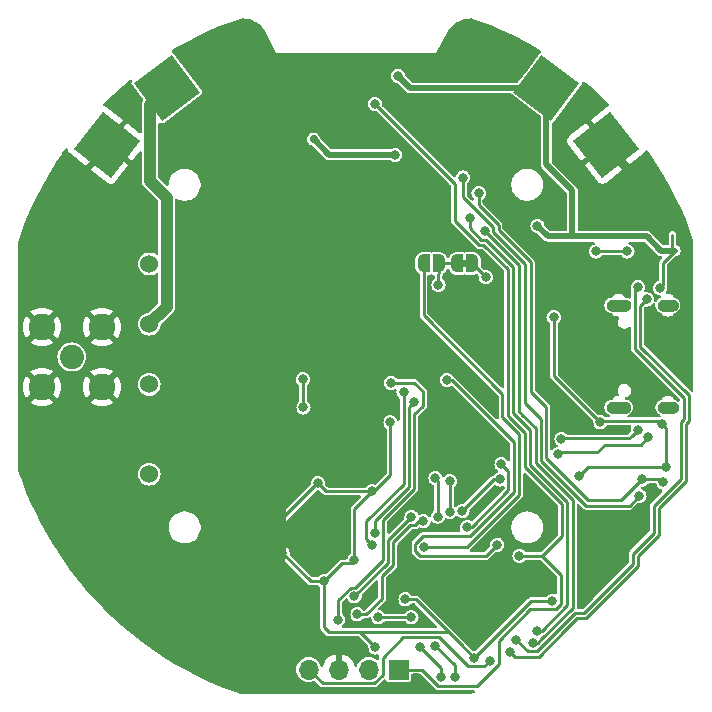
<source format=gbr>
%TF.GenerationSoftware,KiCad,Pcbnew,8.0.1*%
%TF.CreationDate,2025-05-01T03:19:42-07:00*%
%TF.ProjectId,rocketBeaconModule,726f636b-6574-4426-9561-636f6e4d6f64,rev?*%
%TF.SameCoordinates,Original*%
%TF.FileFunction,Copper,L2,Bot*%
%TF.FilePolarity,Positive*%
%FSLAX46Y46*%
G04 Gerber Fmt 4.6, Leading zero omitted, Abs format (unit mm)*
G04 Created by KiCad (PCBNEW 8.0.1) date 2025-05-01 03:19:42*
%MOMM*%
%LPD*%
G01*
G04 APERTURE LIST*
G04 Aperture macros list*
%AMRoundRect*
0 Rectangle with rounded corners*
0 $1 Rounding radius*
0 $2 $3 $4 $5 $6 $7 $8 $9 X,Y pos of 4 corners*
0 Add a 4 corners polygon primitive as box body*
4,1,4,$2,$3,$4,$5,$6,$7,$8,$9,$2,$3,0*
0 Add four circle primitives for the rounded corners*
1,1,$1+$1,$2,$3*
1,1,$1+$1,$4,$5*
1,1,$1+$1,$6,$7*
1,1,$1+$1,$8,$9*
0 Add four rect primitives between the rounded corners*
20,1,$1+$1,$2,$3,$4,$5,0*
20,1,$1+$1,$4,$5,$6,$7,0*
20,1,$1+$1,$6,$7,$8,$9,0*
20,1,$1+$1,$8,$9,$2,$3,0*%
%AMRotRect*
0 Rectangle, with rotation*
0 The origin of the aperture is its center*
0 $1 length*
0 $2 width*
0 $3 Rotation angle, in degrees counterclockwise*
0 Add horizontal line*
21,1,$1,$2,0,0,$3*%
%AMFreePoly0*
4,1,19,0.500000,-0.750000,0.000000,-0.750000,0.000000,-0.744911,-0.071157,-0.744911,-0.207708,-0.704816,-0.327430,-0.627875,-0.420627,-0.520320,-0.479746,-0.390866,-0.500000,-0.250000,-0.500000,0.250000,-0.479746,0.390866,-0.420627,0.520320,-0.327430,0.627875,-0.207708,0.704816,-0.071157,0.744911,0.000000,0.744911,0.000000,0.750000,0.500000,0.750000,0.500000,-0.750000,0.500000,-0.750000,
$1*%
%AMFreePoly1*
4,1,19,0.000000,0.744911,0.071157,0.744911,0.207708,0.704816,0.327430,0.627875,0.420627,0.520320,0.479746,0.390866,0.500000,0.250000,0.500000,-0.250000,0.479746,-0.390866,0.420627,-0.520320,0.327430,-0.627875,0.207708,-0.704816,0.071157,-0.744911,0.000000,-0.744911,0.000000,-0.750000,-0.500000,-0.750000,-0.500000,0.750000,0.000000,0.750000,0.000000,0.744911,0.000000,0.744911,
$1*%
G04 Aperture macros list end*
%TA.AperFunction,EtchedComponent*%
%ADD10C,0.010000*%
%TD*%
%TA.AperFunction,EtchedComponent*%
%ADD11C,0.000000*%
%TD*%
%TA.AperFunction,ComponentPad*%
%ADD12R,1.700000X1.700000*%
%TD*%
%TA.AperFunction,ComponentPad*%
%ADD13O,1.700000X1.700000*%
%TD*%
%TA.AperFunction,ComponentPad*%
%ADD14RotRect,4.000000X4.000000X37.000000*%
%TD*%
%TA.AperFunction,ComponentPad*%
%ADD15RotRect,4.000000X4.000000X52.000000*%
%TD*%
%TA.AperFunction,ComponentPad*%
%ADD16C,2.050000*%
%TD*%
%TA.AperFunction,ComponentPad*%
%ADD17C,2.250000*%
%TD*%
%TA.AperFunction,ComponentPad*%
%ADD18C,0.900000*%
%TD*%
%TA.AperFunction,SMDPad,CuDef*%
%ADD19FreePoly0,180.000000*%
%TD*%
%TA.AperFunction,SMDPad,CuDef*%
%ADD20FreePoly1,180.000000*%
%TD*%
%TA.AperFunction,ComponentPad*%
%ADD21RotRect,4.000000X4.000000X143.000000*%
%TD*%
%TA.AperFunction,ComponentPad*%
%ADD22RotRect,4.000000X4.000000X128.000000*%
%TD*%
%TA.AperFunction,ComponentPad*%
%ADD23C,1.524000*%
%TD*%
%TA.AperFunction,SMDPad,CuDef*%
%ADD24RoundRect,1.166667X2.389333X-15.842333X2.389333X15.842333X-2.389333X15.842333X-2.389333X-15.842333X0*%
%TD*%
%TA.AperFunction,ComponentPad*%
%ADD25C,6.000000*%
%TD*%
%TA.AperFunction,ViaPad*%
%ADD26C,0.800000*%
%TD*%
%TA.AperFunction,ViaPad*%
%ADD27C,0.700000*%
%TD*%
%TA.AperFunction,Conductor*%
%ADD28C,0.250000*%
%TD*%
%TA.AperFunction,Conductor*%
%ADD29C,0.500000*%
%TD*%
%TA.AperFunction,Conductor*%
%ADD30C,1.000000*%
%TD*%
%TA.AperFunction,Conductor*%
%ADD31C,0.300000*%
%TD*%
G04 APERTURE END LIST*
D10*
%TO.C,J1*%
X94805000Y-121971001D02*
X94829000Y-121972000D01*
X94852000Y-121973000D01*
X94875000Y-121977000D01*
X94899000Y-121981000D01*
X94921000Y-121986000D01*
X94944000Y-121993000D01*
X94966000Y-122001000D01*
X94988000Y-122010000D01*
X95009000Y-122020000D01*
X95030000Y-122031000D01*
X95050001Y-122044000D01*
X95070000Y-122057000D01*
X95088000Y-122071000D01*
X95106000Y-122087000D01*
X95123000Y-122103000D01*
X95139000Y-122120000D01*
X95155000Y-122138000D01*
X95169000Y-122156000D01*
X95182000Y-122176000D01*
X95195000Y-122196000D01*
X95206000Y-122217000D01*
X95216000Y-122238000D01*
X95225000Y-122260000D01*
X95233000Y-122282000D01*
X95240000Y-122305000D01*
X95245000Y-122327001D01*
X95249000Y-122351000D01*
X95253000Y-122374000D01*
X95254000Y-122397000D01*
X95255000Y-122421000D01*
X95254000Y-122445000D01*
X95253000Y-122468000D01*
X95249000Y-122491001D01*
X95245000Y-122515000D01*
X95239999Y-122537000D01*
X95233000Y-122560000D01*
X95225000Y-122582000D01*
X95216000Y-122604000D01*
X95206000Y-122625000D01*
X95195000Y-122646000D01*
X95182000Y-122666000D01*
X95169000Y-122686000D01*
X95155000Y-122704000D01*
X95139000Y-122722000D01*
X95123000Y-122739001D01*
X95106000Y-122755000D01*
X95088000Y-122771000D01*
X95070000Y-122785000D01*
X95050000Y-122798000D01*
X95030000Y-122811000D01*
X95009000Y-122822000D01*
X94988000Y-122832000D01*
X94966001Y-122841000D01*
X94944000Y-122849000D01*
X94921000Y-122856000D01*
X94899000Y-122861000D01*
X94875000Y-122865001D01*
X94851999Y-122869000D01*
X94829000Y-122870000D01*
X94805000Y-122871000D01*
X93705000Y-122871000D01*
X93681000Y-122870001D01*
X93658000Y-122869000D01*
X93635000Y-122865000D01*
X93611000Y-122861000D01*
X93589000Y-122856000D01*
X93566000Y-122849000D01*
X93544000Y-122841000D01*
X93522000Y-122832001D01*
X93501000Y-122822000D01*
X93480000Y-122811000D01*
X93460000Y-122798000D01*
X93440000Y-122785000D01*
X93422000Y-122771000D01*
X93404000Y-122755000D01*
X93387000Y-122739000D01*
X93371000Y-122722000D01*
X93355000Y-122704000D01*
X93341001Y-122686000D01*
X93328000Y-122666000D01*
X93315000Y-122646000D01*
X93304000Y-122625000D01*
X93294000Y-122604000D01*
X93285001Y-122582000D01*
X93277000Y-122560000D01*
X93270000Y-122537000D01*
X93265000Y-122515000D01*
X93261000Y-122491000D01*
X93257000Y-122468000D01*
X93256000Y-122445000D01*
X93255000Y-122421000D01*
X93256000Y-122397001D01*
X93257000Y-122374000D01*
X93261000Y-122351000D01*
X93265000Y-122327000D01*
X93270000Y-122305000D01*
X93277000Y-122282000D01*
X93285000Y-122260000D01*
X93294000Y-122238001D01*
X93304000Y-122217000D01*
X93315000Y-122196000D01*
X93328000Y-122176000D01*
X93341000Y-122156000D01*
X93355001Y-122138000D01*
X93371000Y-122120000D01*
X93387000Y-122103000D01*
X93404000Y-122087000D01*
X93422000Y-122071000D01*
X93440000Y-122057000D01*
X93460000Y-122044000D01*
X93479999Y-122031000D01*
X93501000Y-122020000D01*
X93522000Y-122010000D01*
X93544000Y-122001000D01*
X93566000Y-121993000D01*
X93589000Y-121986000D01*
X93611000Y-121981000D01*
X93635000Y-121977000D01*
X93658000Y-121973000D01*
X93681000Y-121972000D01*
X93705000Y-121971000D01*
X94805000Y-121971001D01*
%TA.AperFunction,EtchedComponent*%
G36*
X94805000Y-121971001D02*
G01*
X94829000Y-121972000D01*
X94852000Y-121973000D01*
X94875000Y-121977000D01*
X94899000Y-121981000D01*
X94921000Y-121986000D01*
X94944000Y-121993000D01*
X94966000Y-122001000D01*
X94988000Y-122010000D01*
X95009000Y-122020000D01*
X95030000Y-122031000D01*
X95050001Y-122044000D01*
X95070000Y-122057000D01*
X95088000Y-122071000D01*
X95106000Y-122087000D01*
X95123000Y-122103000D01*
X95139000Y-122120000D01*
X95155000Y-122138000D01*
X95169000Y-122156000D01*
X95182000Y-122176000D01*
X95195000Y-122196000D01*
X95206000Y-122217000D01*
X95216000Y-122238000D01*
X95225000Y-122260000D01*
X95233000Y-122282000D01*
X95240000Y-122305000D01*
X95245000Y-122327001D01*
X95249000Y-122351000D01*
X95253000Y-122374000D01*
X95254000Y-122397000D01*
X95255000Y-122421000D01*
X95254000Y-122445000D01*
X95253000Y-122468000D01*
X95249000Y-122491001D01*
X95245000Y-122515000D01*
X95239999Y-122537000D01*
X95233000Y-122560000D01*
X95225000Y-122582000D01*
X95216000Y-122604000D01*
X95206000Y-122625000D01*
X95195000Y-122646000D01*
X95182000Y-122666000D01*
X95169000Y-122686000D01*
X95155000Y-122704000D01*
X95139000Y-122722000D01*
X95123000Y-122739001D01*
X95106000Y-122755000D01*
X95088000Y-122771000D01*
X95070000Y-122785000D01*
X95050000Y-122798000D01*
X95030000Y-122811000D01*
X95009000Y-122822000D01*
X94988000Y-122832000D01*
X94966001Y-122841000D01*
X94944000Y-122849000D01*
X94921000Y-122856000D01*
X94899000Y-122861000D01*
X94875000Y-122865001D01*
X94851999Y-122869000D01*
X94829000Y-122870000D01*
X94805000Y-122871000D01*
X93705000Y-122871000D01*
X93681000Y-122870001D01*
X93658000Y-122869000D01*
X93635000Y-122865000D01*
X93611000Y-122861000D01*
X93589000Y-122856000D01*
X93566000Y-122849000D01*
X93544000Y-122841000D01*
X93522000Y-122832001D01*
X93501000Y-122822000D01*
X93480000Y-122811000D01*
X93460000Y-122798000D01*
X93440000Y-122785000D01*
X93422000Y-122771000D01*
X93404000Y-122755000D01*
X93387000Y-122739000D01*
X93371000Y-122722000D01*
X93355000Y-122704000D01*
X93341001Y-122686000D01*
X93328000Y-122666000D01*
X93315000Y-122646000D01*
X93304000Y-122625000D01*
X93294000Y-122604000D01*
X93285001Y-122582000D01*
X93277000Y-122560000D01*
X93270000Y-122537000D01*
X93265000Y-122515000D01*
X93261000Y-122491000D01*
X93257000Y-122468000D01*
X93256000Y-122445000D01*
X93255000Y-122421000D01*
X93256000Y-122397001D01*
X93257000Y-122374000D01*
X93261000Y-122351000D01*
X93265000Y-122327000D01*
X93270000Y-122305000D01*
X93277000Y-122282000D01*
X93285000Y-122260000D01*
X93294000Y-122238001D01*
X93304000Y-122217000D01*
X93315000Y-122196000D01*
X93328000Y-122176000D01*
X93341000Y-122156000D01*
X93355001Y-122138000D01*
X93371000Y-122120000D01*
X93387000Y-122103000D01*
X93404000Y-122087000D01*
X93422000Y-122071000D01*
X93440000Y-122057000D01*
X93460000Y-122044000D01*
X93479999Y-122031000D01*
X93501000Y-122020000D01*
X93522000Y-122010000D01*
X93544000Y-122001000D01*
X93566000Y-121993000D01*
X93589000Y-121986000D01*
X93611000Y-121981000D01*
X93635000Y-121977000D01*
X93658000Y-121973000D01*
X93681000Y-121972000D01*
X93705000Y-121971000D01*
X94805000Y-121971001D01*
G37*
%TD.AperFunction*%
X94829000Y-130622000D02*
X94851999Y-130623000D01*
X94875000Y-130626999D01*
X94899000Y-130631000D01*
X94921000Y-130636000D01*
X94944000Y-130643000D01*
X94966001Y-130651000D01*
X94988000Y-130660000D01*
X95009000Y-130670000D01*
X95030000Y-130681000D01*
X95050000Y-130694000D01*
X95070000Y-130707000D01*
X95088000Y-130721000D01*
X95106000Y-130737000D01*
X95123000Y-130752999D01*
X95139000Y-130770000D01*
X95155000Y-130788000D01*
X95169000Y-130806000D01*
X95182000Y-130826000D01*
X95195000Y-130846000D01*
X95206000Y-130867000D01*
X95216000Y-130888000D01*
X95225000Y-130910000D01*
X95233000Y-130932000D01*
X95239999Y-130955000D01*
X95245000Y-130977000D01*
X95249000Y-131000999D01*
X95253000Y-131024000D01*
X95254000Y-131047000D01*
X95255000Y-131071000D01*
X95254000Y-131095000D01*
X95253000Y-131118000D01*
X95249000Y-131141000D01*
X95245000Y-131164999D01*
X95240000Y-131187000D01*
X95233000Y-131210000D01*
X95225000Y-131232000D01*
X95216000Y-131254000D01*
X95206000Y-131275000D01*
X95195000Y-131296000D01*
X95182000Y-131316000D01*
X95169000Y-131336000D01*
X95155000Y-131354000D01*
X95139000Y-131372000D01*
X95123000Y-131389000D01*
X95106000Y-131405000D01*
X95088000Y-131421000D01*
X95070000Y-131435000D01*
X95050001Y-131448000D01*
X95030000Y-131461000D01*
X95009000Y-131472000D01*
X94988000Y-131482000D01*
X94966000Y-131491000D01*
X94944000Y-131499000D01*
X94921000Y-131506000D01*
X94899000Y-131511000D01*
X94875000Y-131515000D01*
X94852000Y-131519000D01*
X94829000Y-131520000D01*
X94805000Y-131520999D01*
X93705000Y-131521000D01*
X93681000Y-131520000D01*
X93658000Y-131519000D01*
X93635000Y-131515000D01*
X93611000Y-131511000D01*
X93589000Y-131506000D01*
X93566000Y-131499000D01*
X93544000Y-131491000D01*
X93522000Y-131482000D01*
X93501000Y-131472000D01*
X93479999Y-131461000D01*
X93460000Y-131448000D01*
X93440000Y-131435000D01*
X93422000Y-131421000D01*
X93404000Y-131405000D01*
X93387000Y-131389000D01*
X93371000Y-131372000D01*
X93355001Y-131354000D01*
X93341000Y-131336000D01*
X93328000Y-131316000D01*
X93315000Y-131296000D01*
X93304000Y-131275000D01*
X93294000Y-131253999D01*
X93285000Y-131232000D01*
X93277000Y-131210000D01*
X93270000Y-131187000D01*
X93265000Y-131165000D01*
X93261000Y-131141000D01*
X93257000Y-131118000D01*
X93256000Y-131094999D01*
X93255000Y-131071000D01*
X93256000Y-131047000D01*
X93257000Y-131024000D01*
X93261000Y-131001000D01*
X93265000Y-130977000D01*
X93270000Y-130955000D01*
X93277000Y-130932000D01*
X93285001Y-130910000D01*
X93294000Y-130888000D01*
X93304000Y-130867000D01*
X93315000Y-130846000D01*
X93328000Y-130826000D01*
X93341001Y-130806000D01*
X93355000Y-130788000D01*
X93371000Y-130770000D01*
X93387000Y-130753000D01*
X93404000Y-130737000D01*
X93422000Y-130721000D01*
X93440000Y-130707000D01*
X93460000Y-130694000D01*
X93480000Y-130681000D01*
X93501000Y-130670000D01*
X93522000Y-130659999D01*
X93544000Y-130651000D01*
X93566000Y-130643000D01*
X93589000Y-130636000D01*
X93611000Y-130631000D01*
X93635000Y-130627000D01*
X93658000Y-130623000D01*
X93681000Y-130621999D01*
X93705000Y-130621000D01*
X94805000Y-130621000D01*
X94829000Y-130622000D01*
%TA.AperFunction,EtchedComponent*%
G36*
X94829000Y-130622000D02*
G01*
X94851999Y-130623000D01*
X94875000Y-130626999D01*
X94899000Y-130631000D01*
X94921000Y-130636000D01*
X94944000Y-130643000D01*
X94966001Y-130651000D01*
X94988000Y-130660000D01*
X95009000Y-130670000D01*
X95030000Y-130681000D01*
X95050000Y-130694000D01*
X95070000Y-130707000D01*
X95088000Y-130721000D01*
X95106000Y-130737000D01*
X95123000Y-130752999D01*
X95139000Y-130770000D01*
X95155000Y-130788000D01*
X95169000Y-130806000D01*
X95182000Y-130826000D01*
X95195000Y-130846000D01*
X95206000Y-130867000D01*
X95216000Y-130888000D01*
X95225000Y-130910000D01*
X95233000Y-130932000D01*
X95239999Y-130955000D01*
X95245000Y-130977000D01*
X95249000Y-131000999D01*
X95253000Y-131024000D01*
X95254000Y-131047000D01*
X95255000Y-131071000D01*
X95254000Y-131095000D01*
X95253000Y-131118000D01*
X95249000Y-131141000D01*
X95245000Y-131164999D01*
X95240000Y-131187000D01*
X95233000Y-131210000D01*
X95225000Y-131232000D01*
X95216000Y-131254000D01*
X95206000Y-131275000D01*
X95195000Y-131296000D01*
X95182000Y-131316000D01*
X95169000Y-131336000D01*
X95155000Y-131354000D01*
X95139000Y-131372000D01*
X95123000Y-131389000D01*
X95106000Y-131405000D01*
X95088000Y-131421000D01*
X95070000Y-131435000D01*
X95050001Y-131448000D01*
X95030000Y-131461000D01*
X95009000Y-131472000D01*
X94988000Y-131482000D01*
X94966000Y-131491000D01*
X94944000Y-131499000D01*
X94921000Y-131506000D01*
X94899000Y-131511000D01*
X94875000Y-131515000D01*
X94852000Y-131519000D01*
X94829000Y-131520000D01*
X94805000Y-131520999D01*
X93705000Y-131521000D01*
X93681000Y-131520000D01*
X93658000Y-131519000D01*
X93635000Y-131515000D01*
X93611000Y-131511000D01*
X93589000Y-131506000D01*
X93566000Y-131499000D01*
X93544000Y-131491000D01*
X93522000Y-131482000D01*
X93501000Y-131472000D01*
X93479999Y-131461000D01*
X93460000Y-131448000D01*
X93440000Y-131435000D01*
X93422000Y-131421000D01*
X93404000Y-131405000D01*
X93387000Y-131389000D01*
X93371000Y-131372000D01*
X93355001Y-131354000D01*
X93341000Y-131336000D01*
X93328000Y-131316000D01*
X93315000Y-131296000D01*
X93304000Y-131275000D01*
X93294000Y-131253999D01*
X93285000Y-131232000D01*
X93277000Y-131210000D01*
X93270000Y-131187000D01*
X93265000Y-131165000D01*
X93261000Y-131141000D01*
X93257000Y-131118000D01*
X93256000Y-131094999D01*
X93255000Y-131071000D01*
X93256000Y-131047000D01*
X93257000Y-131024000D01*
X93261000Y-131001000D01*
X93265000Y-130977000D01*
X93270000Y-130955000D01*
X93277000Y-130932000D01*
X93285001Y-130910000D01*
X93294000Y-130888000D01*
X93304000Y-130867000D01*
X93315000Y-130846000D01*
X93328000Y-130826000D01*
X93341001Y-130806000D01*
X93355000Y-130788000D01*
X93371000Y-130770000D01*
X93387000Y-130753000D01*
X93404000Y-130737000D01*
X93422000Y-130721000D01*
X93440000Y-130707000D01*
X93460000Y-130694000D01*
X93480000Y-130681000D01*
X93501000Y-130670000D01*
X93522000Y-130659999D01*
X93544000Y-130651000D01*
X93566000Y-130643000D01*
X93589000Y-130636000D01*
X93611000Y-130631000D01*
X93635000Y-130627000D01*
X93658000Y-130623000D01*
X93681000Y-130621999D01*
X93705000Y-130621000D01*
X94805000Y-130621000D01*
X94829000Y-130622000D01*
G37*
%TD.AperFunction*%
X98849000Y-121972000D02*
X98872000Y-121973000D01*
X98895000Y-121977000D01*
X98919000Y-121981000D01*
X98941000Y-121986000D01*
X98964000Y-121993000D01*
X98986000Y-122001000D01*
X99008000Y-122010000D01*
X99029000Y-122020000D01*
X99050000Y-122031000D01*
X99070000Y-122044000D01*
X99090000Y-122057000D01*
X99108000Y-122071000D01*
X99125999Y-122087000D01*
X99143000Y-122103000D01*
X99158999Y-122120000D01*
X99175000Y-122138000D01*
X99189000Y-122155999D01*
X99202000Y-122176000D01*
X99215000Y-122196001D01*
X99226000Y-122217000D01*
X99236000Y-122238000D01*
X99245001Y-122260000D01*
X99253000Y-122282000D01*
X99260000Y-122305000D01*
X99265000Y-122327000D01*
X99269000Y-122351000D01*
X99273000Y-122374000D01*
X99274000Y-122397000D01*
X99275000Y-122421000D01*
X99274000Y-122445000D01*
X99273000Y-122468000D01*
X99269000Y-122491001D01*
X99265000Y-122515000D01*
X99260000Y-122537000D01*
X99252999Y-122560000D01*
X99245000Y-122582000D01*
X99236000Y-122604000D01*
X99226000Y-122624999D01*
X99215000Y-122646000D01*
X99202000Y-122666000D01*
X99189000Y-122686000D01*
X99175000Y-122703999D01*
X99159000Y-122722000D01*
X99143000Y-122739000D01*
X99126000Y-122755000D01*
X99107999Y-122771000D01*
X99090000Y-122785000D01*
X99069999Y-122798000D01*
X99050000Y-122811000D01*
X99029000Y-122821999D01*
X99008000Y-122832000D01*
X98986000Y-122841000D01*
X98964000Y-122848999D01*
X98941000Y-122856001D01*
X98919000Y-122861000D01*
X98895000Y-122865000D01*
X98872000Y-122869000D01*
X98849000Y-122870000D01*
X98825000Y-122871000D01*
X98025000Y-122871000D01*
X98001000Y-122870000D01*
X97978000Y-122869000D01*
X97955000Y-122865000D01*
X97931000Y-122861000D01*
X97909000Y-122856001D01*
X97886000Y-122848999D01*
X97864000Y-122841000D01*
X97842000Y-122832000D01*
X97821000Y-122821999D01*
X97800000Y-122811000D01*
X97780001Y-122798000D01*
X97760000Y-122785000D01*
X97742001Y-122771000D01*
X97724000Y-122755000D01*
X97707000Y-122739000D01*
X97691000Y-122722000D01*
X97675000Y-122703999D01*
X97661000Y-122686000D01*
X97648000Y-122666000D01*
X97635000Y-122646000D01*
X97624000Y-122624999D01*
X97614000Y-122604000D01*
X97605000Y-122582000D01*
X97597001Y-122560000D01*
X97590000Y-122537000D01*
X97585000Y-122515000D01*
X97581000Y-122491001D01*
X97577000Y-122468000D01*
X97576000Y-122445000D01*
X97575000Y-122421000D01*
X97576000Y-122397000D01*
X97577000Y-122374000D01*
X97581000Y-122351000D01*
X97585000Y-122327000D01*
X97590000Y-122305000D01*
X97597000Y-122282000D01*
X97604999Y-122260000D01*
X97614000Y-122238000D01*
X97624000Y-122217000D01*
X97635000Y-122196001D01*
X97648000Y-122176000D01*
X97661000Y-122155999D01*
X97675000Y-122138000D01*
X97691001Y-122120000D01*
X97707000Y-122103000D01*
X97724001Y-122087000D01*
X97742000Y-122071000D01*
X97760000Y-122057000D01*
X97780000Y-122044000D01*
X97800000Y-122031000D01*
X97821000Y-122020000D01*
X97842000Y-122010000D01*
X97864000Y-122001000D01*
X97886000Y-121993000D01*
X97909000Y-121986000D01*
X97931000Y-121981000D01*
X97955000Y-121977000D01*
X97978000Y-121973000D01*
X98001000Y-121972000D01*
X98025000Y-121971000D01*
X98825000Y-121971000D01*
X98849000Y-121972000D01*
%TA.AperFunction,EtchedComponent*%
G36*
X98849000Y-121972000D02*
G01*
X98872000Y-121973000D01*
X98895000Y-121977000D01*
X98919000Y-121981000D01*
X98941000Y-121986000D01*
X98964000Y-121993000D01*
X98986000Y-122001000D01*
X99008000Y-122010000D01*
X99029000Y-122020000D01*
X99050000Y-122031000D01*
X99070000Y-122044000D01*
X99090000Y-122057000D01*
X99108000Y-122071000D01*
X99125999Y-122087000D01*
X99143000Y-122103000D01*
X99158999Y-122120000D01*
X99175000Y-122138000D01*
X99189000Y-122155999D01*
X99202000Y-122176000D01*
X99215000Y-122196001D01*
X99226000Y-122217000D01*
X99236000Y-122238000D01*
X99245001Y-122260000D01*
X99253000Y-122282000D01*
X99260000Y-122305000D01*
X99265000Y-122327000D01*
X99269000Y-122351000D01*
X99273000Y-122374000D01*
X99274000Y-122397000D01*
X99275000Y-122421000D01*
X99274000Y-122445000D01*
X99273000Y-122468000D01*
X99269000Y-122491001D01*
X99265000Y-122515000D01*
X99260000Y-122537000D01*
X99252999Y-122560000D01*
X99245000Y-122582000D01*
X99236000Y-122604000D01*
X99226000Y-122624999D01*
X99215000Y-122646000D01*
X99202000Y-122666000D01*
X99189000Y-122686000D01*
X99175000Y-122703999D01*
X99159000Y-122722000D01*
X99143000Y-122739000D01*
X99126000Y-122755000D01*
X99107999Y-122771000D01*
X99090000Y-122785000D01*
X99069999Y-122798000D01*
X99050000Y-122811000D01*
X99029000Y-122821999D01*
X99008000Y-122832000D01*
X98986000Y-122841000D01*
X98964000Y-122848999D01*
X98941000Y-122856001D01*
X98919000Y-122861000D01*
X98895000Y-122865000D01*
X98872000Y-122869000D01*
X98849000Y-122870000D01*
X98825000Y-122871000D01*
X98025000Y-122871000D01*
X98001000Y-122870000D01*
X97978000Y-122869000D01*
X97955000Y-122865000D01*
X97931000Y-122861000D01*
X97909000Y-122856001D01*
X97886000Y-122848999D01*
X97864000Y-122841000D01*
X97842000Y-122832000D01*
X97821000Y-122821999D01*
X97800000Y-122811000D01*
X97780001Y-122798000D01*
X97760000Y-122785000D01*
X97742001Y-122771000D01*
X97724000Y-122755000D01*
X97707000Y-122739000D01*
X97691000Y-122722000D01*
X97675000Y-122703999D01*
X97661000Y-122686000D01*
X97648000Y-122666000D01*
X97635000Y-122646000D01*
X97624000Y-122624999D01*
X97614000Y-122604000D01*
X97605000Y-122582000D01*
X97597001Y-122560000D01*
X97590000Y-122537000D01*
X97585000Y-122515000D01*
X97581000Y-122491001D01*
X97577000Y-122468000D01*
X97576000Y-122445000D01*
X97575000Y-122421000D01*
X97576000Y-122397000D01*
X97577000Y-122374000D01*
X97581000Y-122351000D01*
X97585000Y-122327000D01*
X97590000Y-122305000D01*
X97597000Y-122282000D01*
X97604999Y-122260000D01*
X97614000Y-122238000D01*
X97624000Y-122217000D01*
X97635000Y-122196001D01*
X97648000Y-122176000D01*
X97661000Y-122155999D01*
X97675000Y-122138000D01*
X97691001Y-122120000D01*
X97707000Y-122103000D01*
X97724001Y-122087000D01*
X97742000Y-122071000D01*
X97760000Y-122057000D01*
X97780000Y-122044000D01*
X97800000Y-122031000D01*
X97821000Y-122020000D01*
X97842000Y-122010000D01*
X97864000Y-122001000D01*
X97886000Y-121993000D01*
X97909000Y-121986000D01*
X97931000Y-121981000D01*
X97955000Y-121977000D01*
X97978000Y-121973000D01*
X98001000Y-121972000D01*
X98025000Y-121971000D01*
X98825000Y-121971000D01*
X98849000Y-121972000D01*
G37*
%TD.AperFunction*%
X98849000Y-130622000D02*
X98872000Y-130623000D01*
X98895000Y-130627000D01*
X98919000Y-130631000D01*
X98941000Y-130635999D01*
X98964000Y-130643001D01*
X98986000Y-130651000D01*
X99008000Y-130660000D01*
X99029000Y-130670001D01*
X99050000Y-130681000D01*
X99069999Y-130694000D01*
X99090000Y-130707000D01*
X99107999Y-130721000D01*
X99126000Y-130737000D01*
X99143000Y-130753000D01*
X99159000Y-130770000D01*
X99175000Y-130788001D01*
X99189000Y-130806000D01*
X99202000Y-130826000D01*
X99215000Y-130846000D01*
X99226000Y-130867001D01*
X99236000Y-130888000D01*
X99245000Y-130910000D01*
X99252999Y-130932000D01*
X99260000Y-130955000D01*
X99265000Y-130977000D01*
X99269000Y-131000999D01*
X99273000Y-131024000D01*
X99274000Y-131047000D01*
X99275000Y-131071000D01*
X99274000Y-131095000D01*
X99273000Y-131118000D01*
X99269000Y-131141000D01*
X99265000Y-131165000D01*
X99260000Y-131187000D01*
X99253000Y-131210000D01*
X99245001Y-131232000D01*
X99236000Y-131254000D01*
X99226000Y-131275000D01*
X99215000Y-131295999D01*
X99202000Y-131316000D01*
X99189000Y-131336001D01*
X99175000Y-131354000D01*
X99158999Y-131372000D01*
X99143000Y-131389000D01*
X99125999Y-131405000D01*
X99108000Y-131421000D01*
X99090000Y-131435000D01*
X99070000Y-131448000D01*
X99050000Y-131461000D01*
X99029000Y-131472000D01*
X99008000Y-131482000D01*
X98986000Y-131491000D01*
X98964000Y-131499000D01*
X98941000Y-131506000D01*
X98919000Y-131511000D01*
X98895000Y-131515000D01*
X98872000Y-131519000D01*
X98849000Y-131520000D01*
X98825000Y-131521000D01*
X98025000Y-131521000D01*
X98001000Y-131520000D01*
X97978000Y-131519000D01*
X97955000Y-131515000D01*
X97931000Y-131511000D01*
X97909000Y-131506000D01*
X97886000Y-131499000D01*
X97864000Y-131491000D01*
X97842000Y-131482000D01*
X97821000Y-131472000D01*
X97800000Y-131461000D01*
X97780000Y-131448000D01*
X97760000Y-131435000D01*
X97742000Y-131421000D01*
X97724001Y-131405000D01*
X97707000Y-131389000D01*
X97691001Y-131372000D01*
X97675000Y-131354000D01*
X97661000Y-131336001D01*
X97648000Y-131316000D01*
X97635000Y-131295999D01*
X97624000Y-131275000D01*
X97614000Y-131254000D01*
X97604999Y-131232000D01*
X97597000Y-131210000D01*
X97590000Y-131187000D01*
X97585000Y-131165000D01*
X97581000Y-131141000D01*
X97577000Y-131118000D01*
X97576000Y-131095000D01*
X97575000Y-131071000D01*
X97576000Y-131047000D01*
X97577000Y-131024000D01*
X97581000Y-131000999D01*
X97585000Y-130977000D01*
X97590000Y-130955000D01*
X97597001Y-130932000D01*
X97605000Y-130910000D01*
X97614000Y-130888000D01*
X97624000Y-130867001D01*
X97635000Y-130846000D01*
X97648000Y-130826000D01*
X97661000Y-130806000D01*
X97675000Y-130788001D01*
X97691000Y-130770000D01*
X97707000Y-130753000D01*
X97724000Y-130737000D01*
X97742001Y-130721000D01*
X97760000Y-130707000D01*
X97780001Y-130694000D01*
X97800000Y-130681000D01*
X97821000Y-130670001D01*
X97842000Y-130660000D01*
X97864000Y-130651000D01*
X97886000Y-130643001D01*
X97909000Y-130635999D01*
X97931000Y-130631000D01*
X97955000Y-130627000D01*
X97978000Y-130623000D01*
X98001000Y-130622000D01*
X98025000Y-130621000D01*
X98825000Y-130621000D01*
X98849000Y-130622000D01*
%TA.AperFunction,EtchedComponent*%
G36*
X98849000Y-130622000D02*
G01*
X98872000Y-130623000D01*
X98895000Y-130627000D01*
X98919000Y-130631000D01*
X98941000Y-130635999D01*
X98964000Y-130643001D01*
X98986000Y-130651000D01*
X99008000Y-130660000D01*
X99029000Y-130670001D01*
X99050000Y-130681000D01*
X99069999Y-130694000D01*
X99090000Y-130707000D01*
X99107999Y-130721000D01*
X99126000Y-130737000D01*
X99143000Y-130753000D01*
X99159000Y-130770000D01*
X99175000Y-130788001D01*
X99189000Y-130806000D01*
X99202000Y-130826000D01*
X99215000Y-130846000D01*
X99226000Y-130867001D01*
X99236000Y-130888000D01*
X99245000Y-130910000D01*
X99252999Y-130932000D01*
X99260000Y-130955000D01*
X99265000Y-130977000D01*
X99269000Y-131000999D01*
X99273000Y-131024000D01*
X99274000Y-131047000D01*
X99275000Y-131071000D01*
X99274000Y-131095000D01*
X99273000Y-131118000D01*
X99269000Y-131141000D01*
X99265000Y-131165000D01*
X99260000Y-131187000D01*
X99253000Y-131210000D01*
X99245001Y-131232000D01*
X99236000Y-131254000D01*
X99226000Y-131275000D01*
X99215000Y-131295999D01*
X99202000Y-131316000D01*
X99189000Y-131336001D01*
X99175000Y-131354000D01*
X99158999Y-131372000D01*
X99143000Y-131389000D01*
X99125999Y-131405000D01*
X99108000Y-131421000D01*
X99090000Y-131435000D01*
X99070000Y-131448000D01*
X99050000Y-131461000D01*
X99029000Y-131472000D01*
X99008000Y-131482000D01*
X98986000Y-131491000D01*
X98964000Y-131499000D01*
X98941000Y-131506000D01*
X98919000Y-131511000D01*
X98895000Y-131515000D01*
X98872000Y-131519000D01*
X98849000Y-131520000D01*
X98825000Y-131521000D01*
X98025000Y-131521000D01*
X98001000Y-131520000D01*
X97978000Y-131519000D01*
X97955000Y-131515000D01*
X97931000Y-131511000D01*
X97909000Y-131506000D01*
X97886000Y-131499000D01*
X97864000Y-131491000D01*
X97842000Y-131482000D01*
X97821000Y-131472000D01*
X97800000Y-131461000D01*
X97780000Y-131448000D01*
X97760000Y-131435000D01*
X97742000Y-131421000D01*
X97724001Y-131405000D01*
X97707000Y-131389000D01*
X97691001Y-131372000D01*
X97675000Y-131354000D01*
X97661000Y-131336001D01*
X97648000Y-131316000D01*
X97635000Y-131295999D01*
X97624000Y-131275000D01*
X97614000Y-131254000D01*
X97604999Y-131232000D01*
X97597000Y-131210000D01*
X97590000Y-131187000D01*
X97585000Y-131165000D01*
X97581000Y-131141000D01*
X97577000Y-131118000D01*
X97576000Y-131095000D01*
X97575000Y-131071000D01*
X97576000Y-131047000D01*
X97577000Y-131024000D01*
X97581000Y-131000999D01*
X97585000Y-130977000D01*
X97590000Y-130955000D01*
X97597001Y-130932000D01*
X97605000Y-130910000D01*
X97614000Y-130888000D01*
X97624000Y-130867001D01*
X97635000Y-130846000D01*
X97648000Y-130826000D01*
X97661000Y-130806000D01*
X97675000Y-130788001D01*
X97691000Y-130770000D01*
X97707000Y-130753000D01*
X97724000Y-130737000D01*
X97742001Y-130721000D01*
X97760000Y-130707000D01*
X97780001Y-130694000D01*
X97800000Y-130681000D01*
X97821000Y-130670001D01*
X97842000Y-130660000D01*
X97864000Y-130651000D01*
X97886000Y-130643001D01*
X97909000Y-130635999D01*
X97931000Y-130631000D01*
X97955000Y-130627000D01*
X97978000Y-130623000D01*
X98001000Y-130622000D01*
X98025000Y-130621000D01*
X98825000Y-130621000D01*
X98849000Y-130622000D01*
G37*
%TD.AperFunction*%
D11*
%TA.AperFunction,EtchedComponent*%
%TO.C,JP3*%
G36*
X81468799Y-119172000D02*
G01*
X80968799Y-119172000D01*
X80968799Y-118572000D01*
X81468799Y-118572000D01*
X81468799Y-119172000D01*
G37*
%TD.AperFunction*%
%TD*%
D12*
%TO.P,J6,1,Pin_1*%
%TO.N,/NRST*%
X75631200Y-153263600D03*
D13*
%TO.P,J6,2,Pin_2*%
%TO.N,/SWDIO*%
X73091200Y-153263600D03*
%TO.P,J6,3,Pin_3*%
%TO.N,GND*%
X70551201Y-153263600D03*
%TO.P,J6,4,Pin_4*%
%TO.N,/SWCLK*%
X68011200Y-153263600D03*
%TD*%
D14*
%TO.P,J4,1,Pin_1*%
%TO.N,+BATT*%
X56007000Y-104013000D03*
%TD*%
D15*
%TO.P,J5,1,Pin_1*%
%TO.N,GND*%
X50927000Y-108839000D03*
%TD*%
D16*
%TO.P,AE2,1,A*%
%TO.N,Net-(AE2-A)*%
X47955200Y-126796800D03*
D17*
%TO.P,AE2,2,Shield*%
%TO.N,GND*%
X45415200Y-124256800D03*
X45415200Y-129336800D03*
X50495200Y-124256800D03*
X50495200Y-129336800D03*
%TD*%
D18*
%TO.P,J1,S1,SHIELD*%
%TO.N,GND*%
X94255000Y-131071000D03*
%TO.P,J1,S2,SHIELD*%
X94255000Y-122421000D03*
%TO.P,J1,S3,SHIELD*%
X98425000Y-131071000D03*
%TO.P,J1,S4,SHIELD*%
X98425000Y-122421000D03*
%TD*%
D19*
%TO.P,JP4,1,A*%
%TO.N,Net-(JP3-B)*%
X79034400Y-118872000D03*
D20*
%TO.P,JP4,2,B*%
%TO.N,AMP_ON*%
X77734400Y-118872000D03*
%TD*%
D21*
%TO.P,J2,1,Pin_1*%
%TO.N,+3.3V*%
X88138000Y-104013000D03*
%TD*%
D22*
%TO.P,J3,1,Pin_1*%
%TO.N,GND*%
X93218000Y-108839000D03*
%TD*%
D19*
%TO.P,JP3,1,A*%
%TO.N,Net-(JP3-A)*%
X81868798Y-118872000D03*
D20*
%TO.P,JP3,2,B*%
%TO.N,Net-(JP3-B)*%
X80568800Y-118872000D03*
%TD*%
D23*
%TO.P,RFAMP2,1,RF_INPUT_(PIN)*%
%TO.N,Net-(RFAMP2-RF_INPUT_(PIN))*%
X54508400Y-136712800D03*
%TO.P,RFAMP2,2,GATE_VOLTAGE_(VGG)*%
%TO.N,Net-(RFAMP2-GATE_VOLTAGE_(VGG))*%
X54508400Y-129112800D03*
%TO.P,RFAMP2,3,DRAIN_VOLTAGE_(VDD)*%
%TO.N,+BATT*%
X54508400Y-124012800D03*
%TO.P,RFAMP2,4,RF_OUTPUT_(POUT)*%
%TO.N,Net-(AE2-A)*%
X54508400Y-118922800D03*
D24*
%TO.P,RFAMP2,5,GND*%
%TO.N,GND*%
X62508400Y-127803800D03*
D25*
X62508400Y-114512800D03*
%TD*%
D26*
%TO.N,DPOT_CS*%
X79705200Y-128727200D03*
X83972400Y-142697200D03*
%TO.N,DPOT_MOSI*%
X76047600Y-129794000D03*
%TO.N,DPOT_SCLK*%
X76962000Y-130606800D03*
%TO.N,DPOT_MOSI*%
X73406000Y-142748000D03*
%TO.N,DPOT_SCLK*%
X73609200Y-141681200D03*
%TO.N,/NRST*%
X85852000Y-143637000D03*
X73609200Y-105359200D03*
%TO.N,GND*%
X67183000Y-135128000D03*
X62280800Y-143459200D03*
X94615000Y-142113000D03*
X67259200Y-119329200D03*
X59740800Y-131368800D03*
X83870800Y-126288800D03*
X57759600Y-131013200D03*
X64897000Y-145542000D03*
X92456000Y-122301000D03*
X68199000Y-135255000D03*
X73152000Y-147066000D03*
X61061600Y-146050000D03*
X67802864Y-147376121D03*
X83921600Y-120599200D03*
X95148400Y-140462000D03*
X61874400Y-145288000D03*
X60756800Y-127965200D03*
X69596000Y-133858000D03*
X63872091Y-150290624D03*
X61163200Y-141833600D03*
X94488000Y-115062000D03*
X71120000Y-132715000D03*
X83312000Y-135128000D03*
X91440000Y-147320000D03*
X81280000Y-120345200D03*
X75031600Y-105156000D03*
X76911200Y-106730800D03*
X87731600Y-120599202D03*
X67437000Y-136017000D03*
X67259200Y-119329200D03*
X73279000Y-135763000D03*
X62382400Y-144373600D03*
X60299600Y-148031200D03*
X92537038Y-130670157D03*
X85394800Y-108559600D03*
X88392000Y-145288000D03*
X60401200Y-146913600D03*
X58013600Y-124002800D03*
X91313000Y-126619000D03*
X94488000Y-115062000D03*
X87731600Y-121462800D03*
X70231000Y-133096000D03*
X61976000Y-142494000D03*
X80120027Y-124590282D03*
X73914000Y-136779000D03*
X72644000Y-135001000D03*
X68834000Y-134493000D03*
X77470000Y-139319000D03*
X99966677Y-122378576D03*
X87884000Y-139039600D03*
X94869000Y-132969000D03*
X71882000Y-133223000D03*
X83921600Y-121462800D03*
X63144400Y-135331200D03*
X72517000Y-133985000D03*
D27*
%TO.N,VBUS*%
X68427600Y-108356400D03*
D26*
X75336400Y-109677200D03*
%TO.N,TEMPSENSORADC*%
X79959200Y-137312400D03*
X79959200Y-139903200D03*
%TO.N,/SWCLK*%
X83372763Y-152508310D03*
%TO.N,AMP_SW_CTRL*%
X78740000Y-137058400D03*
X78943200Y-140309600D03*
%TO.N,/LED1*%
X92329000Y-117856000D03*
X85598000Y-150749000D03*
X94996000Y-117856000D03*
X95885000Y-120904000D03*
%TO.N,/LED2*%
X96647240Y-121925101D03*
X85090000Y-151765000D03*
%TO.N,Net-(JP3-B)*%
X78994000Y-120700800D03*
%TO.N,/CP2102N_SIG1*%
X84328000Y-135890000D03*
X89408000Y-133731000D03*
X81407000Y-141224000D03*
X95885000Y-132969000D03*
%TO.N,DPOT_SCLK*%
X76708000Y-148844000D03*
X73914000Y-148844000D03*
%TO.N,RADIO_MARC_INT*%
X72136000Y-148590000D03*
X77724000Y-140716000D03*
%TO.N,RADIO_INT*%
X76708000Y-140335000D03*
X71882000Y-147066000D03*
%TO.N,/S1*%
X82905600Y-116128800D03*
X86995000Y-151003000D03*
%TO.N,/S2*%
X87376000Y-149987000D03*
X81635600Y-115062000D03*
%TO.N,/TX*%
X98044000Y-137414000D03*
X96266000Y-137160000D03*
X79248000Y-153924000D03*
X77470000Y-151384000D03*
X82397600Y-112928400D03*
%TO.N,/RX*%
X81076800Y-111607600D03*
X96012000Y-138557000D03*
X80391000Y-153924000D03*
X78740000Y-151257000D03*
%TO.N,/CP2102N_SIG2*%
X89152686Y-135032539D03*
X81026000Y-139827000D03*
X84201000Y-137160000D03*
X96774000Y-133604000D03*
%TO.N,Net-(JP3-A)*%
X83007200Y-120040400D03*
%TO.N,AMP_ON*%
X77774800Y-142900400D03*
%TO.N,Net-(RFAMP2-GATE_VOLTAGE_(VGG))*%
X70510400Y-149047200D03*
X74980800Y-128981200D03*
%TO.N,+3.3V*%
X73660000Y-151384000D03*
X68782827Y-137475515D03*
X67513200Y-128676400D03*
X90932000Y-136906000D03*
X88747600Y-123444000D03*
X87376000Y-115697000D03*
X76200000Y-147320000D03*
X69333380Y-145781422D03*
X71882000Y-144018000D03*
X67564000Y-131064000D03*
X97917000Y-132461000D03*
X65786000Y-143383000D03*
X97738924Y-120980164D03*
X88646000Y-147447000D03*
X75565000Y-102997000D03*
X73406000Y-138176000D03*
X98298000Y-136144000D03*
X74930000Y-132334000D03*
X92710000Y-132334000D03*
X62855858Y-141247222D03*
X82042000Y-152273000D03*
%TD*%
D28*
%TO.N,Net-(RFAMP2-GATE_VOLTAGE_(VGG))*%
X71581695Y-146341000D02*
X70510400Y-147412295D01*
X70510400Y-147412295D02*
X70510400Y-149047200D01*
X71970604Y-146341000D02*
X71581695Y-146341000D01*
X74289500Y-142026205D02*
X74289500Y-144022104D01*
X76954800Y-137955996D02*
X74334200Y-140576596D01*
X74334200Y-140576596D02*
X74334200Y-141981505D01*
X74334200Y-141981505D02*
X74289500Y-142026205D01*
X76954800Y-131639305D02*
X76954800Y-137955996D01*
X74289500Y-144022104D02*
X71970604Y-146341000D01*
X77687000Y-129706200D02*
X77687000Y-130907105D01*
X76962000Y-128981200D02*
X77687000Y-129706200D01*
X77687000Y-130907105D02*
X76954800Y-131639305D01*
X74980800Y-128981200D02*
X76962000Y-128981200D01*
%TO.N,DPOT_SCLK*%
X76504800Y-131064000D02*
X76962000Y-130606800D01*
X73609200Y-140665200D02*
X76504800Y-137769600D01*
X76504800Y-137769600D02*
X76504800Y-131064000D01*
X73609200Y-141681200D02*
X73609200Y-140665200D01*
%TO.N,/CP2102N_SIG1*%
X84926000Y-136488000D02*
X84328000Y-135890000D01*
X84926000Y-138093909D02*
X84926000Y-136488000D01*
X81795909Y-141224000D02*
X84926000Y-138093909D01*
X81407000Y-141224000D02*
X81795909Y-141224000D01*
%TO.N,RADIO_MARC_INT*%
X77352305Y-140716000D02*
X77724000Y-140716000D01*
X77008305Y-141060000D02*
X77352305Y-140716000D01*
X76619396Y-141060000D02*
X77008305Y-141060000D01*
X75189500Y-144394896D02*
X75189500Y-142489896D01*
X74218800Y-147269200D02*
X74218800Y-145365596D01*
X75189500Y-142489896D02*
X76619396Y-141060000D01*
X72898000Y-148590000D02*
X74218800Y-147269200D01*
X72136000Y-148590000D02*
X72898000Y-148590000D01*
X74218800Y-145365596D02*
X75189500Y-144394896D01*
%TO.N,DPOT_CS*%
X80111600Y-128727200D02*
X79705200Y-128727200D01*
X85394800Y-134010400D02*
X80111600Y-128727200D01*
X85394800Y-138261505D02*
X85394800Y-134010400D01*
X77700895Y-141949000D02*
X81707305Y-141949000D01*
X77049800Y-142600095D02*
X77700895Y-141949000D01*
X77049800Y-143200705D02*
X77049800Y-142600095D01*
X81707305Y-141949000D02*
X85394800Y-138261505D01*
X77474495Y-143625400D02*
X77049800Y-143200705D01*
X83044200Y-143625400D02*
X77474495Y-143625400D01*
X83972400Y-142697200D02*
X83044200Y-143625400D01*
%TO.N,DPOT_MOSI*%
X72884200Y-140679000D02*
X76047600Y-137515600D01*
X73406000Y-142748000D02*
X72884200Y-142226200D01*
X72884200Y-142226200D02*
X72884200Y-140679000D01*
X76047600Y-137515600D02*
X76047600Y-129794000D01*
%TO.N,/NRST*%
X85852000Y-143637000D02*
X87122000Y-143637000D01*
X82807808Y-117303800D02*
X82418899Y-117303800D01*
X89466000Y-139255584D02*
X86338000Y-136127584D01*
X80365600Y-112115600D02*
X73609200Y-105359200D01*
X84974304Y-131840096D02*
X84867902Y-131733694D01*
X80365600Y-115250501D02*
X80365600Y-112115600D01*
X87122000Y-143637000D02*
X87766305Y-143637000D01*
X86338000Y-136127584D02*
X86338000Y-133203792D01*
X87757000Y-143637000D02*
X89466000Y-141928000D01*
X87766305Y-143637000D02*
X89371000Y-145241695D01*
X89466000Y-141928000D02*
X89466000Y-139255584D01*
X87122000Y-143637000D02*
X87757000Y-143637000D01*
X89371000Y-147747305D02*
X88946305Y-148172000D01*
X84097763Y-152808615D02*
X82257378Y-154649000D01*
X86338000Y-133203792D02*
X84974304Y-131840096D01*
X78947695Y-154649000D02*
X77562295Y-153263600D01*
X82418899Y-117303800D02*
X80365600Y-115250501D01*
X84867902Y-119363894D02*
X82807808Y-117303800D01*
X82257378Y-154649000D02*
X78947695Y-154649000D01*
X84867902Y-131733694D02*
X84867902Y-119363894D01*
X77562295Y-153263600D02*
X75631200Y-153263600D01*
X89371000Y-145241695D02*
X89371000Y-147747305D01*
X88946305Y-148172000D02*
X86779396Y-148172000D01*
X86779396Y-148172000D02*
X84097763Y-150853633D01*
X84097763Y-150853633D02*
X84097763Y-152808615D01*
%TO.N,GND*%
X98806000Y-115441001D02*
X97777001Y-115441001D01*
D29*
X96622000Y-112243000D02*
X93218000Y-108839000D01*
X96622000Y-114286000D02*
X96622000Y-112243000D01*
D28*
X97777001Y-115441001D02*
X96622000Y-114286000D01*
D29*
%TO.N,VBUS*%
X75336400Y-109677200D02*
X69748400Y-109677200D01*
X69748400Y-109677200D02*
X68427600Y-108356400D01*
D28*
%TO.N,TEMPSENSORADC*%
X79959200Y-139903200D02*
X79959200Y-137312400D01*
%TO.N,/SWCLK*%
X83372763Y-152508310D02*
X82883073Y-152998000D01*
X73577901Y-154438600D02*
X69186200Y-154438600D01*
X82883073Y-152998000D02*
X81506305Y-152998000D01*
X74266200Y-153750301D02*
X73577901Y-154438600D01*
X76012800Y-150532000D02*
X74266200Y-152278600D01*
X74266200Y-152278600D02*
X74266200Y-153750301D01*
X79040305Y-150532000D02*
X76012800Y-150532000D01*
X81506305Y-152998000D02*
X79040305Y-150532000D01*
X69186200Y-154438600D02*
X68011200Y-153263600D01*
%TO.N,AMP_SW_CTRL*%
X78943200Y-140309600D02*
X78943200Y-137261600D01*
X78943200Y-137261600D02*
X78740000Y-137058400D01*
%TO.N,/LED1*%
X91317653Y-148467653D02*
X92333653Y-147451653D01*
X87299494Y-151728000D02*
X90559840Y-148467653D01*
X99753000Y-132020604D02*
X99753000Y-130233000D01*
X99499000Y-132274604D02*
X99753000Y-132020604D01*
X95631000Y-126111000D02*
X95631000Y-121158000D01*
X94996000Y-117856000D02*
X92329000Y-117856000D01*
X97213000Y-141672604D02*
X97213000Y-139386604D01*
X85598000Y-150749000D02*
X86577000Y-151728000D01*
X99753000Y-130233000D02*
X95631000Y-126111000D01*
X97213000Y-139386604D02*
X99499000Y-137100604D01*
X86577000Y-151728000D02*
X87299494Y-151728000D01*
X95435000Y-143450604D02*
X97213000Y-141672604D01*
X92333653Y-147451653D02*
X92333653Y-147440951D01*
X95435000Y-144339604D02*
X95435000Y-143450604D01*
X92333653Y-147451653D02*
X92583000Y-147202305D01*
X99499000Y-137100604D02*
X99499000Y-132274604D01*
X95631000Y-121158000D02*
X95885000Y-120904000D01*
X92333653Y-147440951D02*
X95435000Y-144339604D01*
X90559840Y-148467653D02*
X91317653Y-148467653D01*
%TO.N,/LED2*%
X100203000Y-130046604D02*
X96081000Y-125924604D01*
X93033000Y-147388701D02*
X93033000Y-147378000D01*
X89732945Y-149930945D02*
X90746237Y-148917653D01*
X93033000Y-147378000D02*
X95885000Y-144526000D01*
X99949000Y-132461000D02*
X100203000Y-132207000D01*
X91504049Y-148917653D02*
X93033000Y-147388701D01*
X100203000Y-132207000D02*
X100203000Y-130046604D01*
X85503000Y-152178000D02*
X87485890Y-152178000D01*
X85090000Y-151765000D02*
X85503000Y-152178000D01*
X87485890Y-152178000D02*
X89732945Y-149930945D01*
X97663000Y-141859000D02*
X97663000Y-139573000D01*
X93033000Y-147378000D02*
X93853000Y-146558000D01*
X99949000Y-137287000D02*
X99949000Y-132461000D01*
X96081000Y-122486000D02*
X96647000Y-121920000D01*
X95885000Y-144526000D02*
X95885000Y-143637000D01*
X90746237Y-148917653D02*
X91504049Y-148917653D01*
X95885000Y-143637000D02*
X97663000Y-141859000D01*
X97663000Y-139573000D02*
X99949000Y-137287000D01*
X96081000Y-125924604D02*
X96081000Y-122486000D01*
%TO.N,Net-(JP3-B)*%
X80568800Y-118872000D02*
X79034400Y-118872000D01*
X79034400Y-118872000D02*
X78994000Y-120700800D01*
X78994000Y-120700800D02*
X79034400Y-120660400D01*
%TO.N,/CP2102N_SIG1*%
X95885000Y-132969000D02*
X95885000Y-132978305D01*
X91313000Y-133694000D02*
X91223000Y-133694000D01*
X95381653Y-133481653D02*
X95169305Y-133694000D01*
X95169305Y-133694000D02*
X91313000Y-133694000D01*
X95169305Y-133694000D02*
X89445000Y-133694000D01*
X95885000Y-132978305D02*
X95381653Y-133481653D01*
X89445000Y-133694000D02*
X89408000Y-133731000D01*
%TO.N,DPOT_SCLK*%
X73914000Y-148844000D02*
X74168000Y-148844000D01*
X76708000Y-148844000D02*
X73914000Y-148844000D01*
%TO.N,RADIO_INT*%
X74739500Y-142303500D02*
X76708000Y-140335000D01*
X74739500Y-144208500D02*
X74739500Y-142303500D01*
X74739500Y-144208500D02*
X71882000Y-147066000D01*
%TO.N,/S1*%
X87238000Y-132831000D02*
X86106000Y-131699000D01*
X90366000Y-148025097D02*
X90366000Y-138882792D01*
X90366000Y-138882792D02*
X87238000Y-135754792D01*
X87676305Y-150712000D02*
X87679097Y-150712000D01*
X85815000Y-130454400D02*
X85815000Y-119038200D01*
X86106000Y-131699000D02*
X85815000Y-131408000D01*
X87385305Y-151003000D02*
X87676305Y-150712000D01*
X85815000Y-119038200D02*
X82905600Y-116128800D01*
X85815000Y-130454400D02*
X85815000Y-130154095D01*
X87679097Y-150712000D02*
X90366000Y-148025097D01*
X85815000Y-131408000D02*
X85815000Y-130454400D01*
X86995000Y-151003000D02*
X87385305Y-151003000D01*
X87238000Y-135754792D02*
X87238000Y-132831000D01*
%TO.N,/S2*%
X85317902Y-119177498D02*
X82994204Y-116853800D01*
X87376000Y-149987000D02*
X87767701Y-149987000D01*
X89916000Y-139069188D02*
X86788000Y-135941188D01*
X89916000Y-141732000D02*
X89916000Y-140716000D01*
X82605295Y-116853800D02*
X81635600Y-115884105D01*
X81635600Y-115884105D02*
X81635600Y-115062000D01*
X87767701Y-149987000D02*
X89916000Y-147838701D01*
X86788000Y-133017396D02*
X85317902Y-131547298D01*
X85317902Y-131547298D02*
X85317902Y-119177498D01*
X86788000Y-135941188D02*
X86788000Y-133017396D01*
X89916000Y-147838701D02*
X89916000Y-141732000D01*
X89916000Y-141732000D02*
X89916000Y-139069188D01*
X82994204Y-116853800D02*
X82605295Y-116853800D01*
%TO.N,/TX*%
X82397600Y-113959099D02*
X82397600Y-112928400D01*
X96266000Y-137160000D02*
X97790000Y-137160000D01*
X96266000Y-137160000D02*
X94488000Y-138938000D01*
X79248000Y-153162000D02*
X79248000Y-153924000D01*
X84080600Y-115642099D02*
X82397600Y-113959099D01*
X77470000Y-151384000D02*
X79248000Y-153162000D01*
X86810000Y-118760408D02*
X84080600Y-116031008D01*
X94488000Y-138938000D02*
X91694000Y-138938000D01*
X97790000Y-137160000D02*
X98044000Y-137414000D01*
X86810000Y-129736000D02*
X86810000Y-118760408D01*
X84080600Y-116031008D02*
X84080600Y-115642099D01*
X88138000Y-131064000D02*
X86810000Y-129736000D01*
X91694000Y-138938000D02*
X88138000Y-135382000D01*
X88138000Y-135382000D02*
X88138000Y-131064000D01*
%TO.N,/RX*%
X87688000Y-135568396D02*
X87688000Y-132011000D01*
X86360000Y-128473200D02*
X86360000Y-118946804D01*
X95181000Y-139388000D02*
X91507604Y-139388000D01*
X86360000Y-128473200D02*
X86360000Y-127863600D01*
X87688000Y-132011000D02*
X86360000Y-130683000D01*
X91507604Y-139388000D02*
X87688000Y-135568396D01*
X83630600Y-116217404D02*
X83630600Y-115828495D01*
X83630600Y-115828495D02*
X81076800Y-113274695D01*
X80391000Y-152908000D02*
X80391000Y-153924000D01*
X86360000Y-118946804D02*
X83630600Y-116217404D01*
X81076800Y-113274695D02*
X81076800Y-111607600D01*
X86360000Y-130683000D02*
X86360000Y-128473200D01*
X96012000Y-138557000D02*
X95181000Y-139388000D01*
X78740000Y-151257000D02*
X80391000Y-152908000D01*
%TO.N,/CP2102N_SIG2*%
X84201000Y-137160000D02*
X83693000Y-137160000D01*
X92075000Y-134874000D02*
X90805000Y-134874000D01*
X83693000Y-137160000D02*
X81026000Y-139827000D01*
X96139000Y-134239000D02*
X93091000Y-134239000D01*
X93091000Y-134239000D02*
X92456000Y-134874000D01*
X92456000Y-134874000D02*
X92075000Y-134874000D01*
X92075000Y-134874000D02*
X89281000Y-134874000D01*
X96774000Y-133604000D02*
X96139000Y-134239000D01*
%TO.N,Net-(JP3-A)*%
X83007200Y-120040400D02*
X83037198Y-120040400D01*
X83007200Y-120010402D02*
X83007200Y-120040400D01*
X81868798Y-118872000D02*
X83007200Y-120010402D01*
X83037198Y-120040400D02*
X83007200Y-120010402D01*
%TO.N,AMP_ON*%
X77734400Y-123229960D02*
X84417902Y-129913462D01*
X85852000Y-133354188D02*
X85852000Y-138480800D01*
X77734400Y-118872000D02*
X77734400Y-123229960D01*
X84417902Y-129913462D02*
X84417902Y-131920090D01*
X84417902Y-131920090D02*
X85852000Y-133354188D01*
X81432400Y-142900400D02*
X77774800Y-142900400D01*
X85852000Y-138480800D02*
X81432400Y-142900400D01*
D30*
%TO.N,+BATT*%
X54578888Y-105441112D02*
X54578888Y-111906783D01*
X55981600Y-122539600D02*
X54508400Y-124012800D01*
X56007000Y-104013000D02*
X54578888Y-105441112D01*
X55981600Y-113309495D02*
X55981600Y-122539600D01*
X54578888Y-111906783D02*
X55981600Y-113309495D01*
D28*
%TO.N,+3.3V*%
X67513200Y-128676400D02*
X67564000Y-128727200D01*
D29*
X90322001Y-116586000D02*
X88265000Y-116586000D01*
X90322001Y-112674001D02*
X88138000Y-110490000D01*
D28*
X69483312Y-138176000D02*
X73406000Y-138176000D01*
D29*
X90322001Y-116586000D02*
X90322001Y-112674001D01*
X97831000Y-117795001D02*
X96621999Y-116586000D01*
D28*
X68184422Y-145781422D02*
X69333380Y-145781422D01*
X70842802Y-144272000D02*
X69333380Y-145781422D01*
X91694000Y-136144000D02*
X90932000Y-136906000D01*
X69716400Y-150082000D02*
X69333380Y-149698980D01*
X98010000Y-120709088D02*
X97738924Y-120980164D01*
D29*
X88265000Y-116586000D02*
X87376000Y-115697000D01*
X76581000Y-104013000D02*
X75565000Y-102997000D01*
D28*
X72136000Y-150082000D02*
X69716400Y-150082000D01*
X88747600Y-123444000D02*
X88773000Y-123469400D01*
X71882000Y-144018000D02*
X71628000Y-144272000D01*
X98010000Y-118845001D02*
X98010000Y-120709088D01*
D29*
X88138000Y-104013000D02*
X76581000Y-104013000D01*
D31*
X65011120Y-141247222D02*
X68782827Y-137475515D01*
D28*
X67564000Y-131064000D02*
X67513200Y-128676400D01*
X86868000Y-147447000D02*
X82042000Y-152273000D01*
X72358000Y-150082000D02*
X72136000Y-150082000D01*
X80899000Y-151130000D02*
X79851000Y-150082000D01*
X71882000Y-139700000D02*
X73406000Y-138176000D01*
X98806000Y-117541001D02*
X99060000Y-117795001D01*
D31*
X62855858Y-141247222D02*
X65011120Y-141247222D01*
D28*
X65786000Y-143383000D02*
X64991636Y-143383000D01*
X74930000Y-132334000D02*
X74930000Y-136788305D01*
X74930000Y-136788305D02*
X73542305Y-138176000D01*
X64991636Y-143383000D02*
X62855858Y-141247222D01*
X98298000Y-136144000D02*
X91694000Y-136144000D01*
D29*
X88138000Y-110490000D02*
X88138000Y-104013000D01*
D28*
X97700000Y-132244000D02*
X97917000Y-132461000D01*
X98806000Y-116460999D02*
X98806000Y-117541001D01*
X65786000Y-143383000D02*
X68184422Y-145781422D01*
X77089000Y-147320000D02*
X76200000Y-147320000D01*
X92800000Y-132244000D02*
X97700000Y-132244000D01*
X79851000Y-150082000D02*
X72136000Y-150082000D01*
X68782827Y-137475515D02*
X69483312Y-138176000D01*
X69333380Y-149698980D02*
X69333380Y-145781422D01*
D29*
X99060000Y-117795001D02*
X97831000Y-117795001D01*
D28*
X99060000Y-117795001D02*
X98010000Y-118845001D01*
X88773000Y-123469400D02*
X88773000Y-128397000D01*
X80899000Y-151130000D02*
X77089000Y-147320000D01*
X92710000Y-132334000D02*
X92800000Y-132244000D01*
X73542305Y-138176000D02*
X73406000Y-138176000D01*
X98298000Y-136144000D02*
X98298000Y-132842000D01*
X71628000Y-144272000D02*
X70842802Y-144272000D01*
X88773000Y-128397000D02*
X92710000Y-132334000D01*
D29*
X96621999Y-116586000D02*
X90322001Y-116586000D01*
D28*
X98298000Y-132842000D02*
X97917000Y-132461000D01*
X73660000Y-151384000D02*
X72358000Y-150082000D01*
X88773000Y-123418600D02*
X88747600Y-123444000D01*
X82042000Y-152273000D02*
X80899000Y-151130000D01*
X71882000Y-144018000D02*
X71882000Y-139700000D01*
X88646000Y-147447000D02*
X86868000Y-147447000D01*
%TD*%
%TA.AperFunction,Conductor*%
%TO.N,GND*%
G36*
X62389346Y-98137127D02*
G01*
X62677750Y-98154345D01*
X62694249Y-98156448D01*
X62976747Y-98211925D01*
X62992812Y-98216216D01*
X63265354Y-98309020D01*
X63280693Y-98315421D01*
X63538353Y-98443876D01*
X63552709Y-98452281D01*
X63790835Y-98614065D01*
X63803939Y-98624317D01*
X64018272Y-98816533D01*
X64029878Y-98828439D01*
X64217204Y-99048393D01*
X64226016Y-99060072D01*
X64301584Y-99173581D01*
X64310087Y-99188498D01*
X65214500Y-101066600D01*
X78803500Y-101066600D01*
X79836105Y-99185374D01*
X79841566Y-99176359D01*
X79919002Y-99060057D01*
X79927799Y-99048400D01*
X80115127Y-98828444D01*
X80126723Y-98816546D01*
X80341069Y-98624318D01*
X80354163Y-98614074D01*
X80592303Y-98452281D01*
X80606643Y-98443885D01*
X80864320Y-98315423D01*
X80879636Y-98309031D01*
X81152201Y-98216219D01*
X81168246Y-98211934D01*
X81450754Y-98156455D01*
X81467244Y-98154353D01*
X81755653Y-98137135D01*
X81770268Y-98137128D01*
X81897517Y-98144576D01*
X81931511Y-98151423D01*
X82430462Y-98327404D01*
X82434136Y-98328767D01*
X83452642Y-98724891D01*
X83456762Y-98726580D01*
X84459967Y-99159342D01*
X84464044Y-99161189D01*
X84521516Y-99188498D01*
X85450882Y-99630115D01*
X85454915Y-99632123D01*
X86423987Y-100136550D01*
X86427945Y-100138702D01*
X87378113Y-100678034D01*
X87381942Y-100680300D01*
X87588112Y-100807444D01*
X87628998Y-100832658D01*
X87675726Y-100884602D01*
X87686954Y-100953564D01*
X87659115Y-101017648D01*
X87646480Y-101030712D01*
X87596116Y-101075664D01*
X86543553Y-102472464D01*
X85759452Y-103513002D01*
X85759359Y-103513125D01*
X85703293Y-103554819D01*
X85660328Y-103562500D01*
X76818965Y-103562500D01*
X76751926Y-103542815D01*
X76731284Y-103526181D01*
X76195681Y-102990578D01*
X76162196Y-102929255D01*
X76160425Y-102919097D01*
X76150044Y-102840238D01*
X76089536Y-102694159D01*
X75993282Y-102568718D01*
X75867841Y-102472464D01*
X75721762Y-102411956D01*
X75721760Y-102411955D01*
X75565001Y-102391318D01*
X75564999Y-102391318D01*
X75408239Y-102411955D01*
X75408237Y-102411956D01*
X75262160Y-102472463D01*
X75136718Y-102568718D01*
X75040463Y-102694160D01*
X74979956Y-102840237D01*
X74979955Y-102840239D01*
X74959318Y-102996998D01*
X74959318Y-102997001D01*
X74979955Y-103153760D01*
X74979956Y-103153762D01*
X75040464Y-103299841D01*
X75136718Y-103425282D01*
X75262159Y-103521536D01*
X75408238Y-103582044D01*
X75487083Y-103592424D01*
X75550978Y-103620689D01*
X75558578Y-103627681D01*
X76304386Y-104373489D01*
X76407113Y-104432799D01*
X76431321Y-104439284D01*
X76431324Y-104439286D01*
X76431325Y-104439286D01*
X76461447Y-104447357D01*
X76521691Y-104463500D01*
X85063568Y-104463500D01*
X85130607Y-104483185D01*
X85156079Y-104504930D01*
X85160958Y-104510396D01*
X85200664Y-104554883D01*
X87044407Y-105944243D01*
X87638125Y-106391641D01*
X87679819Y-106447707D01*
X87687500Y-106490672D01*
X87687500Y-110549308D01*
X87711712Y-110639672D01*
X87718200Y-110663885D01*
X87718200Y-110663886D01*
X87718201Y-110663887D01*
X87777511Y-110766614D01*
X87777513Y-110766616D01*
X89835182Y-112824285D01*
X89868667Y-112885608D01*
X89871501Y-112911966D01*
X89871501Y-116011500D01*
X89851816Y-116078539D01*
X89799012Y-116124294D01*
X89747501Y-116135500D01*
X88502966Y-116135500D01*
X88435927Y-116115815D01*
X88415285Y-116099181D01*
X88006681Y-115690577D01*
X87973196Y-115629254D01*
X87971425Y-115619095D01*
X87961044Y-115540238D01*
X87900536Y-115394159D01*
X87804282Y-115268718D01*
X87678841Y-115172464D01*
X87532762Y-115111956D01*
X87532760Y-115111955D01*
X87376001Y-115091318D01*
X87375999Y-115091318D01*
X87219239Y-115111955D01*
X87219237Y-115111956D01*
X87073160Y-115172463D01*
X86947718Y-115268718D01*
X86851463Y-115394160D01*
X86790956Y-115540237D01*
X86790955Y-115540239D01*
X86770318Y-115696998D01*
X86770318Y-115697001D01*
X86790955Y-115853760D01*
X86790956Y-115853762D01*
X86839947Y-115972038D01*
X86851464Y-115999841D01*
X86947718Y-116125282D01*
X87073159Y-116221536D01*
X87219238Y-116282044D01*
X87298082Y-116292423D01*
X87361977Y-116320689D01*
X87369577Y-116327681D01*
X87988386Y-116946490D01*
X88091113Y-117005799D01*
X88115321Y-117012284D01*
X88115324Y-117012286D01*
X88115325Y-117012286D01*
X88145447Y-117020357D01*
X88205691Y-117036500D01*
X90262692Y-117036500D01*
X92114875Y-117036500D01*
X92181914Y-117056185D01*
X92227669Y-117108989D01*
X92237613Y-117178147D01*
X92208588Y-117241703D01*
X92162328Y-117275061D01*
X92026160Y-117331463D01*
X91900718Y-117427718D01*
X91804463Y-117553160D01*
X91743956Y-117699237D01*
X91743955Y-117699239D01*
X91723318Y-117855998D01*
X91723318Y-117856001D01*
X91743955Y-118012760D01*
X91743956Y-118012762D01*
X91803075Y-118155489D01*
X91804464Y-118158841D01*
X91900718Y-118284282D01*
X92026159Y-118380536D01*
X92172238Y-118441044D01*
X92243631Y-118450443D01*
X92328999Y-118461682D01*
X92329000Y-118461682D01*
X92329001Y-118461682D01*
X92381254Y-118454802D01*
X92485762Y-118441044D01*
X92631841Y-118380536D01*
X92757282Y-118284282D01*
X92798923Y-118230013D01*
X92855351Y-118188811D01*
X92897299Y-118181500D01*
X94427701Y-118181500D01*
X94494740Y-118201185D01*
X94526077Y-118230014D01*
X94565828Y-118281820D01*
X94567718Y-118284282D01*
X94693159Y-118380536D01*
X94839238Y-118441044D01*
X94910631Y-118450443D01*
X94995999Y-118461682D01*
X94996000Y-118461682D01*
X94996001Y-118461682D01*
X95048254Y-118454802D01*
X95152762Y-118441044D01*
X95298841Y-118380536D01*
X95424282Y-118284282D01*
X95520536Y-118158841D01*
X95581044Y-118012762D01*
X95601682Y-117856000D01*
X95581044Y-117699238D01*
X95520536Y-117553159D01*
X95424282Y-117427718D01*
X95298841Y-117331464D01*
X95282791Y-117324816D01*
X95162672Y-117275061D01*
X95108269Y-117231220D01*
X95086204Y-117164926D01*
X95103483Y-117097226D01*
X95154620Y-117049616D01*
X95210125Y-117036500D01*
X96384034Y-117036500D01*
X96451073Y-117056185D01*
X96471714Y-117072818D01*
X97554386Y-118155491D01*
X97656280Y-118214318D01*
X97656284Y-118214322D01*
X97656285Y-118214322D01*
X97657004Y-118214736D01*
X97657114Y-118214800D01*
X97771691Y-118245501D01*
X97849811Y-118245501D01*
X97916850Y-118265186D01*
X97962605Y-118317990D01*
X97972549Y-118387148D01*
X97943524Y-118450704D01*
X97937492Y-118457182D01*
X97749537Y-118645136D01*
X97749533Y-118645142D01*
X97706682Y-118719361D01*
X97702524Y-118734881D01*
X97684500Y-118802148D01*
X97684500Y-120272902D01*
X97664815Y-120339941D01*
X97612011Y-120385696D01*
X97589762Y-120392086D01*
X97590012Y-120393017D01*
X97582161Y-120395120D01*
X97436084Y-120455627D01*
X97310642Y-120551882D01*
X97214387Y-120677324D01*
X97153880Y-120823401D01*
X97153879Y-120823403D01*
X97133242Y-120980162D01*
X97133242Y-120980165D01*
X97153879Y-121136924D01*
X97153880Y-121136926D01*
X97214388Y-121283006D01*
X97238830Y-121314859D01*
X97264024Y-121380028D01*
X97261150Y-121394038D01*
X97318833Y-121414775D01*
X97321125Y-121416490D01*
X97436083Y-121504700D01*
X97582162Y-121565208D01*
X97718531Y-121583161D01*
X97782428Y-121611427D01*
X97820899Y-121669752D01*
X97821730Y-121739616D01*
X97784658Y-121798840D01*
X97753047Y-121819156D01*
X97753068Y-121819200D01*
X97752730Y-121819360D01*
X97752520Y-121819496D01*
X97751480Y-121819955D01*
X97730539Y-121829928D01*
X97723291Y-121833550D01*
X97702358Y-121844514D01*
X97702313Y-121844539D01*
X97685285Y-121854504D01*
X97645274Y-121880511D01*
X97630776Y-121890833D01*
X97612757Y-121904847D01*
X97602161Y-121913661D01*
X97590881Y-121923688D01*
X97584153Y-121929670D01*
X97584127Y-121929693D01*
X97579735Y-121933711D01*
X97562721Y-121949722D01*
X97553719Y-121958724D01*
X97537702Y-121975743D01*
X97533678Y-121980143D01*
X97517683Y-121998138D01*
X97517675Y-121998147D01*
X97517668Y-121998156D01*
X97508826Y-122008783D01*
X97494846Y-122026757D01*
X97484504Y-122041283D01*
X97473288Y-122058539D01*
X97420248Y-122104020D01*
X97351039Y-122113606D01*
X97287634Y-122084252D01*
X97250165Y-122025280D01*
X97246382Y-121974775D01*
X97248495Y-121958731D01*
X97252922Y-121925101D01*
X97245339Y-121867505D01*
X97236424Y-121799784D01*
X97232284Y-121768339D01*
X97171776Y-121622260D01*
X97147332Y-121590404D01*
X97122139Y-121525236D01*
X97125012Y-121511225D01*
X97067330Y-121490489D01*
X97065025Y-121488764D01*
X96950081Y-121400565D01*
X96934323Y-121394038D01*
X96804002Y-121340057D01*
X96804000Y-121340056D01*
X96647241Y-121319419D01*
X96647237Y-121319419D01*
X96559440Y-121330977D01*
X96490405Y-121320211D01*
X96438150Y-121273831D01*
X96419265Y-121206561D01*
X96428694Y-121160589D01*
X96470044Y-121060762D01*
X96490682Y-120904000D01*
X96470044Y-120747238D01*
X96409536Y-120601159D01*
X96313282Y-120475718D01*
X96187841Y-120379464D01*
X96041762Y-120318956D01*
X96041760Y-120318955D01*
X95885001Y-120298318D01*
X95884999Y-120298318D01*
X95728239Y-120318955D01*
X95728237Y-120318956D01*
X95582160Y-120379463D01*
X95456718Y-120475718D01*
X95360463Y-120601160D01*
X95299956Y-120747237D01*
X95299955Y-120747239D01*
X95279318Y-120903998D01*
X95279318Y-120904001D01*
X95299956Y-121060765D01*
X95302060Y-121068617D01*
X95299144Y-121069398D01*
X95303978Y-121107012D01*
X95305500Y-121107012D01*
X95305500Y-121732745D01*
X95285815Y-121799784D01*
X95233011Y-121845539D01*
X95163853Y-121855483D01*
X95123969Y-121842591D01*
X95106692Y-121833542D01*
X95106693Y-121833542D01*
X95106673Y-121833532D01*
X95099501Y-121829948D01*
X95099480Y-121829938D01*
X95099460Y-121829928D01*
X95078529Y-121819960D01*
X95067683Y-121815163D01*
X95049710Y-121807811D01*
X95045702Y-121806172D01*
X95037937Y-121803173D01*
X95015937Y-121795173D01*
X95015936Y-121795172D01*
X95015926Y-121795169D01*
X95012415Y-121793997D01*
X95005290Y-121791620D01*
X94993790Y-121788120D01*
X94982295Y-121784621D01*
X94967635Y-121780730D01*
X94945658Y-121775735D01*
X94933618Y-121773366D01*
X94933606Y-121773364D01*
X94910644Y-121769537D01*
X94909878Y-121769406D01*
X94888067Y-121765613D01*
X94865249Y-121763143D01*
X94861154Y-121762700D01*
X94861145Y-121762699D01*
X94859488Y-121762627D01*
X94852859Y-121762338D01*
X94786739Y-121739759D01*
X94743322Y-121685016D01*
X94735591Y-121656649D01*
X94726575Y-121595868D01*
X94620311Y-121539068D01*
X94441230Y-121484744D01*
X94255000Y-121466403D01*
X94068769Y-121484744D01*
X93889688Y-121539068D01*
X93783423Y-121595869D01*
X93774407Y-121656651D01*
X93745098Y-121720077D01*
X93686152Y-121757588D01*
X93657140Y-121762338D01*
X93652996Y-121762519D01*
X93648853Y-121762699D01*
X93648845Y-121762700D01*
X93621924Y-121765614D01*
X93600174Y-121769397D01*
X93599352Y-121769537D01*
X93576394Y-121773364D01*
X93576376Y-121773367D01*
X93564341Y-121775735D01*
X93542364Y-121780730D01*
X93527704Y-121784621D01*
X93509503Y-121790161D01*
X93504710Y-121791620D01*
X93501142Y-121792810D01*
X93494073Y-121795169D01*
X93481383Y-121799784D01*
X93472063Y-121803173D01*
X93464298Y-121806172D01*
X93464288Y-121806175D01*
X93464283Y-121806178D01*
X93442316Y-121815163D01*
X93431485Y-121819954D01*
X93410517Y-121829938D01*
X93403319Y-121833536D01*
X93382329Y-121844531D01*
X93382315Y-121844538D01*
X93365285Y-121854503D01*
X93365273Y-121854511D01*
X93345274Y-121867511D01*
X93345273Y-121867510D01*
X93325282Y-121880506D01*
X93310762Y-121890843D01*
X93292761Y-121904844D01*
X93282161Y-121913660D01*
X93264125Y-121929692D01*
X93259744Y-121933701D01*
X93242726Y-121949718D01*
X93233737Y-121958707D01*
X93233721Y-121958723D01*
X93233714Y-121958731D01*
X93217714Y-121975731D01*
X93217703Y-121975743D01*
X93217676Y-121975772D01*
X93213688Y-121980131D01*
X93197660Y-121998163D01*
X93188840Y-122008768D01*
X93174842Y-122026764D01*
X93164514Y-122041269D01*
X93138504Y-122081286D01*
X93128539Y-122098313D01*
X93128515Y-122098357D01*
X93117549Y-122119291D01*
X93113951Y-122126491D01*
X93103938Y-122147518D01*
X93099170Y-122158302D01*
X93090187Y-122180261D01*
X93087163Y-122188087D01*
X93079176Y-122210052D01*
X93075619Y-122220714D01*
X93068621Y-122243704D01*
X93064730Y-122258364D01*
X93059735Y-122280341D01*
X93057367Y-122292376D01*
X93053544Y-122315315D01*
X93053397Y-122316174D01*
X93049614Y-122337924D01*
X93046699Y-122364851D01*
X93046699Y-122364855D01*
X93046699Y-122364857D01*
X93045699Y-122387858D01*
X93045683Y-122388237D01*
X93045679Y-122388340D01*
X93045678Y-122388339D01*
X93044682Y-122412225D01*
X93044682Y-122429752D01*
X93045688Y-122453911D01*
X93045689Y-122453926D01*
X93045699Y-122454144D01*
X93046699Y-122477144D01*
X93049613Y-122504067D01*
X93052598Y-122521233D01*
X93053397Y-122525824D01*
X93053544Y-122526685D01*
X93057366Y-122549618D01*
X93059735Y-122561658D01*
X93064730Y-122583635D01*
X93068623Y-122598303D01*
X93075621Y-122621294D01*
X93079094Y-122631699D01*
X93079176Y-122631945D01*
X93084594Y-122646842D01*
X93087179Y-122653951D01*
X93090174Y-122661706D01*
X93099164Y-122683685D01*
X93103956Y-122694520D01*
X93113928Y-122715460D01*
X93113948Y-122715501D01*
X93117532Y-122722673D01*
X93117543Y-122722694D01*
X93117550Y-122722708D01*
X93128514Y-122743641D01*
X93128539Y-122743686D01*
X93138497Y-122760701D01*
X93138508Y-122760720D01*
X93151508Y-122780720D01*
X93151512Y-122780726D01*
X93164513Y-122800726D01*
X93174838Y-122815229D01*
X93174846Y-122815239D01*
X93188840Y-122833233D01*
X93197669Y-122843849D01*
X93213692Y-122861874D01*
X93217701Y-122866255D01*
X93217714Y-122866269D01*
X93233714Y-122883269D01*
X93242731Y-122892286D01*
X93259731Y-122908286D01*
X93259739Y-122908294D01*
X93259744Y-122908298D01*
X93264125Y-122912307D01*
X93282161Y-122928339D01*
X93292761Y-122937155D01*
X93310767Y-122951160D01*
X93325274Y-122961488D01*
X93325280Y-122961492D01*
X93365280Y-122987492D01*
X93382327Y-122997468D01*
X93382333Y-122997471D01*
X93382357Y-122997484D01*
X93403293Y-123008451D01*
X93410510Y-123012058D01*
X93431483Y-123022046D01*
X93431491Y-123022049D01*
X93431492Y-123022050D01*
X93442305Y-123026832D01*
X93464305Y-123035831D01*
X93472063Y-123038827D01*
X93494063Y-123046827D01*
X93504710Y-123050380D01*
X93527710Y-123057380D01*
X93541704Y-123061094D01*
X93542364Y-123061269D01*
X93564341Y-123066264D01*
X93571495Y-123067671D01*
X93576394Y-123068636D01*
X93599396Y-123072469D01*
X93600024Y-123072576D01*
X93615529Y-123075273D01*
X93621926Y-123076386D01*
X93621929Y-123076386D01*
X93621933Y-123076387D01*
X93648847Y-123079301D01*
X93657133Y-123079661D01*
X93723254Y-123102237D01*
X93766673Y-123156978D01*
X93774407Y-123185350D01*
X93783422Y-123246130D01*
X93889688Y-123302931D01*
X94068770Y-123357255D01*
X94188218Y-123369019D01*
X94253006Y-123395179D01*
X94293365Y-123452213D01*
X94296482Y-123522013D01*
X94283452Y-123554421D01*
X94232018Y-123643506D01*
X94232017Y-123643509D01*
X94232016Y-123643514D01*
X94194500Y-123783524D01*
X94194500Y-123928474D01*
X94224080Y-124038867D01*
X94232017Y-124068487D01*
X94304488Y-124194010D01*
X94304490Y-124194012D01*
X94304491Y-124194014D01*
X94406985Y-124296508D01*
X94406986Y-124296509D01*
X94406988Y-124296510D01*
X94532511Y-124368981D01*
X94532512Y-124368981D01*
X94532515Y-124368983D01*
X94672525Y-124406499D01*
X94672528Y-124406499D01*
X94817472Y-124406499D01*
X94817475Y-124406499D01*
X94957485Y-124368983D01*
X95083015Y-124296508D01*
X95093819Y-124285704D01*
X95155142Y-124252219D01*
X95224834Y-124257203D01*
X95280767Y-124299075D01*
X95305184Y-124364539D01*
X95305500Y-124373385D01*
X95305500Y-126153852D01*
X95327682Y-126236640D01*
X95349108Y-126273750D01*
X95370535Y-126310862D01*
X95370537Y-126310864D01*
X99391181Y-130331508D01*
X99424666Y-130392831D01*
X99427500Y-130419189D01*
X99427500Y-130449290D01*
X99407815Y-130516329D01*
X99355011Y-130562084D01*
X99285853Y-130572028D01*
X99227375Y-130547173D01*
X99219227Y-130540836D01*
X99204721Y-130530508D01*
X99184714Y-130517504D01*
X99184709Y-130517501D01*
X99164737Y-130504518D01*
X99164724Y-130504510D01*
X99164714Y-130504504D01*
X99147667Y-130494529D01*
X99147658Y-130494524D01*
X99147647Y-130494518D01*
X99126661Y-130483526D01*
X99119508Y-130479951D01*
X99098524Y-130469958D01*
X99087683Y-130465163D01*
X99065698Y-130456170D01*
X99057952Y-130453180D01*
X99057929Y-130453171D01*
X99043929Y-130448080D01*
X99035919Y-130445168D01*
X99025294Y-130441622D01*
X99002314Y-130434626D01*
X98987655Y-130430735D01*
X98987642Y-130430732D01*
X98981833Y-130429412D01*
X98920823Y-130395362D01*
X98887906Y-130333733D01*
X98893535Y-130264090D01*
X98898210Y-130256888D01*
X98896576Y-130245869D01*
X98790311Y-130189068D01*
X98611230Y-130134744D01*
X98425000Y-130116403D01*
X98238769Y-130134744D01*
X98059686Y-130189069D01*
X97953422Y-130245868D01*
X97950993Y-130262248D01*
X97961853Y-130282137D01*
X97956869Y-130351829D01*
X97914997Y-130407762D01*
X97868170Y-130429411D01*
X97862358Y-130430731D01*
X97847685Y-130434626D01*
X97824705Y-130441622D01*
X97814080Y-130445168D01*
X97798071Y-130450989D01*
X97792071Y-130453171D01*
X97792066Y-130453173D01*
X97792047Y-130453180D01*
X97784301Y-130456170D01*
X97762316Y-130465163D01*
X97751475Y-130469958D01*
X97730491Y-130479951D01*
X97723338Y-130483526D01*
X97702352Y-130494518D01*
X97702310Y-130494542D01*
X97685275Y-130504510D01*
X97685262Y-130504518D01*
X97665291Y-130517501D01*
X97665286Y-130517504D01*
X97645278Y-130530508D01*
X97630770Y-130540837D01*
X97612750Y-130554854D01*
X97602168Y-130563655D01*
X97584141Y-130579679D01*
X97579772Y-130583676D01*
X97579753Y-130583693D01*
X97579731Y-130583714D01*
X97562731Y-130599714D01*
X97562707Y-130599737D01*
X97553737Y-130608707D01*
X97553721Y-130608723D01*
X97553714Y-130608731D01*
X97537714Y-130625731D01*
X97537702Y-130625744D01*
X97537676Y-130625772D01*
X97533679Y-130630141D01*
X97517655Y-130648168D01*
X97508854Y-130658750D01*
X97494841Y-130676765D01*
X97484505Y-130691283D01*
X97458520Y-130731260D01*
X97458497Y-130731298D01*
X97448542Y-130748309D01*
X97448517Y-130748355D01*
X97437528Y-130769335D01*
X97433949Y-130776496D01*
X97423945Y-130797503D01*
X97419178Y-130808282D01*
X97410166Y-130830312D01*
X97407174Y-130838063D01*
X97399172Y-130860070D01*
X97397777Y-130864252D01*
X97395624Y-130870702D01*
X97388623Y-130893702D01*
X97384735Y-130908349D01*
X97381218Y-130923826D01*
X97379735Y-130930350D01*
X97377360Y-130942411D01*
X97373532Y-130965374D01*
X97373388Y-130966221D01*
X97369615Y-130987919D01*
X97366699Y-131014852D01*
X97366425Y-131021147D01*
X97365699Y-131037856D01*
X97365682Y-131038237D01*
X97364682Y-131062237D01*
X97364682Y-131079763D01*
X97365678Y-131103660D01*
X97365689Y-131103926D01*
X97365700Y-131104170D01*
X97365705Y-131104283D01*
X97366699Y-131127144D01*
X97366700Y-131127154D01*
X97369614Y-131154072D01*
X97373397Y-131175824D01*
X97373544Y-131176685D01*
X97377366Y-131199618D01*
X97379735Y-131211658D01*
X97384730Y-131233635D01*
X97388621Y-131248295D01*
X97394224Y-131266703D01*
X97395620Y-131271290D01*
X97399171Y-131281929D01*
X97399178Y-131281947D01*
X97407174Y-131303942D01*
X97410180Y-131311727D01*
X97419175Y-131333714D01*
X97423945Y-131344497D01*
X97433942Y-131365489D01*
X97437539Y-131372689D01*
X97448519Y-131393649D01*
X97448539Y-131393685D01*
X97458496Y-131410701D01*
X97484512Y-131450728D01*
X97494846Y-131465242D01*
X97508826Y-131483216D01*
X97508841Y-131483234D01*
X97508845Y-131483239D01*
X97517675Y-131493853D01*
X97526820Y-131504140D01*
X97533678Y-131511856D01*
X97537702Y-131516256D01*
X97553719Y-131533275D01*
X97562721Y-131542277D01*
X97562731Y-131542286D01*
X97562735Y-131542290D01*
X97579736Y-131558290D01*
X97584148Y-131562326D01*
X97602147Y-131578326D01*
X97602152Y-131578330D01*
X97602161Y-131578338D01*
X97612757Y-131587152D01*
X97612761Y-131587155D01*
X97612766Y-131587159D01*
X97630766Y-131601159D01*
X97645280Y-131611492D01*
X97665275Y-131624489D01*
X97685285Y-131637495D01*
X97702313Y-131647460D01*
X97702358Y-131647485D01*
X97719985Y-131656717D01*
X97723327Y-131658468D01*
X97730499Y-131662052D01*
X97730519Y-131662061D01*
X97730534Y-131662069D01*
X97732878Y-131663185D01*
X97784949Y-131709772D01*
X97803567Y-131777115D01*
X97782821Y-131843834D01*
X97729298Y-131888745D01*
X97727038Y-131889707D01*
X97680318Y-131909060D01*
X97632863Y-131918500D01*
X95107554Y-131918500D01*
X95040515Y-131898815D01*
X94994760Y-131846011D01*
X94984816Y-131776853D01*
X95013841Y-131713297D01*
X95060606Y-131679731D01*
X95067695Y-131676831D01*
X95067702Y-131676828D01*
X95078501Y-131672052D01*
X95078519Y-131672043D01*
X95078529Y-131672039D01*
X95086668Y-131668162D01*
X95099501Y-131662052D01*
X95106673Y-131658468D01*
X95127673Y-131647468D01*
X95144716Y-131637495D01*
X95154280Y-131631279D01*
X95164718Y-131624495D01*
X95179413Y-131614942D01*
X95184724Y-131611490D01*
X95199234Y-131601159D01*
X95217234Y-131587159D01*
X95227849Y-131578330D01*
X95245849Y-131562330D01*
X95250269Y-131558286D01*
X95267269Y-131542286D01*
X95276286Y-131533269D01*
X95292286Y-131516269D01*
X95296330Y-131511849D01*
X95312330Y-131493849D01*
X95321159Y-131483234D01*
X95335159Y-131465234D01*
X95345492Y-131450720D01*
X95371492Y-131410720D01*
X95381468Y-131393673D01*
X95392468Y-131372673D01*
X95396052Y-131365501D01*
X95406052Y-131344501D01*
X95410828Y-131333702D01*
X95419828Y-131311702D01*
X95422827Y-131303937D01*
X95430827Y-131281937D01*
X95434380Y-131271290D01*
X95441380Y-131248290D01*
X95445266Y-131233649D01*
X95450266Y-131211648D01*
X95452636Y-131199606D01*
X95456477Y-131176552D01*
X95456614Y-131175754D01*
X95460385Y-131154079D01*
X95460386Y-131154072D01*
X95460387Y-131154067D01*
X95463301Y-131127144D01*
X95464301Y-131104144D01*
X95464318Y-131103763D01*
X95465318Y-131079763D01*
X95465318Y-131062237D01*
X95464318Y-131038237D01*
X95464301Y-131037856D01*
X95463301Y-131014856D01*
X95460387Y-130987934D01*
X95456603Y-130966174D01*
X95456472Y-130965407D01*
X95452634Y-130942379D01*
X95450263Y-130930339D01*
X95445263Y-130908341D01*
X95441385Y-130893734D01*
X95441381Y-130893718D01*
X95434382Y-130870718D01*
X95434370Y-130870683D01*
X95430834Y-130860083D01*
X95430824Y-130860055D01*
X95422827Y-130838063D01*
X95419828Y-130830298D01*
X95414647Y-130817635D01*
X95410836Y-130808316D01*
X95409954Y-130806322D01*
X95406052Y-130797499D01*
X95406049Y-130797493D01*
X95406039Y-130797470D01*
X95396071Y-130776539D01*
X95396052Y-130776499D01*
X95392468Y-130769327D01*
X95388190Y-130761159D01*
X95381485Y-130748358D01*
X95381471Y-130748334D01*
X95381468Y-130748327D01*
X95381457Y-130748309D01*
X95371495Y-130731285D01*
X95345488Y-130691274D01*
X95335160Y-130676767D01*
X95321155Y-130658761D01*
X95312339Y-130648161D01*
X95296330Y-130630151D01*
X95296306Y-130630125D01*
X95292290Y-130625735D01*
X95292263Y-130625706D01*
X95276293Y-130608736D01*
X95267274Y-130599717D01*
X95255345Y-130588491D01*
X95250264Y-130583709D01*
X95245849Y-130579670D01*
X95227849Y-130563670D01*
X95225942Y-130562084D01*
X95217238Y-130554844D01*
X95199232Y-130540839D01*
X95184725Y-130530511D01*
X95144714Y-130504504D01*
X95127686Y-130494539D01*
X95127641Y-130494514D01*
X95106708Y-130483550D01*
X95106694Y-130483543D01*
X95106673Y-130483532D01*
X95099501Y-130479948D01*
X95099483Y-130479939D01*
X95078486Y-130469941D01*
X95067728Y-130465184D01*
X95067722Y-130465181D01*
X95067705Y-130465174D01*
X95053408Y-130459325D01*
X95045697Y-130456170D01*
X95037935Y-130453172D01*
X95015938Y-130445173D01*
X95005284Y-130441618D01*
X94982295Y-130434621D01*
X94967644Y-130430733D01*
X94945651Y-130425735D01*
X94933614Y-130423364D01*
X94918030Y-130420766D01*
X94910645Y-130419535D01*
X94910028Y-130419430D01*
X94888056Y-130415611D01*
X94888051Y-130415610D01*
X94886094Y-130415335D01*
X94886102Y-130415271D01*
X94886089Y-130415269D01*
X94886164Y-130414837D01*
X94886171Y-130414783D01*
X94823672Y-130388841D01*
X94783866Y-130331420D01*
X94781423Y-130261593D01*
X94817120Y-130201530D01*
X94869452Y-130172573D01*
X94957485Y-130148985D01*
X95083015Y-130076510D01*
X95185509Y-129974016D01*
X95257984Y-129848486D01*
X95295500Y-129708476D01*
X95295500Y-129563526D01*
X95257984Y-129423516D01*
X95249881Y-129409482D01*
X95185511Y-129297989D01*
X95185506Y-129297983D01*
X95083017Y-129195494D01*
X95083011Y-129195489D01*
X94957488Y-129123018D01*
X94957489Y-129123018D01*
X94946006Y-129119941D01*
X94817475Y-129085501D01*
X94672525Y-129085501D01*
X94543993Y-129119941D01*
X94532511Y-129123018D01*
X94406988Y-129195489D01*
X94406982Y-129195494D01*
X94304493Y-129297983D01*
X94304488Y-129297989D01*
X94232017Y-129423512D01*
X94232016Y-129423516D01*
X94194500Y-129563526D01*
X94194500Y-129708476D01*
X94229877Y-129840502D01*
X94232017Y-129848489D01*
X94283452Y-129937577D01*
X94299925Y-130005477D01*
X94277072Y-130071504D01*
X94222151Y-130114695D01*
X94188219Y-130122980D01*
X94068769Y-130134744D01*
X93889686Y-130189069D01*
X93783422Y-130245868D01*
X93774407Y-130306649D01*
X93745099Y-130370075D01*
X93686153Y-130407587D01*
X93657144Y-130412337D01*
X93648847Y-130412699D01*
X93639875Y-130413670D01*
X93621927Y-130415613D01*
X93600173Y-130419397D01*
X93599315Y-130419543D01*
X93576404Y-130423361D01*
X93564341Y-130425735D01*
X93542364Y-130430730D01*
X93527704Y-130434621D01*
X93509503Y-130440161D01*
X93504710Y-130441620D01*
X93502043Y-130442509D01*
X93494060Y-130445173D01*
X93472064Y-130453172D01*
X93464296Y-130456172D01*
X93442308Y-130465166D01*
X93431483Y-130469953D01*
X93410510Y-130479941D01*
X93403293Y-130483548D01*
X93382357Y-130494515D01*
X93382313Y-130494539D01*
X93365285Y-130504504D01*
X93325274Y-130530511D01*
X93310767Y-130540839D01*
X93292761Y-130554844D01*
X93282161Y-130563660D01*
X93264125Y-130579692D01*
X93259744Y-130583701D01*
X93242726Y-130599718D01*
X93233718Y-130608726D01*
X93217701Y-130625744D01*
X93213692Y-130630125D01*
X93197669Y-130648150D01*
X93188840Y-130658766D01*
X93174834Y-130676776D01*
X93164515Y-130691270D01*
X93151899Y-130710679D01*
X93138504Y-130731285D01*
X93128539Y-130748313D01*
X93128514Y-130748358D01*
X93117550Y-130769291D01*
X93113928Y-130776539D01*
X93103956Y-130797479D01*
X93099164Y-130808314D01*
X93090174Y-130830293D01*
X93087179Y-130838048D01*
X93079170Y-130860072D01*
X93075621Y-130870705D01*
X93068623Y-130893696D01*
X93064730Y-130908364D01*
X93059735Y-130930341D01*
X93057367Y-130942376D01*
X93057367Y-130942379D01*
X93057364Y-130942394D01*
X93056104Y-130949957D01*
X93053544Y-130965315D01*
X93053397Y-130966174D01*
X93049614Y-130987924D01*
X93046700Y-131014845D01*
X93046699Y-131014855D01*
X93045705Y-131037717D01*
X93045700Y-131037830D01*
X93045690Y-131038053D01*
X93044682Y-131062247D01*
X93044682Y-131079774D01*
X93045678Y-131103660D01*
X93045679Y-131103660D01*
X93045683Y-131103763D01*
X93045699Y-131104142D01*
X93045817Y-131106853D01*
X93046699Y-131127148D01*
X93049614Y-131154072D01*
X93053397Y-131175824D01*
X93053544Y-131176685D01*
X93057366Y-131199618D01*
X93059735Y-131211658D01*
X93064730Y-131233635D01*
X93068621Y-131248295D01*
X93072120Y-131259790D01*
X93075620Y-131271290D01*
X93077983Y-131278373D01*
X93079176Y-131281947D01*
X93087163Y-131303912D01*
X93090187Y-131311738D01*
X93099170Y-131333697D01*
X93103938Y-131344481D01*
X93103946Y-131344497D01*
X93113946Y-131365498D01*
X93113951Y-131365508D01*
X93117549Y-131372708D01*
X93128515Y-131393642D01*
X93128539Y-131393686D01*
X93137139Y-131408380D01*
X93138508Y-131410720D01*
X93152128Y-131431674D01*
X93164514Y-131450730D01*
X93174842Y-131465235D01*
X93178178Y-131469524D01*
X93188847Y-131483240D01*
X93197667Y-131493844D01*
X93213666Y-131511844D01*
X93217714Y-131516269D01*
X93233714Y-131533269D01*
X93242731Y-131542286D01*
X93259731Y-131558286D01*
X93259739Y-131558294D01*
X93259744Y-131558298D01*
X93264125Y-131562307D01*
X93282161Y-131578339D01*
X93292761Y-131587155D01*
X93310761Y-131601156D01*
X93322991Y-131609863D01*
X93323287Y-131610197D01*
X93327248Y-131612771D01*
X93345276Y-131624489D01*
X93345276Y-131624490D01*
X93365275Y-131637490D01*
X93365283Y-131637494D01*
X93365285Y-131637496D01*
X93382313Y-131647460D01*
X93382329Y-131647469D01*
X93403330Y-131658469D01*
X93410463Y-131662034D01*
X93410517Y-131662061D01*
X93412878Y-131663185D01*
X93431499Y-131672052D01*
X93438556Y-131675173D01*
X93442304Y-131676831D01*
X93449394Y-131679731D01*
X93503990Y-131723333D01*
X93526346Y-131789529D01*
X93509365Y-131857304D01*
X93458438Y-131905139D01*
X93402446Y-131918500D01*
X93197032Y-131918500D01*
X93129993Y-131898815D01*
X93121546Y-131892876D01*
X93012842Y-131809464D01*
X92866762Y-131748956D01*
X92866760Y-131748955D01*
X92710001Y-131728318D01*
X92709997Y-131728318D01*
X92642179Y-131737246D01*
X92573144Y-131726480D01*
X92538314Y-131701988D01*
X90837444Y-130001118D01*
X89134819Y-128298492D01*
X89101334Y-128237169D01*
X89098500Y-128210811D01*
X89098500Y-123992808D01*
X89118185Y-123925769D01*
X89147010Y-123894435D01*
X89175882Y-123872282D01*
X89272136Y-123746841D01*
X89332644Y-123600762D01*
X89346402Y-123496254D01*
X89353282Y-123444001D01*
X89353282Y-123443998D01*
X89334710Y-123302931D01*
X89332644Y-123287238D01*
X89272136Y-123141159D01*
X89175882Y-123015718D01*
X89050441Y-122919464D01*
X89023544Y-122908323D01*
X88904362Y-122858956D01*
X88904360Y-122858955D01*
X88747601Y-122838318D01*
X88747599Y-122838318D01*
X88590839Y-122858955D01*
X88590837Y-122858956D01*
X88444760Y-122919463D01*
X88319318Y-123015718D01*
X88223063Y-123141160D01*
X88162556Y-123287237D01*
X88162555Y-123287239D01*
X88141918Y-123443998D01*
X88141918Y-123444001D01*
X88162555Y-123600760D01*
X88162556Y-123600762D01*
X88223064Y-123746841D01*
X88319318Y-123872282D01*
X88319319Y-123872283D01*
X88398986Y-123933413D01*
X88440189Y-123989841D01*
X88447500Y-124031789D01*
X88447500Y-128354147D01*
X88447500Y-128439853D01*
X88454702Y-128466733D01*
X88469682Y-128522640D01*
X88487164Y-128552918D01*
X88512535Y-128596862D01*
X90311035Y-130395362D01*
X92077988Y-132162314D01*
X92111473Y-132223637D01*
X92113246Y-132266179D01*
X92104318Y-132333997D01*
X92104318Y-132334001D01*
X92124955Y-132490760D01*
X92124956Y-132490762D01*
X92173933Y-132609004D01*
X92185464Y-132636841D01*
X92281718Y-132762282D01*
X92407159Y-132858536D01*
X92553238Y-132919044D01*
X92631619Y-132929363D01*
X92709999Y-132939682D01*
X92710000Y-132939682D01*
X92710001Y-132939682D01*
X92762254Y-132932802D01*
X92866762Y-132919044D01*
X93012841Y-132858536D01*
X93138282Y-132762282D01*
X93234536Y-132636841D01*
X93234539Y-132636833D01*
X93237621Y-132631497D01*
X93288190Y-132583283D01*
X93345007Y-132569500D01*
X95214922Y-132569500D01*
X95281961Y-132589185D01*
X95327716Y-132641989D01*
X95337660Y-132711147D01*
X95329483Y-132740952D01*
X95299957Y-132812234D01*
X95299955Y-132812239D01*
X95279318Y-132968998D01*
X95279318Y-132969002D01*
X95289328Y-133045042D01*
X95278562Y-133114077D01*
X95254071Y-133148907D01*
X95181793Y-133221185D01*
X95181792Y-133221186D01*
X95174726Y-133228253D01*
X95174725Y-133228253D01*
X95174722Y-133228255D01*
X95174723Y-133228256D01*
X95070796Y-133332182D01*
X95009476Y-133365666D01*
X94983117Y-133368500D01*
X89947908Y-133368500D01*
X89880869Y-133348815D01*
X89849535Y-133319989D01*
X89836282Y-133302718D01*
X89710841Y-133206464D01*
X89653549Y-133182733D01*
X89564762Y-133145956D01*
X89564760Y-133145955D01*
X89408001Y-133125318D01*
X89407999Y-133125318D01*
X89251239Y-133145955D01*
X89251237Y-133145956D01*
X89105160Y-133206463D01*
X88979718Y-133302718D01*
X88883463Y-133428160D01*
X88822956Y-133574237D01*
X88822955Y-133574239D01*
X88802318Y-133730998D01*
X88802318Y-133731001D01*
X88822955Y-133887760D01*
X88822956Y-133887762D01*
X88883464Y-134033841D01*
X88979718Y-134159282D01*
X89045401Y-134209682D01*
X89065192Y-134224868D01*
X89106394Y-134281296D01*
X89110549Y-134351043D01*
X89076336Y-134411963D01*
X89014619Y-134444715D01*
X89005895Y-134446182D01*
X88995924Y-134447495D01*
X88995923Y-134447495D01*
X88849846Y-134508002D01*
X88724401Y-134604259D01*
X88685875Y-134654468D01*
X88629447Y-134695671D01*
X88559701Y-134699825D01*
X88498781Y-134665612D01*
X88466028Y-134603894D01*
X88463500Y-134578981D01*
X88463500Y-131116855D01*
X88463501Y-131116842D01*
X88463501Y-131021148D01*
X88463500Y-131021144D01*
X88461814Y-131014852D01*
X88441318Y-130938362D01*
X88436692Y-130930349D01*
X88398465Y-130864138D01*
X88337862Y-130803535D01*
X88337861Y-130803534D01*
X88333531Y-130799204D01*
X88333520Y-130799194D01*
X87171819Y-129637492D01*
X87138334Y-129576169D01*
X87135500Y-129549811D01*
X87135500Y-118717557D01*
X87135500Y-118717555D01*
X87113318Y-118634770D01*
X87089061Y-118592755D01*
X87070469Y-118560552D01*
X87070463Y-118560544D01*
X84442419Y-115932500D01*
X84408934Y-115871177D01*
X84406100Y-115844819D01*
X84406100Y-115599248D01*
X84406100Y-115599246D01*
X84383918Y-115516461D01*
X84345756Y-115450362D01*
X84341069Y-115442243D01*
X84341063Y-115442235D01*
X82759419Y-113860591D01*
X82725934Y-113799268D01*
X82723100Y-113772910D01*
X82723100Y-113496698D01*
X82742785Y-113429659D01*
X82771610Y-113398325D01*
X82825882Y-113356682D01*
X82922136Y-113231241D01*
X82982644Y-113085162D01*
X83003282Y-112928400D01*
X83002836Y-112925016D01*
X82982644Y-112771639D01*
X82982644Y-112771638D01*
X82922136Y-112625559D01*
X82825882Y-112500118D01*
X82700441Y-112403864D01*
X82689222Y-112399217D01*
X82554362Y-112343356D01*
X82554360Y-112343355D01*
X82403435Y-112323486D01*
X85161900Y-112323486D01*
X85193676Y-112524115D01*
X85195154Y-112533443D01*
X85225084Y-112625559D01*
X85260844Y-112735614D01*
X85357351Y-112925020D01*
X85482290Y-113096986D01*
X85632613Y-113247309D01*
X85804579Y-113372248D01*
X85804581Y-113372249D01*
X85804584Y-113372251D01*
X85993988Y-113468757D01*
X86196157Y-113534446D01*
X86406113Y-113567700D01*
X86406114Y-113567700D01*
X86618686Y-113567700D01*
X86618687Y-113567700D01*
X86828643Y-113534446D01*
X87030812Y-113468757D01*
X87220216Y-113372251D01*
X87295509Y-113317548D01*
X87392186Y-113247309D01*
X87392188Y-113247306D01*
X87392192Y-113247304D01*
X87542504Y-113096992D01*
X87542506Y-113096988D01*
X87542509Y-113096986D01*
X87667448Y-112925020D01*
X87667447Y-112925020D01*
X87667451Y-112925016D01*
X87763957Y-112735612D01*
X87829646Y-112533443D01*
X87862900Y-112323487D01*
X87862900Y-112110913D01*
X87829646Y-111900957D01*
X87763957Y-111698788D01*
X87667451Y-111509384D01*
X87667449Y-111509381D01*
X87667448Y-111509379D01*
X87542509Y-111337413D01*
X87392186Y-111187090D01*
X87220220Y-111062151D01*
X87030814Y-110965644D01*
X87030813Y-110965643D01*
X87030812Y-110965643D01*
X86828643Y-110899954D01*
X86828641Y-110899953D01*
X86828640Y-110899953D01*
X86667357Y-110874408D01*
X86618687Y-110866700D01*
X86406113Y-110866700D01*
X86357442Y-110874408D01*
X86196160Y-110899953D01*
X85993985Y-110965644D01*
X85804579Y-111062151D01*
X85632613Y-111187090D01*
X85482290Y-111337413D01*
X85357351Y-111509379D01*
X85260844Y-111698785D01*
X85195153Y-111900960D01*
X85161900Y-112110913D01*
X85161900Y-112323486D01*
X82403435Y-112323486D01*
X82397601Y-112322718D01*
X82397599Y-112322718D01*
X82240839Y-112343355D01*
X82240837Y-112343356D01*
X82094760Y-112403863D01*
X81969318Y-112500118D01*
X81873063Y-112625560D01*
X81812556Y-112771637D01*
X81812555Y-112771639D01*
X81791918Y-112928398D01*
X81791918Y-112928401D01*
X81812555Y-113085160D01*
X81812556Y-113085162D01*
X81873064Y-113231241D01*
X81969318Y-113356682D01*
X81969320Y-113356683D01*
X81972551Y-113360894D01*
X81997745Y-113426064D01*
X81983707Y-113494508D01*
X81934893Y-113544498D01*
X81866802Y-113560162D01*
X81801051Y-113536525D01*
X81786494Y-113524062D01*
X81438619Y-113176187D01*
X81405134Y-113114864D01*
X81402300Y-113088506D01*
X81402300Y-112175898D01*
X81421985Y-112108859D01*
X81450810Y-112077525D01*
X81505082Y-112035882D01*
X81601336Y-111910441D01*
X81661844Y-111764362D01*
X81682482Y-111607600D01*
X81680960Y-111596042D01*
X81661844Y-111450839D01*
X81661844Y-111450838D01*
X81601336Y-111304759D01*
X81505082Y-111179318D01*
X81379641Y-111083064D01*
X81233562Y-111022556D01*
X81233560Y-111022555D01*
X81076801Y-111001918D01*
X81076799Y-111001918D01*
X80920039Y-111022555D01*
X80920037Y-111022556D01*
X80773960Y-111083063D01*
X80648518Y-111179318D01*
X80552263Y-111304760D01*
X80491756Y-111450837D01*
X80491756Y-111450838D01*
X80486116Y-111493676D01*
X80457849Y-111557572D01*
X80399524Y-111596042D01*
X80329659Y-111596873D01*
X80275496Y-111565170D01*
X74241211Y-105530885D01*
X74207726Y-105469562D01*
X74205953Y-105427018D01*
X74214882Y-105359200D01*
X74214882Y-105359198D01*
X74194244Y-105202439D01*
X74194244Y-105202438D01*
X74133736Y-105056359D01*
X74037482Y-104930918D01*
X73912041Y-104834664D01*
X73765962Y-104774156D01*
X73765960Y-104774155D01*
X73609201Y-104753518D01*
X73609199Y-104753518D01*
X73452439Y-104774155D01*
X73452437Y-104774156D01*
X73306360Y-104834663D01*
X73180918Y-104930918D01*
X73084663Y-105056360D01*
X73024156Y-105202437D01*
X73024155Y-105202439D01*
X73003518Y-105359198D01*
X73003518Y-105359201D01*
X73024155Y-105515960D01*
X73024156Y-105515962D01*
X73047805Y-105573057D01*
X73084664Y-105662041D01*
X73180918Y-105787482D01*
X73306359Y-105883736D01*
X73452438Y-105944244D01*
X73480748Y-105947971D01*
X73609199Y-105964882D01*
X73609200Y-105964882D01*
X73609201Y-105964882D01*
X73644908Y-105960180D01*
X73677018Y-105955953D01*
X73746053Y-105966718D01*
X73780885Y-105991211D01*
X80003781Y-112214107D01*
X80037266Y-112275430D01*
X80040100Y-112301788D01*
X80040100Y-115293353D01*
X80062282Y-115376141D01*
X80069589Y-115388796D01*
X80105135Y-115450363D01*
X82158433Y-117503661D01*
X82158434Y-117503662D01*
X82219037Y-117564265D01*
X82219039Y-117564266D01*
X82219043Y-117564269D01*
X82293254Y-117607114D01*
X82293261Y-117607118D01*
X82376046Y-117629300D01*
X82461752Y-117629300D01*
X82621619Y-117629300D01*
X82688658Y-117648985D01*
X82709300Y-117665619D01*
X84506083Y-119462402D01*
X84539568Y-119523725D01*
X84542402Y-119550083D01*
X84542402Y-129278273D01*
X84522717Y-129345312D01*
X84469913Y-129391067D01*
X84400755Y-129401011D01*
X84337199Y-129371986D01*
X84330721Y-129365954D01*
X78096219Y-123131452D01*
X78062734Y-123070129D01*
X78059900Y-123043771D01*
X78059900Y-119951500D01*
X78079585Y-119884461D01*
X78132389Y-119838706D01*
X78183900Y-119827500D01*
X78234403Y-119827500D01*
X78234403Y-119827499D01*
X78280128Y-119822348D01*
X78292618Y-119816333D01*
X78324754Y-119800857D01*
X78393695Y-119789504D01*
X78430736Y-119805055D01*
X78432648Y-119801087D01*
X78445235Y-119807148D01*
X78445236Y-119807148D01*
X78445237Y-119807149D01*
X78511828Y-119822348D01*
X78534395Y-119827499D01*
X78534400Y-119827500D01*
X78560943Y-119827500D01*
X78627982Y-119847185D01*
X78673737Y-119899989D01*
X78684913Y-119954239D01*
X78681128Y-120125525D01*
X78659967Y-120192114D01*
X78632646Y-120221161D01*
X78565720Y-120272515D01*
X78469463Y-120397960D01*
X78408956Y-120544037D01*
X78408955Y-120544039D01*
X78388318Y-120700798D01*
X78388318Y-120700801D01*
X78408955Y-120857560D01*
X78408956Y-120857562D01*
X78469464Y-121003641D01*
X78565718Y-121129082D01*
X78691159Y-121225336D01*
X78837238Y-121285844D01*
X78872703Y-121290513D01*
X78993999Y-121306482D01*
X78994000Y-121306482D01*
X78994001Y-121306482D01*
X79046254Y-121299602D01*
X79150762Y-121285844D01*
X79296841Y-121225336D01*
X79422282Y-121129082D01*
X79518536Y-121003641D01*
X79579044Y-120857562D01*
X79599682Y-120700800D01*
X79596591Y-120677324D01*
X79579044Y-120544039D01*
X79579044Y-120544038D01*
X79518536Y-120397959D01*
X79422282Y-120272518D01*
X79422280Y-120272517D01*
X79422280Y-120272516D01*
X79380466Y-120240432D01*
X79339263Y-120184004D01*
X79331982Y-120139317D01*
X79334168Y-120040401D01*
X79338816Y-119829982D01*
X79359977Y-119763395D01*
X79395745Y-119728407D01*
X79476299Y-119676639D01*
X79520505Y-119638334D01*
X79596974Y-119550083D01*
X79614650Y-119529684D01*
X79614652Y-119529681D01*
X79614659Y-119529673D01*
X79646281Y-119480468D01*
X79646284Y-119480460D01*
X79646287Y-119480456D01*
X79688806Y-119387353D01*
X79734560Y-119334549D01*
X79801600Y-119314864D01*
X79868639Y-119334548D01*
X79914394Y-119387352D01*
X79914394Y-119387353D01*
X79956912Y-119480456D01*
X79956921Y-119480472D01*
X79968649Y-119498721D01*
X79984718Y-119523725D01*
X79988538Y-119529668D01*
X79988549Y-119529684D01*
X80055270Y-119606683D01*
X80082695Y-119638334D01*
X80122474Y-119672803D01*
X80126900Y-119676638D01*
X80126901Y-119676639D01*
X80247849Y-119754368D01*
X80247851Y-119754368D01*
X80247855Y-119754371D01*
X80301060Y-119778669D01*
X80439015Y-119819176D01*
X80496911Y-119827500D01*
X80496914Y-119827500D01*
X81068803Y-119827500D01*
X81068803Y-119827499D01*
X81114528Y-119822348D01*
X81159154Y-119800856D01*
X81228093Y-119789503D01*
X81265120Y-119805086D01*
X81267046Y-119801087D01*
X81279633Y-119807148D01*
X81279634Y-119807148D01*
X81279635Y-119807149D01*
X81346226Y-119822348D01*
X81368793Y-119827499D01*
X81368798Y-119827500D01*
X81940684Y-119827500D01*
X81940687Y-119827500D01*
X81998583Y-119819176D01*
X82136538Y-119778669D01*
X82180831Y-119758440D01*
X82249988Y-119748496D01*
X82313544Y-119777520D01*
X82320024Y-119783553D01*
X82378677Y-119842206D01*
X82412162Y-119903529D01*
X82413935Y-119946071D01*
X82401518Y-120040397D01*
X82401518Y-120040401D01*
X82422155Y-120197160D01*
X82422156Y-120197162D01*
X82453528Y-120272902D01*
X82482664Y-120343241D01*
X82578918Y-120468682D01*
X82704359Y-120564936D01*
X82850438Y-120625444D01*
X82928819Y-120635763D01*
X83007199Y-120646082D01*
X83007200Y-120646082D01*
X83007201Y-120646082D01*
X83059454Y-120639202D01*
X83163962Y-120625444D01*
X83310041Y-120564936D01*
X83435482Y-120468682D01*
X83531736Y-120343241D01*
X83592244Y-120197162D01*
X83612882Y-120040400D01*
X83592244Y-119883638D01*
X83531736Y-119737559D01*
X83435482Y-119612118D01*
X83310041Y-119515864D01*
X83268654Y-119498721D01*
X83163962Y-119455356D01*
X83163960Y-119455355D01*
X83007201Y-119434718D01*
X83007197Y-119434718D01*
X82965887Y-119440156D01*
X82896851Y-119429390D01*
X82862022Y-119404898D01*
X82611143Y-119154018D01*
X82577658Y-119092695D01*
X82576088Y-119083991D01*
X82575555Y-119080287D01*
X82574298Y-119062673D01*
X82574298Y-118681327D01*
X82575560Y-118663680D01*
X82577348Y-118651245D01*
X82577348Y-118592754D01*
X82557856Y-118457182D01*
X82556887Y-118450443D01*
X82556886Y-118450441D01*
X82556886Y-118450439D01*
X82540407Y-118394317D01*
X82536372Y-118385481D01*
X82480685Y-118263543D01*
X82480676Y-118263527D01*
X82472073Y-118250141D01*
X82449057Y-118214327D01*
X82449053Y-118214322D01*
X82449048Y-118214315D01*
X82366143Y-118118638D01*
X82354903Y-118105666D01*
X82310697Y-118067361D01*
X82310696Y-118067360D01*
X82189748Y-117989631D01*
X82189744Y-117989629D01*
X82189743Y-117989629D01*
X82136538Y-117965331D01*
X82046692Y-117938950D01*
X81998587Y-117924825D01*
X81998575Y-117924822D01*
X81940688Y-117916500D01*
X81940687Y-117916500D01*
X81368798Y-117916500D01*
X81368793Y-117916500D01*
X81323069Y-117921652D01*
X81323067Y-117921652D01*
X81278442Y-117943143D01*
X81209501Y-117954495D01*
X81172457Y-117938950D01*
X81170549Y-117942913D01*
X81157964Y-117936852D01*
X81157963Y-117936851D01*
X81157961Y-117936850D01*
X81157960Y-117936850D01*
X81068804Y-117916500D01*
X81068800Y-117916500D01*
X80496911Y-117916500D01*
X80496909Y-117916500D01*
X80439022Y-117924822D01*
X80439010Y-117924825D01*
X80301060Y-117965331D01*
X80247855Y-117989629D01*
X80247849Y-117989631D01*
X80126901Y-118067360D01*
X80126900Y-118067361D01*
X80082692Y-118105669D01*
X79988549Y-118214315D01*
X79988538Y-118214331D01*
X79956921Y-118263527D01*
X79956915Y-118263538D01*
X79914394Y-118356647D01*
X79868639Y-118409451D01*
X79801600Y-118429135D01*
X79734560Y-118409450D01*
X79688806Y-118356647D01*
X79646284Y-118263538D01*
X79646278Y-118263527D01*
X79637675Y-118250141D01*
X79614659Y-118214327D01*
X79614655Y-118214322D01*
X79614650Y-118214315D01*
X79531745Y-118118638D01*
X79520505Y-118105666D01*
X79476299Y-118067361D01*
X79476298Y-118067360D01*
X79355350Y-117989631D01*
X79355346Y-117989629D01*
X79355345Y-117989629D01*
X79302140Y-117965331D01*
X79212294Y-117938950D01*
X79164189Y-117924825D01*
X79164177Y-117924822D01*
X79106290Y-117916500D01*
X79106289Y-117916500D01*
X78534400Y-117916500D01*
X78534395Y-117916500D01*
X78488672Y-117921651D01*
X78444043Y-117943144D01*
X78375101Y-117954495D01*
X78338059Y-117938951D01*
X78336152Y-117942913D01*
X78323564Y-117936851D01*
X78234404Y-117916500D01*
X78234400Y-117916500D01*
X77662511Y-117916500D01*
X77662509Y-117916500D01*
X77604622Y-117924822D01*
X77604610Y-117924825D01*
X77466660Y-117965331D01*
X77413455Y-117989629D01*
X77413449Y-117989631D01*
X77292501Y-118067360D01*
X77292500Y-118067361D01*
X77248292Y-118105669D01*
X77154149Y-118214315D01*
X77154138Y-118214331D01*
X77122521Y-118263527D01*
X77122512Y-118263543D01*
X77062793Y-118394310D01*
X77046312Y-118450438D01*
X77046310Y-118450443D01*
X77025850Y-118592754D01*
X77025850Y-118651244D01*
X77027638Y-118663680D01*
X77028900Y-118681327D01*
X77028900Y-119062673D01*
X77027638Y-119080319D01*
X77025850Y-119092753D01*
X77025850Y-119151245D01*
X77046310Y-119293556D01*
X77046312Y-119293561D01*
X77062793Y-119349689D01*
X77122512Y-119480456D01*
X77122521Y-119480472D01*
X77134249Y-119498721D01*
X77150318Y-119523725D01*
X77154138Y-119529668D01*
X77154149Y-119529684D01*
X77220870Y-119606683D01*
X77248295Y-119638334D01*
X77288074Y-119672803D01*
X77292500Y-119676638D01*
X77292503Y-119676640D01*
X77351938Y-119714836D01*
X77397694Y-119767639D01*
X77408900Y-119819152D01*
X77408900Y-123187107D01*
X77408900Y-123272813D01*
X77416970Y-123302931D01*
X77431082Y-123355600D01*
X77432038Y-123357255D01*
X77473935Y-123429822D01*
X77473937Y-123429824D01*
X84056083Y-130011970D01*
X84089568Y-130073293D01*
X84092402Y-130099651D01*
X84092402Y-131948313D01*
X84072717Y-132015352D01*
X84019913Y-132061107D01*
X83950755Y-132071051D01*
X83887199Y-132042026D01*
X83880721Y-132035994D01*
X80311464Y-128466737D01*
X80311462Y-128466735D01*
X80294017Y-128456663D01*
X80244469Y-128428055D01*
X80208096Y-128396156D01*
X80140937Y-128308634D01*
X80133482Y-128298918D01*
X80008041Y-128202664D01*
X79861962Y-128142156D01*
X79861960Y-128142155D01*
X79705201Y-128121518D01*
X79705199Y-128121518D01*
X79548439Y-128142155D01*
X79548437Y-128142156D01*
X79402360Y-128202663D01*
X79276918Y-128298918D01*
X79180663Y-128424360D01*
X79120156Y-128570437D01*
X79120155Y-128570439D01*
X79099518Y-128727198D01*
X79099518Y-128727201D01*
X79120155Y-128883960D01*
X79120156Y-128883962D01*
X79160432Y-128981198D01*
X79180664Y-129030041D01*
X79276918Y-129155482D01*
X79402359Y-129251736D01*
X79548438Y-129312244D01*
X79626819Y-129322563D01*
X79705199Y-129332882D01*
X79705200Y-129332882D01*
X79705201Y-129332882D01*
X79757454Y-129326002D01*
X79861962Y-129312244D01*
X80008041Y-129251736D01*
X80016692Y-129245097D01*
X80081856Y-129219901D01*
X80150301Y-129233934D01*
X80179862Y-129255789D01*
X85032981Y-134108908D01*
X85066466Y-134170231D01*
X85069300Y-134196589D01*
X85069300Y-135504358D01*
X85049615Y-135571397D01*
X84996811Y-135617152D01*
X84927653Y-135627096D01*
X84864097Y-135598071D01*
X84846925Y-135579845D01*
X84783994Y-135497833D01*
X84756282Y-135461718D01*
X84630841Y-135365464D01*
X84484762Y-135304956D01*
X84484760Y-135304955D01*
X84328001Y-135284318D01*
X84327999Y-135284318D01*
X84171239Y-135304955D01*
X84171237Y-135304956D01*
X84025160Y-135365463D01*
X83899718Y-135461718D01*
X83803463Y-135587160D01*
X83742956Y-135733237D01*
X83742955Y-135733239D01*
X83722318Y-135889998D01*
X83722318Y-135890001D01*
X83742955Y-136046760D01*
X83742956Y-136046762D01*
X83783232Y-136143998D01*
X83803464Y-136192841D01*
X83898909Y-136317228D01*
X83899719Y-136318283D01*
X83997227Y-136393103D01*
X84038430Y-136449531D01*
X84042585Y-136519277D01*
X84008373Y-136580197D01*
X83969194Y-136606040D01*
X83898160Y-136635463D01*
X83855059Y-136668536D01*
X83779163Y-136726773D01*
X83772717Y-136731719D01*
X83730029Y-136787351D01*
X83673601Y-136828553D01*
X83657983Y-136832342D01*
X83657998Y-136832396D01*
X83650149Y-136834499D01*
X83650148Y-136834499D01*
X83625252Y-136841170D01*
X83567360Y-136856682D01*
X83567355Y-136856685D01*
X83493144Y-136899530D01*
X83493136Y-136899536D01*
X83432533Y-136960140D01*
X81197684Y-139194988D01*
X81136361Y-139228473D01*
X81093818Y-139230246D01*
X81026001Y-139221318D01*
X81025999Y-139221318D01*
X80869239Y-139241955D01*
X80869237Y-139241956D01*
X80723160Y-139302463D01*
X80597717Y-139398719D01*
X80558490Y-139449840D01*
X80502061Y-139491042D01*
X80432315Y-139495196D01*
X80384628Y-139472727D01*
X80333213Y-139433274D01*
X80292010Y-139376846D01*
X80284700Y-139334899D01*
X80284700Y-137880698D01*
X80304385Y-137813659D01*
X80333210Y-137782325D01*
X80387482Y-137740682D01*
X80483736Y-137615241D01*
X80544244Y-137469162D01*
X80558452Y-137361239D01*
X80564882Y-137312401D01*
X80564882Y-137312398D01*
X80544244Y-137155639D01*
X80544244Y-137155638D01*
X80483736Y-137009559D01*
X80387482Y-136884118D01*
X80262041Y-136787864D01*
X80257507Y-136785986D01*
X80115962Y-136727356D01*
X80115960Y-136727355D01*
X79959201Y-136706718D01*
X79959199Y-136706718D01*
X79802439Y-136727355D01*
X79802437Y-136727356D01*
X79656360Y-136787863D01*
X79656359Y-136787864D01*
X79566051Y-136857160D01*
X79530917Y-136884119D01*
X79523247Y-136894115D01*
X79466817Y-136935315D01*
X79397071Y-136939467D01*
X79336152Y-136905252D01*
X79310314Y-136866078D01*
X79270164Y-136769146D01*
X79264537Y-136755561D01*
X79264536Y-136755560D01*
X79264536Y-136755559D01*
X79168282Y-136630118D01*
X79042841Y-136533864D01*
X79007313Y-136519148D01*
X78896762Y-136473356D01*
X78896760Y-136473355D01*
X78740001Y-136452718D01*
X78739999Y-136452718D01*
X78583239Y-136473355D01*
X78583237Y-136473356D01*
X78437160Y-136533863D01*
X78311718Y-136630118D01*
X78215463Y-136755560D01*
X78154956Y-136901637D01*
X78154955Y-136901639D01*
X78134318Y-137058398D01*
X78134318Y-137058401D01*
X78154955Y-137215160D01*
X78154956Y-137215162D01*
X78203935Y-137333409D01*
X78215464Y-137361241D01*
X78311718Y-137486682D01*
X78437159Y-137582936D01*
X78437160Y-137582936D01*
X78437161Y-137582937D01*
X78456521Y-137590956D01*
X78541152Y-137626011D01*
X78595556Y-137669851D01*
X78617621Y-137736146D01*
X78617700Y-137740572D01*
X78617700Y-139741299D01*
X78598015Y-139808338D01*
X78569188Y-139839674D01*
X78514920Y-139881315D01*
X78418663Y-140006760D01*
X78358156Y-140152837D01*
X78358156Y-140152839D01*
X78351172Y-140205885D01*
X78322905Y-140269782D01*
X78264580Y-140308252D01*
X78194715Y-140309083D01*
X78152746Y-140288075D01*
X78152283Y-140287720D01*
X78152282Y-140287718D01*
X78026841Y-140191464D01*
X77994908Y-140178237D01*
X77880762Y-140130956D01*
X77880760Y-140130955D01*
X77724001Y-140110318D01*
X77723999Y-140110318D01*
X77567239Y-140130955D01*
X77567234Y-140130957D01*
X77431042Y-140187369D01*
X77361573Y-140194838D01*
X77299094Y-140163562D01*
X77269029Y-140120261D01*
X77232536Y-140032159D01*
X77136282Y-139906718D01*
X77010841Y-139810464D01*
X77005708Y-139808338D01*
X76864762Y-139749956D01*
X76864760Y-139749955D01*
X76708001Y-139729318D01*
X76707999Y-139729318D01*
X76551239Y-139749955D01*
X76551237Y-139749956D01*
X76405160Y-139810463D01*
X76279718Y-139906718D01*
X76183463Y-140032160D01*
X76122956Y-140178237D01*
X76122955Y-140178239D01*
X76102318Y-140334998D01*
X76102318Y-140335001D01*
X76111246Y-140402817D01*
X76100480Y-140471852D01*
X76075988Y-140506683D01*
X74871381Y-141711291D01*
X74810058Y-141744776D01*
X74740366Y-141739792D01*
X74684433Y-141697920D01*
X74660016Y-141632456D01*
X74659700Y-141623610D01*
X74659700Y-140762785D01*
X74679385Y-140695746D01*
X74696019Y-140675104D01*
X75937849Y-139433274D01*
X77215265Y-138155858D01*
X77258118Y-138081635D01*
X77280300Y-137998849D01*
X77280300Y-137913143D01*
X77280300Y-131825494D01*
X77299985Y-131758455D01*
X77316619Y-131737813D01*
X77615897Y-131438535D01*
X77947465Y-131106967D01*
X77990318Y-131032744D01*
X78012500Y-130949958D01*
X78012500Y-130864252D01*
X78012500Y-129663347D01*
X77998303Y-129610361D01*
X77990318Y-129580561D01*
X77963167Y-129533535D01*
X77947465Y-129506338D01*
X77886862Y-129445735D01*
X77886861Y-129445734D01*
X77882531Y-129441404D01*
X77882520Y-129441394D01*
X77522936Y-129081810D01*
X77161862Y-128720735D01*
X77124750Y-128699308D01*
X77087640Y-128677882D01*
X77046246Y-128666791D01*
X77004853Y-128655700D01*
X77004852Y-128655700D01*
X75549099Y-128655700D01*
X75482060Y-128636015D01*
X75450723Y-128607186D01*
X75409083Y-128552919D01*
X75409082Y-128552918D01*
X75283641Y-128456664D01*
X75243053Y-128439852D01*
X75137562Y-128396156D01*
X75137560Y-128396155D01*
X74980801Y-128375518D01*
X74980799Y-128375518D01*
X74824039Y-128396155D01*
X74824037Y-128396156D01*
X74677960Y-128456663D01*
X74552518Y-128552918D01*
X74456263Y-128678360D01*
X74395756Y-128824437D01*
X74395755Y-128824439D01*
X74375118Y-128981198D01*
X74375118Y-128981201D01*
X74395755Y-129137960D01*
X74395756Y-129137962D01*
X74444561Y-129255789D01*
X74456264Y-129284041D01*
X74552518Y-129409482D01*
X74677959Y-129505736D01*
X74824038Y-129566244D01*
X74899426Y-129576169D01*
X74980799Y-129586882D01*
X74980800Y-129586882D01*
X74980801Y-129586882D01*
X75051038Y-129577635D01*
X75137562Y-129566244D01*
X75283641Y-129505736D01*
X75283641Y-129505735D01*
X75291149Y-129502626D01*
X75292316Y-129505444D01*
X75346098Y-129492372D01*
X75412134Y-129515196D01*
X75455349Y-129570098D01*
X75463190Y-129632419D01*
X75441918Y-129793998D01*
X75441918Y-129794001D01*
X75462555Y-129950760D01*
X75462556Y-129950762D01*
X75514642Y-130076510D01*
X75523064Y-130096841D01*
X75619318Y-130222282D01*
X75673587Y-130263924D01*
X75714789Y-130320349D01*
X75722100Y-130362298D01*
X75722100Y-132053725D01*
X75702415Y-132120764D01*
X75649611Y-132166519D01*
X75580453Y-132176463D01*
X75516897Y-132147438D01*
X75483539Y-132101178D01*
X75459037Y-132042026D01*
X75454536Y-132031159D01*
X75358282Y-131905718D01*
X75232841Y-131809464D01*
X75186261Y-131790170D01*
X75086762Y-131748956D01*
X75086760Y-131748955D01*
X74930001Y-131728318D01*
X74929999Y-131728318D01*
X74773239Y-131748955D01*
X74773237Y-131748956D01*
X74627160Y-131809463D01*
X74501718Y-131905718D01*
X74405463Y-132031160D01*
X74344956Y-132177237D01*
X74344955Y-132177239D01*
X74324318Y-132333998D01*
X74324318Y-132334001D01*
X74344955Y-132490760D01*
X74344956Y-132490762D01*
X74393933Y-132609004D01*
X74405464Y-132636841D01*
X74501718Y-132762282D01*
X74555987Y-132803924D01*
X74597189Y-132860349D01*
X74604500Y-132902298D01*
X74604500Y-136602115D01*
X74584815Y-136669154D01*
X74568181Y-136689796D01*
X73695070Y-137562906D01*
X73633747Y-137596391D01*
X73570924Y-137591898D01*
X73570613Y-137593060D01*
X73564585Y-137591444D01*
X73564055Y-137591407D01*
X73563225Y-137591080D01*
X73562760Y-137590955D01*
X73406001Y-137570318D01*
X73405999Y-137570318D01*
X73249239Y-137590955D01*
X73249237Y-137590956D01*
X73103160Y-137651463D01*
X72977716Y-137747719D01*
X72936077Y-137801986D01*
X72879649Y-137843189D01*
X72837701Y-137850500D01*
X69669501Y-137850500D01*
X69602462Y-137830815D01*
X69581820Y-137814181D01*
X69414838Y-137647199D01*
X69381353Y-137585876D01*
X69379580Y-137543331D01*
X69383052Y-137516965D01*
X69388509Y-137475515D01*
X69387672Y-137469160D01*
X69367871Y-137318754D01*
X69367871Y-137318753D01*
X69307363Y-137172674D01*
X69211109Y-137047233D01*
X69085668Y-136950979D01*
X69071373Y-136945058D01*
X68939589Y-136890471D01*
X68939587Y-136890470D01*
X68782828Y-136869833D01*
X68782826Y-136869833D01*
X68626066Y-136890470D01*
X68626064Y-136890471D01*
X68479987Y-136950978D01*
X68354545Y-137047233D01*
X68258290Y-137172675D01*
X68197783Y-137318752D01*
X68197782Y-137318754D01*
X68177981Y-137469162D01*
X68177145Y-137475515D01*
X68178615Y-137486681D01*
X68181960Y-137512094D01*
X68171192Y-137581129D01*
X68146701Y-137615957D01*
X64902257Y-140860403D01*
X64840934Y-140893888D01*
X64814576Y-140896722D01*
X63404974Y-140896722D01*
X63337935Y-140877037D01*
X63306600Y-140848211D01*
X63284140Y-140818940D01*
X63158699Y-140722686D01*
X63143320Y-140716316D01*
X63012620Y-140662178D01*
X63012618Y-140662177D01*
X62855859Y-140641540D01*
X62855857Y-140641540D01*
X62699097Y-140662177D01*
X62699095Y-140662178D01*
X62553018Y-140722685D01*
X62427576Y-140818940D01*
X62331321Y-140944382D01*
X62270814Y-141090459D01*
X62270813Y-141090461D01*
X62250176Y-141247220D01*
X62250176Y-141247223D01*
X62270813Y-141403982D01*
X62270814Y-141403984D01*
X62322055Y-141527692D01*
X62331322Y-141550063D01*
X62427576Y-141675504D01*
X62553017Y-141771758D01*
X62699096Y-141832266D01*
X62727406Y-141835993D01*
X62855857Y-141852904D01*
X62855857Y-141852903D01*
X62855858Y-141852904D01*
X62923675Y-141843975D01*
X62992710Y-141854740D01*
X63027542Y-141879233D01*
X64791774Y-143643465D01*
X64865997Y-143686318D01*
X64948783Y-143708500D01*
X65034489Y-143708500D01*
X65217701Y-143708500D01*
X65284740Y-143728185D01*
X65316077Y-143757014D01*
X65327442Y-143771826D01*
X65357718Y-143811282D01*
X65483159Y-143907536D01*
X65629238Y-143968044D01*
X65657548Y-143971771D01*
X65785999Y-143988682D01*
X65785999Y-143988681D01*
X65786000Y-143988682D01*
X65853817Y-143979753D01*
X65922852Y-143990518D01*
X65957684Y-144015011D01*
X67984560Y-146041887D01*
X68058783Y-146084740D01*
X68141569Y-146106922D01*
X68227275Y-146106922D01*
X68765081Y-146106922D01*
X68832120Y-146126607D01*
X68863456Y-146155435D01*
X68905098Y-146209704D01*
X68959367Y-146251346D01*
X69000569Y-146307771D01*
X69007880Y-146349720D01*
X69007880Y-149741832D01*
X69030062Y-149824620D01*
X69051488Y-149861730D01*
X69072915Y-149898842D01*
X69516538Y-150342465D01*
X69590761Y-150385318D01*
X69673547Y-150407500D01*
X72093147Y-150407500D01*
X72171811Y-150407500D01*
X72238850Y-150427185D01*
X72259492Y-150443819D01*
X73027988Y-151212315D01*
X73061473Y-151273638D01*
X73063246Y-151316181D01*
X73054318Y-151383998D01*
X73054318Y-151384001D01*
X73074955Y-151540760D01*
X73074956Y-151540762D01*
X73134381Y-151684228D01*
X73135464Y-151686841D01*
X73231718Y-151812282D01*
X73357159Y-151908536D01*
X73503238Y-151969044D01*
X73531548Y-151972771D01*
X73659999Y-151989682D01*
X73660000Y-151989682D01*
X73660001Y-151989682D01*
X73727823Y-151980753D01*
X73816762Y-151969044D01*
X73816765Y-151969042D01*
X73824613Y-151966940D01*
X73825413Y-151969928D01*
X73880272Y-151963995D01*
X73942772Y-151995229D01*
X73978463Y-152055295D01*
X73976015Y-152125121D01*
X73965726Y-152148032D01*
X73962885Y-152152953D01*
X73962883Y-152152957D01*
X73940700Y-152235747D01*
X73940700Y-152339617D01*
X73921015Y-152406656D01*
X73868211Y-152452411D01*
X73799053Y-152462355D01*
X73738036Y-152435471D01*
X73677653Y-152385917D01*
X73677651Y-152385916D01*
X73677650Y-152385915D01*
X73495154Y-152288368D01*
X73297134Y-152228300D01*
X73297132Y-152228299D01*
X73297134Y-152228299D01*
X73091200Y-152208017D01*
X72885267Y-152228299D01*
X72687243Y-152288369D01*
X72599314Y-152335369D01*
X72504750Y-152385915D01*
X72504748Y-152385916D01*
X72504747Y-152385917D01*
X72344789Y-152517189D01*
X72237819Y-152647535D01*
X72213515Y-152677150D01*
X72183423Y-152733447D01*
X72115969Y-152859643D01*
X72115968Y-152859645D01*
X72115968Y-152859646D01*
X72096979Y-152922247D01*
X72095795Y-152926149D01*
X72057497Y-152984588D01*
X71993685Y-153013044D01*
X71924618Y-153002484D01*
X71872224Y-152956260D01*
X71857359Y-152922247D01*
X71824634Y-152800116D01*
X71824630Y-152800107D01*
X71724801Y-152586022D01*
X71724800Y-152586020D01*
X71589314Y-152392526D01*
X71589309Y-152392520D01*
X71422283Y-152225494D01*
X71228779Y-152089999D01*
X71014693Y-151990170D01*
X71014687Y-151990167D01*
X70801201Y-151932964D01*
X70801201Y-152830588D01*
X70744194Y-152797675D01*
X70617027Y-152763600D01*
X70485375Y-152763600D01*
X70358208Y-152797675D01*
X70301201Y-152830588D01*
X70301201Y-151932964D01*
X70301200Y-151932964D01*
X70087714Y-151990167D01*
X70087708Y-151990170D01*
X69873623Y-152089999D01*
X69873621Y-152090000D01*
X69680127Y-152225486D01*
X69680121Y-152225491D01*
X69513092Y-152392520D01*
X69513087Y-152392526D01*
X69377601Y-152586020D01*
X69377600Y-152586022D01*
X69277771Y-152800107D01*
X69277768Y-152800113D01*
X69245042Y-152922251D01*
X69208677Y-152981911D01*
X69145830Y-153012440D01*
X69076454Y-153004145D01*
X69022576Y-152959660D01*
X69006606Y-152926152D01*
X69005423Y-152922251D01*
X68986432Y-152859646D01*
X68888885Y-152677150D01*
X68805865Y-152575989D01*
X68757610Y-152517189D01*
X68622923Y-152406656D01*
X68597650Y-152385915D01*
X68415154Y-152288368D01*
X68217134Y-152228300D01*
X68217132Y-152228299D01*
X68217134Y-152228299D01*
X68011200Y-152208017D01*
X67805267Y-152228299D01*
X67607243Y-152288369D01*
X67519314Y-152335369D01*
X67424750Y-152385915D01*
X67424748Y-152385916D01*
X67424747Y-152385917D01*
X67264789Y-152517189D01*
X67157819Y-152647535D01*
X67133515Y-152677150D01*
X67103423Y-152733447D01*
X67035969Y-152859643D01*
X66975899Y-153057667D01*
X66955617Y-153263600D01*
X66975899Y-153469532D01*
X66998880Y-153545291D01*
X67035968Y-153667554D01*
X67133515Y-153850050D01*
X67154762Y-153875940D01*
X67264789Y-154010010D01*
X67333062Y-154066039D01*
X67424750Y-154141285D01*
X67607246Y-154238832D01*
X67805266Y-154298900D01*
X67805265Y-154298900D01*
X67823729Y-154300718D01*
X68011200Y-154319183D01*
X68217134Y-154298900D01*
X68415154Y-154238832D01*
X68415169Y-154238823D01*
X68417043Y-154238048D01*
X68418118Y-154237932D01*
X68420984Y-154237063D01*
X68421148Y-154237605D01*
X68486511Y-154230569D01*
X68548995Y-154261834D01*
X68552194Y-154264921D01*
X68986338Y-154699065D01*
X69060561Y-154741918D01*
X69143347Y-154764100D01*
X69143349Y-154764100D01*
X73620752Y-154764100D01*
X73620754Y-154764100D01*
X73703540Y-154741918D01*
X73777763Y-154699065D01*
X74377302Y-154099523D01*
X74438625Y-154066039D01*
X74508316Y-154071023D01*
X74564250Y-154112894D01*
X74586600Y-154163013D01*
X74592332Y-154191829D01*
X74592332Y-154191830D01*
X74636647Y-154258152D01*
X74702969Y-154302467D01*
X74702970Y-154302468D01*
X74761447Y-154314099D01*
X74761450Y-154314100D01*
X74761452Y-154314100D01*
X76500950Y-154314100D01*
X76500951Y-154314099D01*
X76515768Y-154311152D01*
X76559429Y-154302468D01*
X76559429Y-154302467D01*
X76559431Y-154302467D01*
X76625752Y-154258152D01*
X76670067Y-154191831D01*
X76670067Y-154191829D01*
X76670068Y-154191829D01*
X76681699Y-154133352D01*
X76681700Y-154133350D01*
X76681700Y-153713100D01*
X76701385Y-153646061D01*
X76754189Y-153600306D01*
X76805700Y-153589100D01*
X77376106Y-153589100D01*
X77443145Y-153608785D01*
X77463787Y-153625419D01*
X78687229Y-154848861D01*
X78687230Y-154848862D01*
X78747833Y-154909465D01*
X78747835Y-154909466D01*
X78747839Y-154909469D01*
X78815103Y-154948303D01*
X78822057Y-154952318D01*
X78904842Y-154974500D01*
X78904844Y-154974500D01*
X81980532Y-154974500D01*
X82047571Y-154994185D01*
X82093326Y-155046989D01*
X82103270Y-155116147D01*
X82074245Y-155179703D01*
X82020749Y-155215797D01*
X81807548Y-155288897D01*
X81767331Y-155295600D01*
X71945501Y-155295601D01*
X62124223Y-155295600D01*
X62082988Y-155288543D01*
X61587561Y-155113851D01*
X61583858Y-155112479D01*
X60565318Y-154716433D01*
X60561148Y-154714724D01*
X59557905Y-154282033D01*
X59553801Y-154280173D01*
X58567002Y-153811343D01*
X58562967Y-153809336D01*
X57593801Y-153304932D01*
X57589842Y-153302779D01*
X56639669Y-152763510D01*
X56635791Y-152761215D01*
X56351675Y-152586020D01*
X55705817Y-152187762D01*
X55702029Y-152185330D01*
X55611891Y-152125121D01*
X55107689Y-151788330D01*
X54793544Y-151578491D01*
X54789843Y-151575921D01*
X53903961Y-150936440D01*
X53900356Y-150933736D01*
X53038347Y-150262531D01*
X53034842Y-150259699D01*
X52750482Y-150021190D01*
X52197719Y-149557556D01*
X52194328Y-149554604D01*
X52190664Y-149551297D01*
X51383337Y-148822568D01*
X51380055Y-148819496D01*
X51373404Y-148813039D01*
X50596154Y-148058433D01*
X50592979Y-148055236D01*
X49960463Y-147394840D01*
X49837269Y-147266216D01*
X49834217Y-147262911D01*
X49803866Y-147228825D01*
X49107672Y-146446947D01*
X49104741Y-146443533D01*
X48826271Y-146106922D01*
X48408304Y-145601688D01*
X48405499Y-145598167D01*
X47740140Y-144731609D01*
X47737461Y-144727986D01*
X47648552Y-144603043D01*
X47104002Y-143837791D01*
X47101486Y-143834116D01*
X47094292Y-143823187D01*
X46500804Y-142921511D01*
X46498395Y-142917703D01*
X46405667Y-142765017D01*
X45931242Y-141983832D01*
X45928982Y-141979952D01*
X45902094Y-141931820D01*
X45566065Y-141330287D01*
X56155100Y-141330287D01*
X56160332Y-141363318D01*
X56186365Y-141527690D01*
X56188354Y-141540243D01*
X56239538Y-141697771D01*
X56254044Y-141742414D01*
X56350551Y-141931820D01*
X56475490Y-142103786D01*
X56625813Y-142254109D01*
X56797779Y-142379048D01*
X56797781Y-142379049D01*
X56797784Y-142379051D01*
X56987188Y-142475557D01*
X57189357Y-142541246D01*
X57399313Y-142574500D01*
X57399314Y-142574500D01*
X57611886Y-142574500D01*
X57611887Y-142574500D01*
X57821843Y-142541246D01*
X58024012Y-142475557D01*
X58213416Y-142379051D01*
X58257546Y-142346989D01*
X58385386Y-142254109D01*
X58385388Y-142254106D01*
X58385392Y-142254104D01*
X58535704Y-142103792D01*
X58535706Y-142103788D01*
X58535709Y-142103786D01*
X58660648Y-141931820D01*
X58660647Y-141931820D01*
X58660651Y-141931816D01*
X58757157Y-141742412D01*
X58822846Y-141540243D01*
X58856100Y-141330287D01*
X58856100Y-141117713D01*
X58822846Y-140907757D01*
X58757157Y-140705588D01*
X58660651Y-140516184D01*
X58660649Y-140516181D01*
X58660648Y-140516179D01*
X58535709Y-140344213D01*
X58385386Y-140193890D01*
X58213420Y-140068951D01*
X58024014Y-139972444D01*
X58024013Y-139972443D01*
X58024012Y-139972443D01*
X57821843Y-139906754D01*
X57821841Y-139906753D01*
X57821840Y-139906753D01*
X57660557Y-139881208D01*
X57611887Y-139873500D01*
X57399313Y-139873500D01*
X57350642Y-139881208D01*
X57189360Y-139906753D01*
X56987185Y-139972444D01*
X56797779Y-140068951D01*
X56625813Y-140193890D01*
X56475490Y-140344213D01*
X56350551Y-140516179D01*
X56254044Y-140705585D01*
X56254043Y-140705587D01*
X56254043Y-140705588D01*
X56247402Y-140726026D01*
X56188353Y-140907760D01*
X56163094Y-141067239D01*
X56155100Y-141117713D01*
X56155100Y-141330287D01*
X45566065Y-141330287D01*
X45396172Y-141026157D01*
X45394053Y-141022196D01*
X45342336Y-140921160D01*
X44896231Y-140049630D01*
X44894258Y-140045595D01*
X44887986Y-140032160D01*
X44432118Y-139055617D01*
X44430286Y-139051500D01*
X44004414Y-138045366D01*
X44002733Y-138041185D01*
X43987893Y-138002241D01*
X43613597Y-137019971D01*
X43612253Y-137016266D01*
X43507556Y-136712800D01*
X53541243Y-136712800D01*
X53559826Y-136901481D01*
X53570090Y-136935315D01*
X53614863Y-137082915D01*
X53614864Y-137082918D01*
X53614865Y-137082919D01*
X53614866Y-137082922D01*
X53704234Y-137250118D01*
X53704238Y-137250125D01*
X53824516Y-137396683D01*
X53971074Y-137516961D01*
X53971081Y-137516965D01*
X54138277Y-137606333D01*
X54138278Y-137606333D01*
X54138285Y-137606337D01*
X54319717Y-137661373D01*
X54319716Y-137661373D01*
X54336633Y-137663039D01*
X54508400Y-137679957D01*
X54697083Y-137661373D01*
X54878515Y-137606337D01*
X55045724Y-137516962D01*
X55192283Y-137396683D01*
X55312562Y-137250124D01*
X55401937Y-137082915D01*
X55456973Y-136901483D01*
X55475557Y-136712800D01*
X55456973Y-136524117D01*
X55401937Y-136342685D01*
X55388894Y-136318283D01*
X55312565Y-136175481D01*
X55312561Y-136175474D01*
X55192283Y-136028916D01*
X55045725Y-135908638D01*
X55045718Y-135908634D01*
X54878522Y-135819266D01*
X54878519Y-135819265D01*
X54878518Y-135819264D01*
X54878515Y-135819263D01*
X54697083Y-135764227D01*
X54697081Y-135764226D01*
X54697083Y-135764226D01*
X54508400Y-135745643D01*
X54319718Y-135764226D01*
X54212594Y-135796721D01*
X54138285Y-135819263D01*
X54138282Y-135819264D01*
X54138280Y-135819265D01*
X54138277Y-135819266D01*
X53971081Y-135908634D01*
X53971074Y-135908638D01*
X53824516Y-136028916D01*
X53704238Y-136175474D01*
X53704234Y-136175481D01*
X53614866Y-136342677D01*
X53614865Y-136342680D01*
X53559826Y-136524118D01*
X53541243Y-136712800D01*
X43507556Y-136712800D01*
X43440780Y-136519250D01*
X43434000Y-136478809D01*
X43434000Y-129336800D01*
X43785175Y-129336800D01*
X43805242Y-129591789D01*
X43864952Y-129840502D01*
X43962834Y-130076812D01*
X43962836Y-130076815D01*
X44096477Y-130294898D01*
X44096484Y-130294907D01*
X44099733Y-130298712D01*
X44661084Y-129737360D01*
X44661940Y-129739426D01*
X44754962Y-129878644D01*
X44873356Y-129997038D01*
X45012574Y-130090060D01*
X45014637Y-130090914D01*
X44453287Y-130652265D01*
X44457097Y-130655519D01*
X44675184Y-130789163D01*
X44675187Y-130789165D01*
X44911497Y-130887047D01*
X45160211Y-130946757D01*
X45160210Y-130946757D01*
X45415200Y-130966824D01*
X45670189Y-130946757D01*
X45918902Y-130887047D01*
X46155212Y-130789165D01*
X46155215Y-130789163D01*
X46373295Y-130655524D01*
X46373310Y-130655513D01*
X46377111Y-130652266D01*
X46377111Y-130652264D01*
X45815762Y-130090914D01*
X45817826Y-130090060D01*
X45957044Y-129997038D01*
X46075438Y-129878644D01*
X46168460Y-129739426D01*
X46169314Y-129737361D01*
X46730664Y-130298711D01*
X46730666Y-130298711D01*
X46733913Y-130294910D01*
X46733924Y-130294895D01*
X46867563Y-130076815D01*
X46867565Y-130076812D01*
X46965447Y-129840502D01*
X47025157Y-129591789D01*
X47045224Y-129336800D01*
X48865175Y-129336800D01*
X48885242Y-129591789D01*
X48944952Y-129840502D01*
X49042834Y-130076812D01*
X49042836Y-130076815D01*
X49176477Y-130294898D01*
X49176484Y-130294907D01*
X49179733Y-130298712D01*
X49741084Y-129737360D01*
X49741940Y-129739426D01*
X49834962Y-129878644D01*
X49953356Y-129997038D01*
X50092574Y-130090060D01*
X50094637Y-130090914D01*
X49533287Y-130652265D01*
X49537097Y-130655519D01*
X49755184Y-130789163D01*
X49755187Y-130789165D01*
X49991497Y-130887047D01*
X50240211Y-130946757D01*
X50240210Y-130946757D01*
X50495200Y-130966824D01*
X50750189Y-130946757D01*
X50998902Y-130887047D01*
X51235212Y-130789165D01*
X51235215Y-130789163D01*
X51453295Y-130655524D01*
X51453310Y-130655513D01*
X51457111Y-130652266D01*
X51457111Y-130652264D01*
X50895762Y-130090914D01*
X50897826Y-130090060D01*
X51037044Y-129997038D01*
X51155438Y-129878644D01*
X51248460Y-129739426D01*
X51249314Y-129737361D01*
X51810664Y-130298711D01*
X51810666Y-130298711D01*
X51813913Y-130294910D01*
X51813924Y-130294895D01*
X51947563Y-130076815D01*
X51947565Y-130076812D01*
X52045447Y-129840502D01*
X52105157Y-129591789D01*
X52125224Y-129336800D01*
X52107596Y-129112800D01*
X53541243Y-129112800D01*
X53559826Y-129301481D01*
X53570540Y-129336800D01*
X53614863Y-129482915D01*
X53614864Y-129482918D01*
X53614865Y-129482919D01*
X53614866Y-129482922D01*
X53704234Y-129650118D01*
X53704238Y-129650125D01*
X53824516Y-129796683D01*
X53971074Y-129916961D01*
X53971081Y-129916965D01*
X54138277Y-130006333D01*
X54138278Y-130006333D01*
X54138285Y-130006337D01*
X54319717Y-130061373D01*
X54319716Y-130061373D01*
X54336633Y-130063039D01*
X54508400Y-130079957D01*
X54697083Y-130061373D01*
X54878515Y-130006337D01*
X55045724Y-129916962D01*
X55192283Y-129796683D01*
X55312562Y-129650124D01*
X55401937Y-129482915D01*
X55456973Y-129301483D01*
X55475557Y-129112800D01*
X55456973Y-128924117D01*
X55401937Y-128742685D01*
X55390206Y-128720737D01*
X55366508Y-128676401D01*
X66907518Y-128676401D01*
X66928155Y-128833160D01*
X66928156Y-128833162D01*
X66969996Y-128934174D01*
X66988664Y-128979241D01*
X67084918Y-129104682D01*
X67084919Y-129104683D01*
X67151374Y-129155675D01*
X67192577Y-129212103D01*
X67199860Y-129251413D01*
X67226474Y-130502268D01*
X67208220Y-130569711D01*
X67177990Y-130603280D01*
X67135721Y-130635715D01*
X67135719Y-130635716D01*
X67135718Y-130635718D01*
X67063527Y-130729798D01*
X67039463Y-130761160D01*
X66978956Y-130907237D01*
X66978955Y-130907239D01*
X66958318Y-131063998D01*
X66958318Y-131064001D01*
X66978955Y-131220760D01*
X66978956Y-131220762D01*
X67032718Y-131350556D01*
X67039464Y-131366841D01*
X67135718Y-131492282D01*
X67261159Y-131588536D01*
X67407238Y-131649044D01*
X67478783Y-131658463D01*
X67563999Y-131669682D01*
X67564000Y-131669682D01*
X67564001Y-131669682D01*
X67616254Y-131662802D01*
X67720762Y-131649044D01*
X67866841Y-131588536D01*
X67992282Y-131492282D01*
X68088536Y-131366841D01*
X68149044Y-131220762D01*
X68169682Y-131064000D01*
X68169451Y-131062248D01*
X68153142Y-130938364D01*
X68149044Y-130907238D01*
X68088536Y-130761159D01*
X67992282Y-130635718D01*
X67992280Y-130635717D01*
X67992280Y-130635716D01*
X67957118Y-130608736D01*
X67925822Y-130584722D01*
X67884621Y-130528297D01*
X67877339Y-130488991D01*
X67850724Y-129238128D01*
X67868978Y-129170688D01*
X67899208Y-129137119D01*
X67941482Y-129104682D01*
X68037736Y-128979241D01*
X68098244Y-128833162D01*
X68118882Y-128676400D01*
X68098244Y-128519638D01*
X68037736Y-128373559D01*
X67941482Y-128248118D01*
X67816041Y-128151864D01*
X67801022Y-128145643D01*
X67669962Y-128091356D01*
X67669960Y-128091355D01*
X67513201Y-128070718D01*
X67513199Y-128070718D01*
X67356439Y-128091355D01*
X67356437Y-128091356D01*
X67210360Y-128151863D01*
X67084918Y-128248118D01*
X66988663Y-128373560D01*
X66928156Y-128519637D01*
X66928155Y-128519639D01*
X66907518Y-128676398D01*
X66907518Y-128676401D01*
X55366508Y-128676401D01*
X55312565Y-128575481D01*
X55312561Y-128575474D01*
X55192283Y-128428916D01*
X55045725Y-128308638D01*
X55045718Y-128308634D01*
X54878522Y-128219266D01*
X54878519Y-128219265D01*
X54878518Y-128219264D01*
X54878515Y-128219263D01*
X54697083Y-128164227D01*
X54697081Y-128164226D01*
X54697083Y-128164226D01*
X54508400Y-128145643D01*
X54319718Y-128164226D01*
X54212594Y-128196721D01*
X54138285Y-128219263D01*
X54138282Y-128219264D01*
X54138280Y-128219265D01*
X54138277Y-128219266D01*
X53971081Y-128308634D01*
X53971074Y-128308638D01*
X53824516Y-128428916D01*
X53704238Y-128575474D01*
X53704234Y-128575481D01*
X53614866Y-128742677D01*
X53614865Y-128742680D01*
X53559826Y-128924118D01*
X53541243Y-129112800D01*
X52107596Y-129112800D01*
X52105157Y-129081810D01*
X52045447Y-128833097D01*
X51947565Y-128596787D01*
X51947563Y-128596784D01*
X51813919Y-128378697D01*
X51810665Y-128374887D01*
X51249314Y-128936237D01*
X51248460Y-128934174D01*
X51155438Y-128794956D01*
X51037044Y-128676562D01*
X50897826Y-128583540D01*
X50895761Y-128582684D01*
X51457112Y-128021333D01*
X51453307Y-128018084D01*
X51453298Y-128018077D01*
X51235215Y-127884436D01*
X51235212Y-127884434D01*
X50998902Y-127786552D01*
X50750188Y-127726842D01*
X50750189Y-127726842D01*
X50495200Y-127706775D01*
X50240210Y-127726842D01*
X49991497Y-127786552D01*
X49755187Y-127884434D01*
X49755184Y-127884436D01*
X49537093Y-128018082D01*
X49533286Y-128021332D01*
X50094638Y-128582684D01*
X50092574Y-128583540D01*
X49953356Y-128676562D01*
X49834962Y-128794956D01*
X49741940Y-128934174D01*
X49741084Y-128936238D01*
X49179732Y-128374886D01*
X49176482Y-128378693D01*
X49042836Y-128596784D01*
X49042834Y-128596787D01*
X48944952Y-128833097D01*
X48885242Y-129081810D01*
X48865175Y-129336800D01*
X47045224Y-129336800D01*
X47025157Y-129081810D01*
X46965447Y-128833097D01*
X46867565Y-128596787D01*
X46867563Y-128596784D01*
X46733919Y-128378697D01*
X46730665Y-128374887D01*
X46169314Y-128936237D01*
X46168460Y-128934174D01*
X46075438Y-128794956D01*
X45957044Y-128676562D01*
X45817826Y-128583540D01*
X45815761Y-128582684D01*
X46377112Y-128021333D01*
X46373307Y-128018084D01*
X46373298Y-128018077D01*
X46155215Y-127884436D01*
X46155212Y-127884434D01*
X45918902Y-127786552D01*
X45670188Y-127726842D01*
X45670189Y-127726842D01*
X45415200Y-127706775D01*
X45160210Y-127726842D01*
X44911497Y-127786552D01*
X44675187Y-127884434D01*
X44675184Y-127884436D01*
X44457093Y-128018082D01*
X44453286Y-128021332D01*
X45014638Y-128582684D01*
X45012574Y-128583540D01*
X44873356Y-128676562D01*
X44754962Y-128794956D01*
X44661940Y-128934174D01*
X44661084Y-128936238D01*
X44099732Y-128374886D01*
X44096482Y-128378693D01*
X43962836Y-128596784D01*
X43962834Y-128596787D01*
X43864952Y-128833097D01*
X43805242Y-129081810D01*
X43785175Y-129336800D01*
X43434000Y-129336800D01*
X43434000Y-126796801D01*
X46725019Y-126796801D01*
X46743707Y-127010413D01*
X46743709Y-127010424D01*
X46799205Y-127217539D01*
X46799207Y-127217543D01*
X46799208Y-127217547D01*
X46844520Y-127314719D01*
X46889831Y-127411890D01*
X46889832Y-127411891D01*
X47012827Y-127587545D01*
X47164455Y-127739173D01*
X47340109Y-127862168D01*
X47534453Y-127952792D01*
X47741581Y-128008292D01*
X47890631Y-128021332D01*
X47955198Y-128026981D01*
X47955200Y-128026981D01*
X47955202Y-128026981D01*
X48008604Y-128022308D01*
X48168819Y-128008292D01*
X48375947Y-127952792D01*
X48570291Y-127862168D01*
X48745945Y-127739173D01*
X48897573Y-127587545D01*
X49020568Y-127411891D01*
X49111192Y-127217547D01*
X49166692Y-127010419D01*
X49185381Y-126796800D01*
X49166692Y-126583181D01*
X49111192Y-126376053D01*
X49020568Y-126181710D01*
X49001062Y-126153853D01*
X48897576Y-126006059D01*
X48897571Y-126006053D01*
X48745945Y-125854427D01*
X48570290Y-125731431D01*
X48473119Y-125686120D01*
X48375947Y-125640808D01*
X48375943Y-125640807D01*
X48375939Y-125640805D01*
X48168824Y-125585309D01*
X48168820Y-125585308D01*
X48168819Y-125585308D01*
X48168818Y-125585307D01*
X48168813Y-125585307D01*
X47955202Y-125566619D01*
X47955198Y-125566619D01*
X47741586Y-125585307D01*
X47741575Y-125585309D01*
X47534460Y-125640805D01*
X47534451Y-125640809D01*
X47340110Y-125731431D01*
X47340108Y-125731432D01*
X47164459Y-125854423D01*
X47164453Y-125854428D01*
X47012828Y-126006053D01*
X47012823Y-126006059D01*
X46889832Y-126181708D01*
X46889831Y-126181710D01*
X46799209Y-126376051D01*
X46799205Y-126376060D01*
X46743709Y-126583175D01*
X46743707Y-126583186D01*
X46725019Y-126796798D01*
X46725019Y-126796801D01*
X43434000Y-126796801D01*
X43434000Y-124256800D01*
X43785175Y-124256800D01*
X43805242Y-124511789D01*
X43864952Y-124760502D01*
X43962834Y-124996812D01*
X43962836Y-124996815D01*
X44096477Y-125214898D01*
X44096484Y-125214907D01*
X44099733Y-125218712D01*
X44661084Y-124657360D01*
X44661940Y-124659426D01*
X44754962Y-124798644D01*
X44873356Y-124917038D01*
X45012574Y-125010060D01*
X45014637Y-125010914D01*
X44453287Y-125572265D01*
X44457097Y-125575519D01*
X44675184Y-125709163D01*
X44675187Y-125709165D01*
X44911497Y-125807047D01*
X45160211Y-125866757D01*
X45160210Y-125866757D01*
X45415200Y-125886824D01*
X45670189Y-125866757D01*
X45918902Y-125807047D01*
X46155212Y-125709165D01*
X46155215Y-125709163D01*
X46373295Y-125575524D01*
X46373310Y-125575513D01*
X46377111Y-125572266D01*
X46377111Y-125572264D01*
X45815762Y-125010914D01*
X45817826Y-125010060D01*
X45957044Y-124917038D01*
X46075438Y-124798644D01*
X46168460Y-124659426D01*
X46169314Y-124657361D01*
X46730664Y-125218711D01*
X46730666Y-125218711D01*
X46733913Y-125214910D01*
X46733924Y-125214895D01*
X46867563Y-124996815D01*
X46867565Y-124996812D01*
X46965447Y-124760502D01*
X47025157Y-124511789D01*
X47045224Y-124256800D01*
X48865175Y-124256800D01*
X48885242Y-124511789D01*
X48944952Y-124760502D01*
X49042834Y-124996812D01*
X49042836Y-124996815D01*
X49176477Y-125214898D01*
X49176484Y-125214907D01*
X49179733Y-125218712D01*
X49741084Y-124657360D01*
X49741940Y-124659426D01*
X49834962Y-124798644D01*
X49953356Y-124917038D01*
X50092574Y-125010060D01*
X50094637Y-125010914D01*
X49533287Y-125572265D01*
X49537097Y-125575519D01*
X49755184Y-125709163D01*
X49755187Y-125709165D01*
X49991497Y-125807047D01*
X50240211Y-125866757D01*
X50240210Y-125866757D01*
X50495200Y-125886824D01*
X50750189Y-125866757D01*
X50998902Y-125807047D01*
X51235212Y-125709165D01*
X51235215Y-125709163D01*
X51453295Y-125575524D01*
X51453310Y-125575513D01*
X51457111Y-125572266D01*
X51457111Y-125572264D01*
X50895762Y-125010914D01*
X50897826Y-125010060D01*
X51037044Y-124917038D01*
X51155438Y-124798644D01*
X51248460Y-124659426D01*
X51249314Y-124657361D01*
X51810664Y-125218711D01*
X51810666Y-125218711D01*
X51813913Y-125214910D01*
X51813924Y-125214895D01*
X51947563Y-124996815D01*
X51947565Y-124996812D01*
X52045447Y-124760502D01*
X52105157Y-124511789D01*
X52125224Y-124256800D01*
X52105157Y-124001810D01*
X52045447Y-123753097D01*
X51947565Y-123516787D01*
X51947563Y-123516784D01*
X51813919Y-123298697D01*
X51810665Y-123294887D01*
X51249314Y-123856237D01*
X51248460Y-123854174D01*
X51155438Y-123714956D01*
X51037044Y-123596562D01*
X50897826Y-123503540D01*
X50895761Y-123502684D01*
X51457112Y-122941333D01*
X51453307Y-122938084D01*
X51453298Y-122938077D01*
X51235215Y-122804436D01*
X51235212Y-122804434D01*
X50998902Y-122706552D01*
X50750188Y-122646842D01*
X50750189Y-122646842D01*
X50495200Y-122626775D01*
X50240210Y-122646842D01*
X49991497Y-122706552D01*
X49755187Y-122804434D01*
X49755184Y-122804436D01*
X49537093Y-122938082D01*
X49533286Y-122941332D01*
X50094638Y-123502684D01*
X50092574Y-123503540D01*
X49953356Y-123596562D01*
X49834962Y-123714956D01*
X49741940Y-123854174D01*
X49741084Y-123856238D01*
X49179732Y-123294886D01*
X49176482Y-123298693D01*
X49042836Y-123516784D01*
X49042834Y-123516787D01*
X48944952Y-123753097D01*
X48885242Y-124001810D01*
X48865175Y-124256800D01*
X47045224Y-124256800D01*
X47025157Y-124001810D01*
X46965447Y-123753097D01*
X46867565Y-123516787D01*
X46867563Y-123516784D01*
X46733919Y-123298697D01*
X46730665Y-123294887D01*
X46169314Y-123856237D01*
X46168460Y-123854174D01*
X46075438Y-123714956D01*
X45957044Y-123596562D01*
X45817826Y-123503540D01*
X45815761Y-123502684D01*
X46377112Y-122941333D01*
X46373307Y-122938084D01*
X46373298Y-122938077D01*
X46155215Y-122804436D01*
X46155212Y-122804434D01*
X45918902Y-122706552D01*
X45670188Y-122646842D01*
X45670189Y-122646842D01*
X45415200Y-122626775D01*
X45160210Y-122646842D01*
X44911497Y-122706552D01*
X44675187Y-122804434D01*
X44675184Y-122804436D01*
X44457093Y-122938082D01*
X44453286Y-122941332D01*
X45014638Y-123502684D01*
X45012574Y-123503540D01*
X44873356Y-123596562D01*
X44754962Y-123714956D01*
X44661940Y-123854174D01*
X44661084Y-123856238D01*
X44099732Y-123294886D01*
X44096482Y-123298693D01*
X43962836Y-123516784D01*
X43962834Y-123516787D01*
X43864952Y-123753097D01*
X43805242Y-124001810D01*
X43785175Y-124256800D01*
X43434000Y-124256800D01*
X43434000Y-116962301D01*
X43440725Y-116922020D01*
X43612276Y-116422556D01*
X43613631Y-116418808D01*
X43613882Y-116418148D01*
X44003272Y-115392952D01*
X44004938Y-115388796D01*
X44431892Y-114378171D01*
X44433708Y-114374084D01*
X44897489Y-113379815D01*
X44899474Y-113375759D01*
X44909241Y-113356682D01*
X45399441Y-112399217D01*
X45401541Y-112395294D01*
X45937050Y-111437740D01*
X45939304Y-111433878D01*
X46509605Y-110496653D01*
X46512037Y-110492818D01*
X46653560Y-110278392D01*
X47116340Y-109577214D01*
X47118911Y-109573472D01*
X47136921Y-109548251D01*
X47394240Y-109187895D01*
X47449217Y-109144778D01*
X47518779Y-109138228D01*
X47580839Y-109170325D01*
X47615695Y-109230880D01*
X47618227Y-109244842D01*
X47618277Y-109245252D01*
X47655932Y-109384024D01*
X47731152Y-109506550D01*
X47731156Y-109506556D01*
X47774128Y-109548251D01*
X47774142Y-109548263D01*
X49190842Y-110655110D01*
X49190843Y-110655110D01*
X50132480Y-109449870D01*
X50150249Y-109476463D01*
X50289537Y-109615751D01*
X50453322Y-109725189D01*
X50527788Y-109756033D01*
X49584849Y-110962941D01*
X49584849Y-110962942D01*
X51001553Y-112069793D01*
X51052419Y-112101409D01*
X51052426Y-112101413D01*
X51189511Y-112144755D01*
X51333258Y-112147721D01*
X51472024Y-112110067D01*
X51594550Y-112034847D01*
X51594556Y-112034843D01*
X51636251Y-111991871D01*
X51636263Y-111991857D01*
X52743110Y-110575156D01*
X52743110Y-110575155D01*
X51537870Y-109633519D01*
X51564463Y-109615751D01*
X51703751Y-109476463D01*
X51813189Y-109312678D01*
X51844034Y-109238210D01*
X53050941Y-110181149D01*
X53050942Y-110181149D01*
X53656675Y-109405847D01*
X53713460Y-109365138D01*
X53783240Y-109361592D01*
X53843859Y-109396335D01*
X53876072Y-109458336D01*
X53878388Y-109482189D01*
X53878388Y-111837789D01*
X53878388Y-111975777D01*
X53878388Y-111975779D01*
X53878387Y-111975779D01*
X53905306Y-112111105D01*
X53905309Y-112111115D01*
X53958110Y-112238590D01*
X54034775Y-112353328D01*
X54034776Y-112353329D01*
X55244781Y-113563332D01*
X55278266Y-113624655D01*
X55281100Y-113651013D01*
X55281100Y-118049630D01*
X55261415Y-118116669D01*
X55208611Y-118162424D01*
X55139453Y-118172368D01*
X55078435Y-118145483D01*
X55045725Y-118118638D01*
X55045718Y-118118634D01*
X54878522Y-118029266D01*
X54878519Y-118029265D01*
X54878518Y-118029264D01*
X54878515Y-118029263D01*
X54697083Y-117974227D01*
X54697081Y-117974226D01*
X54697083Y-117974226D01*
X54508400Y-117955643D01*
X54319718Y-117974226D01*
X54212594Y-118006721D01*
X54138285Y-118029263D01*
X54138282Y-118029264D01*
X54138280Y-118029265D01*
X54138277Y-118029266D01*
X53971081Y-118118634D01*
X53971074Y-118118638D01*
X53824516Y-118238916D01*
X53704238Y-118385474D01*
X53704234Y-118385481D01*
X53614866Y-118552677D01*
X53614865Y-118552680D01*
X53614864Y-118552682D01*
X53614863Y-118552685D01*
X53602708Y-118592755D01*
X53559826Y-118734118D01*
X53541243Y-118922800D01*
X53559826Y-119111481D01*
X53559827Y-119111483D01*
X53614863Y-119292915D01*
X53614864Y-119292918D01*
X53614865Y-119292919D01*
X53614866Y-119292922D01*
X53704234Y-119460118D01*
X53704238Y-119460125D01*
X53824516Y-119606683D01*
X53971074Y-119726961D01*
X53971081Y-119726965D01*
X54138277Y-119816333D01*
X54138278Y-119816333D01*
X54138285Y-119816337D01*
X54319717Y-119871373D01*
X54319716Y-119871373D01*
X54336633Y-119873039D01*
X54508400Y-119889957D01*
X54697083Y-119871373D01*
X54878515Y-119816337D01*
X55045724Y-119726962D01*
X55078435Y-119700115D01*
X55142743Y-119672803D01*
X55211611Y-119684593D01*
X55263172Y-119731744D01*
X55281100Y-119795969D01*
X55281100Y-122198080D01*
X55261415Y-122265119D01*
X55244781Y-122285761D01*
X54513705Y-123016836D01*
X54452382Y-123050321D01*
X54438180Y-123052558D01*
X54319718Y-123064226D01*
X54217832Y-123095133D01*
X54138285Y-123119263D01*
X54138282Y-123119264D01*
X54138280Y-123119265D01*
X54138277Y-123119266D01*
X53971081Y-123208634D01*
X53971074Y-123208638D01*
X53824516Y-123328916D01*
X53704238Y-123475474D01*
X53704234Y-123475481D01*
X53614866Y-123642677D01*
X53614865Y-123642680D01*
X53614864Y-123642682D01*
X53614863Y-123642685D01*
X53614612Y-123643514D01*
X53559826Y-123824118D01*
X53541243Y-124012800D01*
X53559826Y-124201481D01*
X53559827Y-124201483D01*
X53614863Y-124382915D01*
X53614864Y-124382918D01*
X53614865Y-124382919D01*
X53614866Y-124382922D01*
X53704234Y-124550118D01*
X53704238Y-124550125D01*
X53824516Y-124696683D01*
X53971074Y-124816961D01*
X53971081Y-124816965D01*
X54138277Y-124906333D01*
X54138278Y-124906333D01*
X54138285Y-124906337D01*
X54319717Y-124961373D01*
X54319716Y-124961373D01*
X54336633Y-124963039D01*
X54508400Y-124979957D01*
X54697083Y-124961373D01*
X54878515Y-124906337D01*
X55045724Y-124816962D01*
X55192283Y-124696683D01*
X55312562Y-124550124D01*
X55401937Y-124382915D01*
X55456973Y-124201483D01*
X55468640Y-124083020D01*
X55494800Y-124018233D01*
X55504353Y-124007502D01*
X56525713Y-122986143D01*
X56529650Y-122980250D01*
X56533504Y-122974485D01*
X56602371Y-122871417D01*
X56602371Y-122871416D01*
X56602375Y-122871411D01*
X56648225Y-122760720D01*
X56655180Y-122743929D01*
X56667161Y-122683695D01*
X56671539Y-122661687D01*
X56682100Y-122608595D01*
X56682100Y-114512800D01*
X59003597Y-114512800D01*
X59022797Y-114879153D01*
X59080184Y-115241484D01*
X59080184Y-115241486D01*
X59175136Y-115595851D01*
X59306604Y-115938335D01*
X59473154Y-116265206D01*
X59672953Y-116572870D01*
X59861697Y-116805948D01*
X61285740Y-115381905D01*
X61364264Y-115489984D01*
X61531216Y-115656936D01*
X61639293Y-115735458D01*
X60215250Y-117159501D01*
X60448329Y-117348246D01*
X60755993Y-117548045D01*
X61082864Y-117714595D01*
X61425348Y-117846063D01*
X61779714Y-117941015D01*
X62142046Y-117998402D01*
X62508399Y-118017603D01*
X62508401Y-118017603D01*
X62874753Y-117998402D01*
X63237084Y-117941015D01*
X63237086Y-117941015D01*
X63591451Y-117846063D01*
X63933935Y-117714595D01*
X64260806Y-117548045D01*
X64568464Y-117348250D01*
X64801548Y-117159501D01*
X63377506Y-115735459D01*
X63485584Y-115656936D01*
X63652536Y-115489984D01*
X63731059Y-115381906D01*
X65155101Y-116805948D01*
X65343850Y-116572864D01*
X65543645Y-116265206D01*
X65710195Y-115938335D01*
X65841663Y-115595851D01*
X65936615Y-115241486D01*
X65936615Y-115241484D01*
X65994002Y-114879153D01*
X66013203Y-114512800D01*
X66013203Y-114512799D01*
X65994002Y-114146446D01*
X65936615Y-113784115D01*
X65936615Y-113784113D01*
X65841663Y-113429748D01*
X65710195Y-113087264D01*
X65543645Y-112760394D01*
X65343846Y-112452729D01*
X65155101Y-112219650D01*
X63731058Y-113643693D01*
X63652536Y-113535616D01*
X63485584Y-113368664D01*
X63377506Y-113290140D01*
X64801549Y-111866097D01*
X64568470Y-111677353D01*
X64260806Y-111477554D01*
X63933935Y-111311004D01*
X63591451Y-111179536D01*
X63237085Y-111084584D01*
X62874753Y-111027197D01*
X62508401Y-111007997D01*
X62508399Y-111007997D01*
X62142046Y-111027197D01*
X61779715Y-111084584D01*
X61779713Y-111084584D01*
X61425348Y-111179536D01*
X61082864Y-111311004D01*
X60755994Y-111477554D01*
X60448324Y-111677357D01*
X60215249Y-111866096D01*
X60215249Y-111866097D01*
X61639293Y-113290141D01*
X61531216Y-113368664D01*
X61364264Y-113535616D01*
X61285741Y-113643693D01*
X59861697Y-112219649D01*
X59861696Y-112219649D01*
X59672957Y-112452724D01*
X59473154Y-112760394D01*
X59306604Y-113087264D01*
X59175136Y-113429748D01*
X59080184Y-113784113D01*
X59080184Y-113784115D01*
X59022797Y-114146446D01*
X59003597Y-114512799D01*
X59003597Y-114512800D01*
X56682100Y-114512800D01*
X56682100Y-113515656D01*
X56701785Y-113448617D01*
X56754589Y-113402862D01*
X56823747Y-113392918D01*
X56862395Y-113405172D01*
X56987179Y-113468753D01*
X56987180Y-113468754D01*
X56987185Y-113468755D01*
X56987188Y-113468757D01*
X57189357Y-113534446D01*
X57399313Y-113567700D01*
X57399314Y-113567700D01*
X57611886Y-113567700D01*
X57611887Y-113567700D01*
X57821843Y-113534446D01*
X58024012Y-113468757D01*
X58213416Y-113372251D01*
X58288709Y-113317548D01*
X58385386Y-113247309D01*
X58385388Y-113247306D01*
X58385392Y-113247304D01*
X58535704Y-113096992D01*
X58535706Y-113096988D01*
X58535709Y-113096986D01*
X58660648Y-112925020D01*
X58660647Y-112925020D01*
X58660651Y-112925016D01*
X58757157Y-112735612D01*
X58822846Y-112533443D01*
X58856100Y-112323487D01*
X58856100Y-112110913D01*
X58822846Y-111900957D01*
X58757157Y-111698788D01*
X58660651Y-111509384D01*
X58660649Y-111509381D01*
X58660648Y-111509379D01*
X58535709Y-111337413D01*
X58385386Y-111187090D01*
X58213420Y-111062151D01*
X58024014Y-110965644D01*
X58024013Y-110965643D01*
X58024012Y-110965643D01*
X57821843Y-110899954D01*
X57821841Y-110899953D01*
X57821840Y-110899953D01*
X57660557Y-110874408D01*
X57611887Y-110866700D01*
X57399313Y-110866700D01*
X57350642Y-110874408D01*
X57189360Y-110899953D01*
X56987185Y-110965644D01*
X56797779Y-111062151D01*
X56625813Y-111187090D01*
X56475490Y-111337413D01*
X56350551Y-111509379D01*
X56254044Y-111698785D01*
X56188353Y-111900960D01*
X56155100Y-112110913D01*
X56155100Y-112192976D01*
X56135415Y-112260015D01*
X56082611Y-112305770D01*
X56013453Y-112315714D01*
X55949897Y-112286689D01*
X55943419Y-112280657D01*
X55315707Y-111652945D01*
X55282222Y-111591622D01*
X55279388Y-111565264D01*
X55279388Y-108356400D01*
X67872350Y-108356400D01*
X67891270Y-108500108D01*
X67891271Y-108500112D01*
X67946737Y-108634022D01*
X67946738Y-108634024D01*
X67946739Y-108634025D01*
X68034979Y-108749021D01*
X68149975Y-108837261D01*
X68216933Y-108864995D01*
X68283888Y-108892729D01*
X68283890Y-108892730D01*
X68287321Y-108893181D01*
X68291595Y-108893744D01*
X68355494Y-108922006D01*
X68363100Y-108929003D01*
X69471783Y-110037687D01*
X69474930Y-110039504D01*
X69474929Y-110039504D01*
X69474934Y-110039506D01*
X69574508Y-110096996D01*
X69574509Y-110096997D01*
X69574511Y-110096997D01*
X69574514Y-110096999D01*
X69689091Y-110127700D01*
X74894981Y-110127700D01*
X74962020Y-110147385D01*
X74970467Y-110153324D01*
X75033557Y-110201735D01*
X75033558Y-110201735D01*
X75033559Y-110201736D01*
X75179638Y-110262244D01*
X75258019Y-110272563D01*
X75336399Y-110282882D01*
X75336400Y-110282882D01*
X75336401Y-110282882D01*
X75388654Y-110276002D01*
X75493162Y-110262244D01*
X75639241Y-110201736D01*
X75764682Y-110105482D01*
X75860936Y-109980041D01*
X75921444Y-109833962D01*
X75942082Y-109677200D01*
X75921444Y-109520438D01*
X75860936Y-109374359D01*
X75764682Y-109248918D01*
X75639241Y-109152664D01*
X75604389Y-109138228D01*
X75493162Y-109092156D01*
X75493160Y-109092155D01*
X75336401Y-109071518D01*
X75336399Y-109071518D01*
X75179639Y-109092155D01*
X75179637Y-109092156D01*
X75033557Y-109152664D01*
X74970467Y-109201076D01*
X74905298Y-109226270D01*
X74894981Y-109226700D01*
X69986365Y-109226700D01*
X69919326Y-109207015D01*
X69898684Y-109190381D01*
X69000203Y-108291900D01*
X68966718Y-108230577D01*
X68964944Y-108220395D01*
X68963930Y-108212690D01*
X68963929Y-108212688D01*
X68908462Y-108078778D01*
X68908461Y-108078775D01*
X68820221Y-107963779D01*
X68705225Y-107875539D01*
X68705224Y-107875538D01*
X68705222Y-107875537D01*
X68571312Y-107820071D01*
X68571310Y-107820070D01*
X68571309Y-107820070D01*
X68499454Y-107810610D01*
X68427601Y-107801150D01*
X68427599Y-107801150D01*
X68283891Y-107820070D01*
X68283887Y-107820071D01*
X68149977Y-107875537D01*
X68034979Y-107963779D01*
X67946737Y-108078777D01*
X67891271Y-108212687D01*
X67891270Y-108212691D01*
X67872350Y-108356399D01*
X67872350Y-108356400D01*
X55279388Y-108356400D01*
X55279388Y-107061448D01*
X55299073Y-106994409D01*
X55351877Y-106948654D01*
X55421035Y-106938710D01*
X55484591Y-106967735D01*
X55485940Y-106968921D01*
X55509604Y-106990042D01*
X55584908Y-107016339D01*
X55664544Y-107011818D01*
X55718251Y-106985912D01*
X58944336Y-104554883D01*
X58984042Y-104510396D01*
X59010339Y-104435092D01*
X59005818Y-104355456D01*
X58979912Y-104301749D01*
X56548883Y-101075664D01*
X56526639Y-101055811D01*
X56504396Y-101035957D01*
X56488598Y-101030441D01*
X56431797Y-100989755D01*
X56406009Y-100924818D01*
X56419423Y-100856248D01*
X56465020Y-100807445D01*
X56722278Y-100650904D01*
X56726140Y-100648650D01*
X57683694Y-100113140D01*
X57687594Y-100111052D01*
X58664191Y-99611056D01*
X58668215Y-99609088D01*
X59662484Y-99145308D01*
X59666571Y-99143492D01*
X60677196Y-98716538D01*
X60681352Y-98714872D01*
X61707220Y-98325226D01*
X61710944Y-98323880D01*
X62213934Y-98151117D01*
X62246955Y-98144605D01*
X62374736Y-98137120D01*
X62389346Y-98137127D01*
G37*
%TD.AperFunction*%
%TA.AperFunction,Conductor*%
G36*
X86382703Y-136633060D02*
G01*
X86389181Y-136639092D01*
X89104181Y-139354092D01*
X89137666Y-139415415D01*
X89140500Y-139441773D01*
X89140500Y-141741811D01*
X89120815Y-141808850D01*
X89104181Y-141829492D01*
X87658492Y-143275181D01*
X87597169Y-143308666D01*
X87570811Y-143311500D01*
X86420299Y-143311500D01*
X86353260Y-143291815D01*
X86321923Y-143262986D01*
X86280283Y-143208719D01*
X86238009Y-143176281D01*
X86154841Y-143112464D01*
X86096308Y-143088219D01*
X86008762Y-143051956D01*
X86008760Y-143051955D01*
X85852001Y-143031318D01*
X85851999Y-143031318D01*
X85695239Y-143051955D01*
X85695237Y-143051956D01*
X85549160Y-143112463D01*
X85423718Y-143208718D01*
X85327463Y-143334160D01*
X85266956Y-143480237D01*
X85266955Y-143480239D01*
X85246318Y-143636998D01*
X85246318Y-143637001D01*
X85266955Y-143793760D01*
X85266956Y-143793762D01*
X85305105Y-143885863D01*
X85327464Y-143939841D01*
X85423718Y-144065282D01*
X85549159Y-144161536D01*
X85695238Y-144222044D01*
X85773619Y-144232363D01*
X85851999Y-144242682D01*
X85852000Y-144242682D01*
X85852001Y-144242682D01*
X85904254Y-144235802D01*
X86008762Y-144222044D01*
X86154841Y-144161536D01*
X86280282Y-144065282D01*
X86321923Y-144011013D01*
X86378351Y-143969811D01*
X86420299Y-143962500D01*
X87079147Y-143962500D01*
X87580116Y-143962500D01*
X87647155Y-143982185D01*
X87667797Y-143998819D01*
X89009181Y-145340203D01*
X89042666Y-145401526D01*
X89045500Y-145427884D01*
X89045500Y-146776922D01*
X89025815Y-146843961D01*
X88973011Y-146889716D01*
X88903853Y-146899660D01*
X88874048Y-146891483D01*
X88802765Y-146861957D01*
X88802760Y-146861955D01*
X88646001Y-146841318D01*
X88645999Y-146841318D01*
X88489239Y-146861955D01*
X88489237Y-146861956D01*
X88343160Y-146922463D01*
X88217716Y-147018719D01*
X88176077Y-147072986D01*
X88119649Y-147114189D01*
X88077701Y-147121500D01*
X86918465Y-147121500D01*
X86918449Y-147121499D01*
X86910853Y-147121499D01*
X86825147Y-147121499D01*
X86825144Y-147121499D01*
X86742843Y-147143553D01*
X86742806Y-147143563D01*
X86742361Y-147143681D01*
X86742359Y-147143682D01*
X86668141Y-147186532D01*
X86668136Y-147186536D01*
X86607533Y-147247140D01*
X82213684Y-151640988D01*
X82152361Y-151674473D01*
X82109818Y-151676246D01*
X82042001Y-151667318D01*
X82041999Y-151667318D01*
X81974181Y-151676246D01*
X81905145Y-151665480D01*
X81870315Y-151640988D01*
X81094543Y-150865215D01*
X81094520Y-150865194D01*
X80614644Y-150385318D01*
X80043797Y-149814470D01*
X80043790Y-149814464D01*
X77288864Y-147059537D01*
X77288863Y-147059536D01*
X77288862Y-147059535D01*
X77251750Y-147038108D01*
X77214640Y-147016682D01*
X77173246Y-147005591D01*
X77131853Y-146994500D01*
X77131852Y-146994500D01*
X76768299Y-146994500D01*
X76701260Y-146974815D01*
X76669923Y-146945986D01*
X76628283Y-146891719D01*
X76628282Y-146891718D01*
X76502841Y-146795464D01*
X76356762Y-146734956D01*
X76356760Y-146734955D01*
X76200001Y-146714318D01*
X76199999Y-146714318D01*
X76043239Y-146734955D01*
X76043237Y-146734956D01*
X75897160Y-146795463D01*
X75771718Y-146891718D01*
X75675463Y-147017160D01*
X75614956Y-147163237D01*
X75614955Y-147163239D01*
X75594318Y-147319998D01*
X75594318Y-147320001D01*
X75614955Y-147476760D01*
X75614956Y-147476762D01*
X75665374Y-147598483D01*
X75675464Y-147622841D01*
X75771718Y-147748282D01*
X75897159Y-147844536D01*
X76043238Y-147905044D01*
X76121619Y-147915363D01*
X76199999Y-147925682D01*
X76200000Y-147925682D01*
X76200001Y-147925682D01*
X76252254Y-147918802D01*
X76356762Y-147905044D01*
X76502841Y-147844536D01*
X76628282Y-147748282D01*
X76669923Y-147694013D01*
X76726351Y-147652811D01*
X76768299Y-147645500D01*
X76902811Y-147645500D01*
X76969850Y-147665185D01*
X76990492Y-147681819D01*
X77995912Y-148687239D01*
X78853493Y-149544819D01*
X78886978Y-149606142D01*
X78881994Y-149675834D01*
X78840122Y-149731767D01*
X78774658Y-149756184D01*
X78765812Y-149756500D01*
X70937744Y-149756500D01*
X70870705Y-149736815D01*
X70824950Y-149684011D01*
X70815006Y-149614853D01*
X70844031Y-149551297D01*
X70862258Y-149534124D01*
X70869037Y-149528922D01*
X70938682Y-149475482D01*
X71034936Y-149350041D01*
X71095444Y-149203962D01*
X71116082Y-149047200D01*
X71115365Y-149041757D01*
X71095444Y-148890439D01*
X71095444Y-148890438D01*
X71034936Y-148744359D01*
X70938682Y-148618918D01*
X70938680Y-148618916D01*
X70938679Y-148618915D01*
X70884412Y-148577274D01*
X70843210Y-148520846D01*
X70835900Y-148478899D01*
X70835900Y-147598483D01*
X70855585Y-147531444D01*
X70872215Y-147510806D01*
X71125696Y-147257324D01*
X71187017Y-147223841D01*
X71256708Y-147228825D01*
X71312642Y-147270696D01*
X71327935Y-147297553D01*
X71357464Y-147368841D01*
X71453718Y-147494282D01*
X71579159Y-147590536D01*
X71725238Y-147651044D01*
X71803619Y-147661363D01*
X71881999Y-147671682D01*
X71882000Y-147671682D01*
X71882001Y-147671682D01*
X71934254Y-147664802D01*
X72038762Y-147651044D01*
X72184841Y-147590536D01*
X72310282Y-147494282D01*
X72406536Y-147368841D01*
X72467044Y-147222762D01*
X72482947Y-147101968D01*
X72487682Y-147066001D01*
X72487682Y-147065999D01*
X72478753Y-146998181D01*
X72489518Y-146929146D01*
X72514008Y-146894317D01*
X73681620Y-145726705D01*
X73742942Y-145693222D01*
X73812634Y-145698206D01*
X73868567Y-145740078D01*
X73892984Y-145805542D01*
X73893300Y-145814388D01*
X73893300Y-147083011D01*
X73873615Y-147150050D01*
X73856981Y-147170692D01*
X72799492Y-148228181D01*
X72738169Y-148261666D01*
X72711811Y-148264500D01*
X72704299Y-148264500D01*
X72637260Y-148244815D01*
X72605923Y-148215986D01*
X72564283Y-148161719D01*
X72491452Y-148105834D01*
X72438841Y-148065464D01*
X72414148Y-148055236D01*
X72292762Y-148004956D01*
X72292760Y-148004955D01*
X72136001Y-147984318D01*
X72135999Y-147984318D01*
X71979239Y-148004955D01*
X71979237Y-148004956D01*
X71833160Y-148065463D01*
X71707718Y-148161718D01*
X71611463Y-148287160D01*
X71550956Y-148433237D01*
X71550955Y-148433239D01*
X71530318Y-148589998D01*
X71530318Y-148590001D01*
X71550955Y-148746760D01*
X71550956Y-148746762D01*
X71610468Y-148890438D01*
X71611464Y-148892841D01*
X71707718Y-149018282D01*
X71833159Y-149114536D01*
X71979238Y-149175044D01*
X72057619Y-149185363D01*
X72135999Y-149195682D01*
X72136000Y-149195682D01*
X72136001Y-149195682D01*
X72188254Y-149188802D01*
X72292762Y-149175044D01*
X72438841Y-149114536D01*
X72564282Y-149018282D01*
X72605923Y-148964013D01*
X72662351Y-148922811D01*
X72704299Y-148915500D01*
X72940851Y-148915500D01*
X72940853Y-148915500D01*
X73023639Y-148893318D01*
X73097862Y-148850465D01*
X73106783Y-148841544D01*
X73168105Y-148808057D01*
X73237797Y-148813039D01*
X73293732Y-148854908D01*
X73317406Y-148913036D01*
X73324118Y-148964014D01*
X73328956Y-149000762D01*
X73389464Y-149146841D01*
X73485718Y-149272282D01*
X73611159Y-149368536D01*
X73757238Y-149429044D01*
X73835619Y-149439363D01*
X73913999Y-149449682D01*
X73914000Y-149449682D01*
X73914001Y-149449682D01*
X73966254Y-149442802D01*
X74070762Y-149429044D01*
X74216841Y-149368536D01*
X74342282Y-149272282D01*
X74383923Y-149218013D01*
X74440351Y-149176811D01*
X74482299Y-149169500D01*
X76139701Y-149169500D01*
X76206740Y-149189185D01*
X76238077Y-149218014D01*
X76257366Y-149243153D01*
X76279718Y-149272282D01*
X76405159Y-149368536D01*
X76551238Y-149429044D01*
X76629619Y-149439363D01*
X76707999Y-149449682D01*
X76708000Y-149449682D01*
X76708001Y-149449682D01*
X76760254Y-149442802D01*
X76864762Y-149429044D01*
X77010841Y-149368536D01*
X77136282Y-149272282D01*
X77232536Y-149146841D01*
X77293044Y-149000762D01*
X77313682Y-148844000D01*
X77310860Y-148822568D01*
X77293044Y-148687239D01*
X77293044Y-148687238D01*
X77232536Y-148541159D01*
X77136282Y-148415718D01*
X77010841Y-148319464D01*
X76932852Y-148287160D01*
X76864762Y-148258956D01*
X76864760Y-148258955D01*
X76708001Y-148238318D01*
X76707999Y-148238318D01*
X76551239Y-148258955D01*
X76551237Y-148258956D01*
X76405160Y-148319463D01*
X76279716Y-148415719D01*
X76238077Y-148469986D01*
X76181649Y-148511189D01*
X76139701Y-148518500D01*
X74482299Y-148518500D01*
X74415260Y-148498815D01*
X74383923Y-148469986D01*
X74342283Y-148415719D01*
X74342282Y-148415718D01*
X74216841Y-148319464D01*
X74070762Y-148258956D01*
X74050925Y-148256344D01*
X73983034Y-148247406D01*
X73919138Y-148219139D01*
X73880667Y-148160814D01*
X73879836Y-148090950D01*
X73911537Y-148036789D01*
X74479265Y-147469062D01*
X74522118Y-147394839D01*
X74544300Y-147312053D01*
X74544300Y-147226347D01*
X74544300Y-145551785D01*
X74563985Y-145484746D01*
X74580619Y-145464104D01*
X74895313Y-145149410D01*
X75449965Y-144594758D01*
X75492818Y-144520535D01*
X75515000Y-144437749D01*
X75515000Y-144352043D01*
X75515000Y-142676085D01*
X75534685Y-142609046D01*
X75551319Y-142588404D01*
X76717904Y-141421819D01*
X76779227Y-141388334D01*
X76805585Y-141385500D01*
X77051156Y-141385500D01*
X77051158Y-141385500D01*
X77133944Y-141363318D01*
X77208167Y-141320465D01*
X77269520Y-141259111D01*
X77330842Y-141225627D01*
X77400534Y-141230611D01*
X77419202Y-141239407D01*
X77421157Y-141240536D01*
X77524449Y-141283320D01*
X77567238Y-141301044D01*
X77645619Y-141311363D01*
X77723999Y-141321682D01*
X77724000Y-141321682D01*
X77724001Y-141321682D01*
X77776254Y-141314802D01*
X77880762Y-141301044D01*
X78026841Y-141240536D01*
X78152282Y-141144282D01*
X78248536Y-141018841D01*
X78309044Y-140872762D01*
X78316027Y-140819714D01*
X78344293Y-140755819D01*
X78402617Y-140717347D01*
X78472481Y-140716515D01*
X78514453Y-140737524D01*
X78514915Y-140737879D01*
X78514918Y-140737882D01*
X78640359Y-140834136D01*
X78786438Y-140894644D01*
X78864819Y-140904963D01*
X78943199Y-140915282D01*
X78943200Y-140915282D01*
X78943201Y-140915282D01*
X78995454Y-140908402D01*
X79099962Y-140894644D01*
X79246041Y-140834136D01*
X79371482Y-140737882D01*
X79467736Y-140612441D01*
X79513209Y-140502658D01*
X79557050Y-140448255D01*
X79623344Y-140426190D01*
X79675222Y-140435550D01*
X79749610Y-140466362D01*
X79802438Y-140488244D01*
X79880819Y-140498563D01*
X79959199Y-140508882D01*
X79959200Y-140508882D01*
X79959201Y-140508882D01*
X80011454Y-140502002D01*
X80115962Y-140488244D01*
X80262041Y-140427736D01*
X80387482Y-140331482D01*
X80426710Y-140280358D01*
X80483135Y-140239157D01*
X80552881Y-140235002D01*
X80600567Y-140257468D01*
X80723159Y-140351536D01*
X80869238Y-140412044D01*
X80901080Y-140416236D01*
X81025999Y-140432682D01*
X81026000Y-140432682D01*
X81150918Y-140416236D01*
X81187862Y-140421997D01*
X81215731Y-140398424D01*
X81218370Y-140397294D01*
X81328841Y-140351536D01*
X81454282Y-140255282D01*
X81550536Y-140129841D01*
X81611044Y-139983762D01*
X81625915Y-139870806D01*
X81631682Y-139827001D01*
X81631682Y-139826999D01*
X81622753Y-139759180D01*
X81633518Y-139690145D01*
X81658008Y-139655316D01*
X83668849Y-137644475D01*
X83730170Y-137610992D01*
X83799862Y-137615976D01*
X83832014Y-137633782D01*
X83898157Y-137684535D01*
X83898158Y-137684535D01*
X83898159Y-137684536D01*
X84044238Y-137745044D01*
X84064557Y-137747719D01*
X84200999Y-137765682D01*
X84201000Y-137765682D01*
X84201001Y-137765682D01*
X84253254Y-137758802D01*
X84357762Y-137745044D01*
X84429049Y-137715515D01*
X84498516Y-137708047D01*
X84560995Y-137739322D01*
X84596648Y-137799410D01*
X84600500Y-137830077D01*
X84600500Y-137907719D01*
X84580815Y-137974758D01*
X84564181Y-137995400D01*
X81871765Y-140687815D01*
X81810442Y-140721300D01*
X81740750Y-140716316D01*
X81717064Y-140703198D01*
X81716876Y-140703526D01*
X81709836Y-140699461D01*
X81563765Y-140638957D01*
X81563760Y-140638955D01*
X81407001Y-140618318D01*
X81406999Y-140618318D01*
X81282081Y-140634763D01*
X81245136Y-140629001D01*
X81217269Y-140652574D01*
X81214556Y-140653736D01*
X81104160Y-140699463D01*
X80978718Y-140795718D01*
X80882463Y-140921160D01*
X80821956Y-141067237D01*
X80821955Y-141067239D01*
X80801318Y-141223998D01*
X80801318Y-141224001D01*
X80821955Y-141380760D01*
X80821957Y-141380765D01*
X80851483Y-141452048D01*
X80858952Y-141521517D01*
X80827676Y-141583996D01*
X80767587Y-141619648D01*
X80736922Y-141623500D01*
X77658042Y-141623500D01*
X77575257Y-141645682D01*
X77575254Y-141645683D01*
X77518956Y-141678187D01*
X77518955Y-141678188D01*
X77501034Y-141688534D01*
X77501031Y-141688536D01*
X76789337Y-142400230D01*
X76789335Y-142400233D01*
X76746480Y-142474458D01*
X76730863Y-142532747D01*
X76730863Y-142532748D01*
X76727715Y-142544499D01*
X76724300Y-142557242D01*
X76724300Y-143157852D01*
X76724300Y-143243558D01*
X76732773Y-143275181D01*
X76746482Y-143326345D01*
X76762266Y-143353682D01*
X76789335Y-143400567D01*
X77214029Y-143825261D01*
X77214030Y-143825262D01*
X77274633Y-143885865D01*
X77274635Y-143885866D01*
X77274639Y-143885869D01*
X77304232Y-143902954D01*
X77348857Y-143928718D01*
X77431642Y-143950900D01*
X77431644Y-143950900D01*
X83087051Y-143950900D01*
X83087053Y-143950900D01*
X83169839Y-143928718D01*
X83244062Y-143885865D01*
X83800716Y-143329209D01*
X83862037Y-143295726D01*
X83904581Y-143293953D01*
X83972399Y-143302882D01*
X83972400Y-143302882D01*
X83972401Y-143302882D01*
X84024654Y-143296002D01*
X84129162Y-143282244D01*
X84275241Y-143221736D01*
X84400682Y-143125482D01*
X84496936Y-143000041D01*
X84557444Y-142853962D01*
X84578082Y-142697200D01*
X84557444Y-142540438D01*
X84496936Y-142394359D01*
X84400682Y-142268918D01*
X84275241Y-142172664D01*
X84258829Y-142165866D01*
X84129162Y-142112156D01*
X84129160Y-142112155D01*
X83972401Y-142091518D01*
X83972399Y-142091518D01*
X83815639Y-142112155D01*
X83815637Y-142112156D01*
X83669560Y-142172663D01*
X83544118Y-142268918D01*
X83447863Y-142394360D01*
X83387356Y-142540437D01*
X83387355Y-142540439D01*
X83366718Y-142697198D01*
X83366718Y-142697201D01*
X83375646Y-142765017D01*
X83364880Y-142834052D01*
X83340388Y-142868883D01*
X82945692Y-143263581D01*
X82884369Y-143297066D01*
X82858011Y-143299900D01*
X81792589Y-143299900D01*
X81725550Y-143280215D01*
X81679795Y-143227411D01*
X81669851Y-143158253D01*
X81698876Y-143094697D01*
X81704908Y-143088219D01*
X83462840Y-141330287D01*
X85161900Y-141330287D01*
X85167132Y-141363318D01*
X85193165Y-141527690D01*
X85195154Y-141540243D01*
X85246338Y-141697771D01*
X85260844Y-141742414D01*
X85357351Y-141931820D01*
X85482290Y-142103786D01*
X85632613Y-142254109D01*
X85804579Y-142379048D01*
X85804581Y-142379049D01*
X85804584Y-142379051D01*
X85993988Y-142475557D01*
X86196157Y-142541246D01*
X86406113Y-142574500D01*
X86406114Y-142574500D01*
X86618686Y-142574500D01*
X86618687Y-142574500D01*
X86828643Y-142541246D01*
X87030812Y-142475557D01*
X87220216Y-142379051D01*
X87264346Y-142346989D01*
X87392186Y-142254109D01*
X87392188Y-142254106D01*
X87392192Y-142254104D01*
X87542504Y-142103792D01*
X87542506Y-142103788D01*
X87542509Y-142103786D01*
X87667448Y-141931820D01*
X87667447Y-141931820D01*
X87667451Y-141931816D01*
X87763957Y-141742412D01*
X87829646Y-141540243D01*
X87862900Y-141330287D01*
X87862900Y-141117713D01*
X87829646Y-140907757D01*
X87763957Y-140705588D01*
X87667451Y-140516184D01*
X87667449Y-140516181D01*
X87667448Y-140516179D01*
X87542509Y-140344213D01*
X87392186Y-140193890D01*
X87220220Y-140068951D01*
X87030814Y-139972444D01*
X87030813Y-139972443D01*
X87030812Y-139972443D01*
X86828643Y-139906754D01*
X86828641Y-139906753D01*
X86828640Y-139906753D01*
X86667357Y-139881208D01*
X86618687Y-139873500D01*
X86406113Y-139873500D01*
X86357442Y-139881208D01*
X86196160Y-139906753D01*
X85993985Y-139972444D01*
X85804579Y-140068951D01*
X85632613Y-140193890D01*
X85482290Y-140344213D01*
X85357351Y-140516179D01*
X85260844Y-140705585D01*
X85260843Y-140705587D01*
X85260843Y-140705588D01*
X85254202Y-140726026D01*
X85195153Y-140907760D01*
X85169894Y-141067239D01*
X85161900Y-141117713D01*
X85161900Y-141330287D01*
X83462840Y-141330287D01*
X83899239Y-140893888D01*
X86112465Y-138680662D01*
X86155318Y-138606439D01*
X86177500Y-138523653D01*
X86177500Y-138437947D01*
X86177500Y-136726773D01*
X86197185Y-136659734D01*
X86249989Y-136613979D01*
X86319147Y-136604035D01*
X86382703Y-136633060D01*
G37*
%TD.AperFunction*%
%TA.AperFunction,Conductor*%
G36*
X97408001Y-137505185D02*
G01*
X97453756Y-137557989D01*
X97455673Y-137563324D01*
X97455846Y-137563253D01*
X97458955Y-137570760D01*
X97458956Y-137570762D01*
X97519464Y-137716841D01*
X97615718Y-137842282D01*
X97741159Y-137938536D01*
X97887238Y-137999044D01*
X97894679Y-138002126D01*
X97949082Y-138045967D01*
X97971147Y-138112261D01*
X97953868Y-138179960D01*
X97934907Y-138204368D01*
X96952537Y-139186739D01*
X96952535Y-139186742D01*
X96909682Y-139260963D01*
X96887500Y-139343751D01*
X96887500Y-141486415D01*
X96867815Y-141553454D01*
X96851181Y-141574096D01*
X95174537Y-143250739D01*
X95174535Y-143250742D01*
X95131683Y-143324962D01*
X95131682Y-143324964D01*
X95131682Y-143324965D01*
X95120972Y-143364935D01*
X95120971Y-143364936D01*
X95109500Y-143407748D01*
X95109500Y-144153414D01*
X95089815Y-144220453D01*
X95073181Y-144241095D01*
X92073188Y-147241087D01*
X92066729Y-147252275D01*
X92047025Y-147277952D01*
X91219145Y-148105834D01*
X91157822Y-148139319D01*
X91131464Y-148142153D01*
X90815501Y-148142153D01*
X90748462Y-148122468D01*
X90702707Y-148069664D01*
X90691501Y-148018153D01*
X90691501Y-147974649D01*
X90691500Y-147974631D01*
X90691500Y-139331584D01*
X90711185Y-139264545D01*
X90763989Y-139218790D01*
X90833147Y-139208846D01*
X90896703Y-139237871D01*
X90903181Y-139243903D01*
X91242798Y-139583520D01*
X91242808Y-139583531D01*
X91247138Y-139587861D01*
X91247139Y-139587862D01*
X91307742Y-139648465D01*
X91307744Y-139648466D01*
X91307745Y-139648467D01*
X91322775Y-139657144D01*
X91322779Y-139657148D01*
X91322780Y-139657147D01*
X91347653Y-139671508D01*
X91381965Y-139691318D01*
X91464751Y-139713500D01*
X91464753Y-139713500D01*
X95223851Y-139713500D01*
X95223853Y-139713500D01*
X95306639Y-139691318D01*
X95380862Y-139648465D01*
X95840316Y-139189009D01*
X95901637Y-139155526D01*
X95944181Y-139153753D01*
X96011999Y-139162682D01*
X96012000Y-139162682D01*
X96012001Y-139162682D01*
X96064254Y-139155802D01*
X96168762Y-139142044D01*
X96314841Y-139081536D01*
X96440282Y-138985282D01*
X96536536Y-138859841D01*
X96597044Y-138713762D01*
X96617682Y-138557000D01*
X96607454Y-138479314D01*
X96597044Y-138400239D01*
X96597044Y-138400238D01*
X96536536Y-138254159D01*
X96440282Y-138128718D01*
X96314841Y-138032464D01*
X96241875Y-138002240D01*
X96187473Y-137958400D01*
X96165408Y-137892106D01*
X96182687Y-137824407D01*
X96233824Y-137776796D01*
X96273141Y-137764741D01*
X96422762Y-137745044D01*
X96568841Y-137684536D01*
X96694282Y-137588282D01*
X96735923Y-137534013D01*
X96792351Y-137492811D01*
X96834299Y-137485500D01*
X97340962Y-137485500D01*
X97408001Y-137505185D01*
G37*
%TD.AperFunction*%
%TA.AperFunction,Conductor*%
G36*
X68919679Y-138083033D02*
G01*
X68954511Y-138107526D01*
X69222846Y-138375861D01*
X69222847Y-138375862D01*
X69283450Y-138436465D01*
X69283452Y-138436466D01*
X69283456Y-138436469D01*
X69356844Y-138478839D01*
X69357674Y-138479318D01*
X69440459Y-138501500D01*
X69526165Y-138501500D01*
X72320811Y-138501500D01*
X72387850Y-138521185D01*
X72433605Y-138573989D01*
X72443549Y-138643147D01*
X72414524Y-138706703D01*
X72408492Y-138713181D01*
X71621537Y-139500135D01*
X71621533Y-139500141D01*
X71578681Y-139574362D01*
X71578680Y-139574363D01*
X71564541Y-139627136D01*
X71558827Y-139648462D01*
X71556992Y-139655313D01*
X71556501Y-139657144D01*
X71556500Y-139657147D01*
X71556500Y-143449699D01*
X71536815Y-143516738D01*
X71507988Y-143548074D01*
X71453720Y-143589715D01*
X71357463Y-143715160D01*
X71317649Y-143811280D01*
X71296957Y-143861237D01*
X71293846Y-143868747D01*
X71290860Y-143867510D01*
X71262382Y-143914245D01*
X71199539Y-143944781D01*
X71178962Y-143946500D01*
X70799949Y-143946500D01*
X70717161Y-143968682D01*
X70642940Y-144011535D01*
X70642937Y-144011537D01*
X69505063Y-145149410D01*
X69443740Y-145182895D01*
X69401197Y-145184668D01*
X69333381Y-145175740D01*
X69333379Y-145175740D01*
X69176619Y-145196377D01*
X69176617Y-145196378D01*
X69030540Y-145256885D01*
X68905096Y-145353141D01*
X68863457Y-145407408D01*
X68807029Y-145448611D01*
X68765081Y-145455922D01*
X68370611Y-145455922D01*
X68303572Y-145436237D01*
X68282930Y-145419603D01*
X66418011Y-143554684D01*
X66384526Y-143493361D01*
X66382753Y-143450816D01*
X66388424Y-143407748D01*
X66391682Y-143383000D01*
X66384466Y-143328192D01*
X66371044Y-143226239D01*
X66371044Y-143226238D01*
X66310536Y-143080159D01*
X66214282Y-142954718D01*
X66088841Y-142858464D01*
X66077972Y-142853962D01*
X65942762Y-142797956D01*
X65942760Y-142797955D01*
X65786001Y-142777318D01*
X65785999Y-142777318D01*
X65629239Y-142797955D01*
X65629237Y-142797956D01*
X65483160Y-142858463D01*
X65357716Y-142954719D01*
X65316077Y-143008986D01*
X65259649Y-143050189D01*
X65217701Y-143057500D01*
X65177825Y-143057500D01*
X65110786Y-143037815D01*
X65090144Y-143021181D01*
X63878366Y-141809403D01*
X63844881Y-141748080D01*
X63849865Y-141678388D01*
X63891737Y-141622455D01*
X63957201Y-141598038D01*
X63966047Y-141597722D01*
X65057262Y-141597722D01*
X65057264Y-141597722D01*
X65146408Y-141573836D01*
X65156573Y-141567967D01*
X65226332Y-141527692D01*
X68642385Y-138111637D01*
X68703706Y-138078154D01*
X68746246Y-138076381D01*
X68782827Y-138081197D01*
X68850644Y-138072268D01*
X68919679Y-138083033D01*
G37*
%TD.AperFunction*%
%TA.AperFunction,Conductor*%
G36*
X91332467Y-103476467D02*
G01*
X91344788Y-103485566D01*
X91505881Y-103620689D01*
X91819847Y-103884040D01*
X91823246Y-103886997D01*
X92634288Y-104619094D01*
X92637544Y-104622143D01*
X93117905Y-105088512D01*
X93403575Y-105365861D01*
X93437962Y-105426682D01*
X93434008Y-105496440D01*
X93392968Y-105552986D01*
X93354587Y-105573057D01*
X93343430Y-105576585D01*
X93343419Y-105576590D01*
X93292553Y-105608206D01*
X91875849Y-106715056D01*
X91875849Y-106715057D01*
X92818789Y-107921965D01*
X92744322Y-107952811D01*
X92580537Y-108062249D01*
X92441249Y-108201537D01*
X92423480Y-108228129D01*
X91481843Y-107022888D01*
X91481842Y-107022888D01*
X90065142Y-108129736D01*
X90065128Y-108129748D01*
X90022156Y-108171443D01*
X90022152Y-108171449D01*
X89946932Y-108293975D01*
X89909278Y-108432741D01*
X89912244Y-108576486D01*
X89912244Y-108576490D01*
X89955586Y-108713573D01*
X89955590Y-108713580D01*
X89987206Y-108764446D01*
X91094056Y-110181149D01*
X91094057Y-110181149D01*
X92300965Y-109238209D01*
X92331811Y-109312678D01*
X92441249Y-109476463D01*
X92580537Y-109615751D01*
X92607127Y-109633518D01*
X91401888Y-110575155D01*
X91401888Y-110575156D01*
X92508736Y-111991857D01*
X92508748Y-111991871D01*
X92550443Y-112034843D01*
X92550449Y-112034847D01*
X92672975Y-112110067D01*
X92811741Y-112147721D01*
X92955486Y-112144755D01*
X92955490Y-112144755D01*
X93092573Y-112101413D01*
X93092580Y-112101409D01*
X93143446Y-112069793D01*
X94560149Y-110962942D01*
X94560149Y-110962941D01*
X93617210Y-109756034D01*
X93691678Y-109725189D01*
X93855463Y-109615751D01*
X93994751Y-109476463D01*
X94012519Y-109449870D01*
X94954155Y-110655110D01*
X94954156Y-110655110D01*
X96370857Y-109548263D01*
X96370871Y-109548251D01*
X96413843Y-109506556D01*
X96413847Y-109506550D01*
X96489068Y-109384022D01*
X96494432Y-109364255D01*
X96530985Y-109304710D01*
X96593928Y-109274379D01*
X96663277Y-109282892D01*
X96715133Y-109324828D01*
X96913602Y-109603717D01*
X96916118Y-109607393D01*
X97065259Y-109833960D01*
X97516829Y-110519966D01*
X97519238Y-110523774D01*
X98086403Y-111457571D01*
X98088671Y-111461463D01*
X98621530Y-112415232D01*
X98623656Y-112419205D01*
X99121517Y-113391706D01*
X99123497Y-113395753D01*
X99585707Y-114385713D01*
X99587538Y-114389829D01*
X100013468Y-115395898D01*
X100015149Y-115400078D01*
X100404362Y-116421252D01*
X100405709Y-116424964D01*
X100577216Y-116921941D01*
X100584000Y-116962392D01*
X100584000Y-129667915D01*
X100564315Y-129734954D01*
X100511511Y-129780709D01*
X100442353Y-129790653D01*
X100378797Y-129761628D01*
X100372319Y-129755596D01*
X96442819Y-125826096D01*
X96409334Y-125764773D01*
X96406500Y-125738415D01*
X96406500Y-122672189D01*
X96426185Y-122605150D01*
X96442819Y-122584508D01*
X96470836Y-122556491D01*
X96532159Y-122523006D01*
X96574703Y-122521233D01*
X96595539Y-122523976D01*
X96647239Y-122530783D01*
X96647240Y-122530783D01*
X96647241Y-122530783D01*
X96706312Y-122523006D01*
X96804002Y-122510145D01*
X96950081Y-122449637D01*
X97075522Y-122353383D01*
X97146712Y-122260605D01*
X97203140Y-122219403D01*
X97272886Y-122215248D01*
X97333806Y-122249460D01*
X97366559Y-122311178D01*
X97368368Y-122349436D01*
X97366700Y-122364841D01*
X97366699Y-122364855D01*
X97366699Y-122364856D01*
X97365699Y-122387856D01*
X97365682Y-122388237D01*
X97364683Y-122412225D01*
X97364682Y-122412248D01*
X97364682Y-122429751D01*
X97365689Y-122453926D01*
X97365700Y-122454170D01*
X97365705Y-122454283D01*
X97366699Y-122477147D01*
X97366700Y-122477154D01*
X97369613Y-122504066D01*
X97369614Y-122504070D01*
X97369616Y-122504089D01*
X97373392Y-122525801D01*
X97373530Y-122526613D01*
X97377364Y-122549607D01*
X97379735Y-122561651D01*
X97384735Y-122583651D01*
X97388623Y-122598298D01*
X97395624Y-122621298D01*
X97399172Y-122631929D01*
X97407171Y-122653929D01*
X97408931Y-122658490D01*
X97410166Y-122661687D01*
X97419178Y-122683717D01*
X97423945Y-122694496D01*
X97433949Y-122715503D01*
X97437528Y-122722664D01*
X97448517Y-122743644D01*
X97448542Y-122743690D01*
X97458497Y-122760701D01*
X97458510Y-122760723D01*
X97484505Y-122800716D01*
X97494837Y-122815229D01*
X97494845Y-122815239D01*
X97508841Y-122833233D01*
X97508854Y-122833249D01*
X97517655Y-122843831D01*
X97517666Y-122843843D01*
X97533666Y-122861844D01*
X97537714Y-122866269D01*
X97553714Y-122883269D01*
X97562731Y-122892286D01*
X97579731Y-122908286D01*
X97584156Y-122912334D01*
X97592177Y-122919463D01*
X97602168Y-122928344D01*
X97612522Y-122936955D01*
X97612762Y-122937155D01*
X97630761Y-122951155D01*
X97642995Y-122959865D01*
X97643291Y-122960199D01*
X97645275Y-122961488D01*
X97645284Y-122961495D01*
X97651111Y-122965282D01*
X97651117Y-122965286D01*
X97665277Y-122974489D01*
X97665277Y-122974490D01*
X97685276Y-122987490D01*
X97702333Y-122997471D01*
X97702350Y-122997480D01*
X97702352Y-122997481D01*
X97723338Y-123008473D01*
X97730491Y-123012048D01*
X97751475Y-123022041D01*
X97751492Y-123022049D01*
X97761495Y-123026473D01*
X97762316Y-123026836D01*
X97778515Y-123033462D01*
X97784298Y-123035828D01*
X97792071Y-123038829D01*
X97814071Y-123046828D01*
X97824694Y-123050374D01*
X97847694Y-123057376D01*
X97862358Y-123061268D01*
X97868161Y-123062586D01*
X97929172Y-123096636D01*
X97962089Y-123158265D01*
X97956462Y-123227908D01*
X97951788Y-123235107D01*
X97953423Y-123246130D01*
X98059688Y-123302931D01*
X98238769Y-123357255D01*
X98425000Y-123375596D01*
X98611230Y-123357255D01*
X98790309Y-123302931D01*
X98896575Y-123246129D01*
X98899005Y-123229748D01*
X98888147Y-123209862D01*
X98893131Y-123140170D01*
X98935003Y-123084237D01*
X98981842Y-123062585D01*
X98987642Y-123061268D01*
X99002306Y-123057376D01*
X99025306Y-123050374D01*
X99035929Y-123046828D01*
X99057929Y-123038829D01*
X99065702Y-123035828D01*
X99081897Y-123029202D01*
X99087683Y-123026836D01*
X99087689Y-123026832D01*
X99087702Y-123026828D01*
X99098508Y-123022049D01*
X99119508Y-123012048D01*
X99126667Y-123008470D01*
X99147667Y-122997471D01*
X99164724Y-122987490D01*
X99184723Y-122974490D01*
X99184722Y-122974489D01*
X99190138Y-122970968D01*
X99204716Y-122961495D01*
X99204715Y-122961495D01*
X99206861Y-122960101D01*
X99206939Y-122960047D01*
X99220753Y-122951067D01*
X99226003Y-122945893D01*
X99237238Y-122937155D01*
X99247843Y-122928334D01*
X99265844Y-122912334D01*
X99270269Y-122908286D01*
X99287269Y-122892286D01*
X99296286Y-122883269D01*
X99312286Y-122866269D01*
X99316334Y-122861844D01*
X99332334Y-122843843D01*
X99341155Y-122833238D01*
X99355155Y-122815239D01*
X99365492Y-122800720D01*
X99391492Y-122760720D01*
X99401469Y-122743670D01*
X99412469Y-122722669D01*
X99416050Y-122715504D01*
X99426050Y-122694505D01*
X99430828Y-122683702D01*
X99439828Y-122661702D01*
X99442829Y-122653929D01*
X99450828Y-122631929D01*
X99454376Y-122621298D01*
X99461377Y-122598298D01*
X99465265Y-122583651D01*
X99470265Y-122561651D01*
X99472636Y-122549607D01*
X99476527Y-122526261D01*
X99480387Y-122504066D01*
X99483301Y-122477144D01*
X99484301Y-122454144D01*
X99484318Y-122453763D01*
X99485318Y-122429763D01*
X99485318Y-122412237D01*
X99484318Y-122388237D01*
X99484301Y-122387856D01*
X99483301Y-122364856D01*
X99480387Y-122337933D01*
X99476570Y-122315985D01*
X99476455Y-122315310D01*
X99475766Y-122311178D01*
X99472636Y-122292394D01*
X99471330Y-122285761D01*
X99470264Y-122280341D01*
X99465269Y-122258364D01*
X99461378Y-122243704D01*
X99459275Y-122236795D01*
X99454380Y-122220710D01*
X99450829Y-122210071D01*
X99442830Y-122188071D01*
X99439826Y-122180290D01*
X99439814Y-122180261D01*
X99430824Y-122158285D01*
X99426054Y-122147502D01*
X99416057Y-122126510D01*
X99412460Y-122119310D01*
X99401480Y-122098350D01*
X99401473Y-122098338D01*
X99401466Y-122098324D01*
X99398732Y-122093652D01*
X99391503Y-122081298D01*
X99391499Y-122081291D01*
X99391495Y-122081285D01*
X99365495Y-122041283D01*
X99365492Y-122041279D01*
X99365487Y-122041271D01*
X99355153Y-122026757D01*
X99341173Y-122008783D01*
X99341154Y-122008760D01*
X99332325Y-121998147D01*
X99322036Y-121986573D01*
X99316321Y-121980143D01*
X99312297Y-121975743D01*
X99296280Y-121958724D01*
X99287278Y-121949722D01*
X99284045Y-121946679D01*
X99270264Y-121933710D01*
X99265852Y-121929674D01*
X99247853Y-121913674D01*
X99247847Y-121913669D01*
X99247838Y-121913661D01*
X99237242Y-121904847D01*
X99232093Y-121900843D01*
X99219234Y-121890841D01*
X99219223Y-121890833D01*
X99204725Y-121880511D01*
X99164714Y-121854504D01*
X99147686Y-121844539D01*
X99147641Y-121844514D01*
X99126708Y-121833550D01*
X99126692Y-121833542D01*
X99126673Y-121833532D01*
X99119501Y-121829948D01*
X99119480Y-121829938D01*
X99119460Y-121829928D01*
X99098529Y-121819960D01*
X99087683Y-121815163D01*
X99069710Y-121807811D01*
X99065702Y-121806172D01*
X99057937Y-121803173D01*
X99035937Y-121795173D01*
X99035936Y-121795172D01*
X99035926Y-121795169D01*
X99032415Y-121793997D01*
X99025290Y-121791620D01*
X99013790Y-121788120D01*
X99002295Y-121784621D01*
X98987646Y-121780733D01*
X98981827Y-121779411D01*
X98920818Y-121745357D01*
X98887905Y-121683725D01*
X98893537Y-121614083D01*
X98898210Y-121606885D01*
X98896576Y-121595869D01*
X98790311Y-121539068D01*
X98611230Y-121484744D01*
X98425000Y-121466403D01*
X98424996Y-121466403D01*
X98381693Y-121470667D01*
X98313048Y-121457647D01*
X98262338Y-121409581D01*
X98245666Y-121341730D01*
X98260594Y-121290614D01*
X98260350Y-121290513D01*
X98261278Y-121288270D01*
X98262159Y-121285257D01*
X98263454Y-121283011D01*
X98263460Y-121283005D01*
X98323968Y-121136926D01*
X98341515Y-121003641D01*
X98344606Y-120980165D01*
X98344606Y-120980162D01*
X98324678Y-120828795D01*
X98327842Y-120780516D01*
X98335500Y-120751941D01*
X98335500Y-119031190D01*
X98355185Y-118964151D01*
X98371819Y-118943509D01*
X99033508Y-118281820D01*
X99094831Y-118248335D01*
X99111250Y-118246569D01*
X99111249Y-118246562D01*
X99119305Y-118245501D01*
X99119309Y-118245501D01*
X99233886Y-118214800D01*
X99336613Y-118155490D01*
X99420489Y-118071614D01*
X99479799Y-117968887D01*
X99510500Y-117854310D01*
X99510500Y-117735692D01*
X99479799Y-117621115D01*
X99420489Y-117518388D01*
X99336613Y-117434512D01*
X99277302Y-117400268D01*
X99233885Y-117375201D01*
X99233882Y-117375200D01*
X99223405Y-117372393D01*
X99163745Y-117336028D01*
X99133217Y-117273181D01*
X99131500Y-117252619D01*
X99131500Y-116418148D01*
X99131500Y-116418146D01*
X99109318Y-116335361D01*
X99100847Y-116320689D01*
X99066469Y-116261143D01*
X99066463Y-116261135D01*
X99005863Y-116200535D01*
X99005855Y-116200529D01*
X98931644Y-116157684D01*
X98931640Y-116157682D01*
X98931638Y-116157681D01*
X98848853Y-116135499D01*
X98763147Y-116135499D01*
X98680362Y-116157681D01*
X98680355Y-116157684D01*
X98606144Y-116200529D01*
X98606136Y-116200535D01*
X98545536Y-116261135D01*
X98545530Y-116261143D01*
X98502685Y-116335354D01*
X98502682Y-116335361D01*
X98480500Y-116418146D01*
X98480500Y-117220501D01*
X98460815Y-117287540D01*
X98408011Y-117333295D01*
X98356500Y-117344501D01*
X98068966Y-117344501D01*
X98001927Y-117324816D01*
X97981285Y-117308182D01*
X96898615Y-116225513D01*
X96898613Y-116225511D01*
X96855343Y-116200529D01*
X96795884Y-116166199D01*
X96760226Y-116156646D01*
X96720766Y-116146073D01*
X96681308Y-116135500D01*
X96681307Y-116135500D01*
X90896501Y-116135500D01*
X90829462Y-116115815D01*
X90783707Y-116063011D01*
X90772501Y-116011500D01*
X90772501Y-112614694D01*
X90772501Y-112614692D01*
X90741800Y-112500115D01*
X90741800Y-112500114D01*
X90741800Y-112500113D01*
X90682493Y-112397390D01*
X90682489Y-112397385D01*
X88624819Y-110339715D01*
X88591334Y-110278392D01*
X88588500Y-110252034D01*
X88588500Y-107087430D01*
X88608185Y-107020391D01*
X88629932Y-106994918D01*
X88635394Y-106990042D01*
X88635396Y-106990042D01*
X88679883Y-106950336D01*
X91110912Y-103724251D01*
X91136818Y-103670544D01*
X91141339Y-103590908D01*
X91141338Y-103590907D01*
X91142031Y-103578715D01*
X91145097Y-103578889D01*
X91152471Y-103528713D01*
X91198389Y-103476051D01*
X91265489Y-103456575D01*
X91332467Y-103476467D01*
G37*
%TD.AperFunction*%
%TA.AperFunction,Conductor*%
G36*
X52987508Y-103325509D02*
G01*
X53039366Y-103372333D01*
X53057677Y-103439761D01*
X53036627Y-103506384D01*
X53031489Y-103513002D01*
X53029958Y-103515601D01*
X53003661Y-103590906D01*
X53003661Y-103590908D01*
X53008182Y-103670544D01*
X53034088Y-103724251D01*
X53626490Y-104510395D01*
X53961377Y-104954806D01*
X53986001Y-105020193D01*
X53971366Y-105088512D01*
X53965452Y-105098316D01*
X53958113Y-105109300D01*
X53958110Y-105109305D01*
X53905309Y-105236779D01*
X53905306Y-105236789D01*
X53878388Y-105372116D01*
X53878388Y-107718093D01*
X53858703Y-107785132D01*
X53805899Y-107830887D01*
X53736741Y-107840831D01*
X53678046Y-107815806D01*
X52663156Y-107022888D01*
X52663155Y-107022888D01*
X51721518Y-108228127D01*
X51703751Y-108201537D01*
X51564463Y-108062249D01*
X51400678Y-107952811D01*
X51326210Y-107921965D01*
X52269149Y-106715057D01*
X52269149Y-106715056D01*
X50852446Y-105608206D01*
X50801580Y-105576590D01*
X50801572Y-105576586D01*
X50693698Y-105542479D01*
X50635712Y-105503500D01*
X50608004Y-105439359D01*
X50619372Y-105370420D01*
X50645022Y-105334973D01*
X51425484Y-104582664D01*
X51428786Y-104579595D01*
X52246108Y-103847716D01*
X52249494Y-103844794D01*
X52854432Y-103341875D01*
X52918567Y-103314155D01*
X52987508Y-103325509D01*
G37*
%TD.AperFunction*%
%TD*%
M02*

</source>
